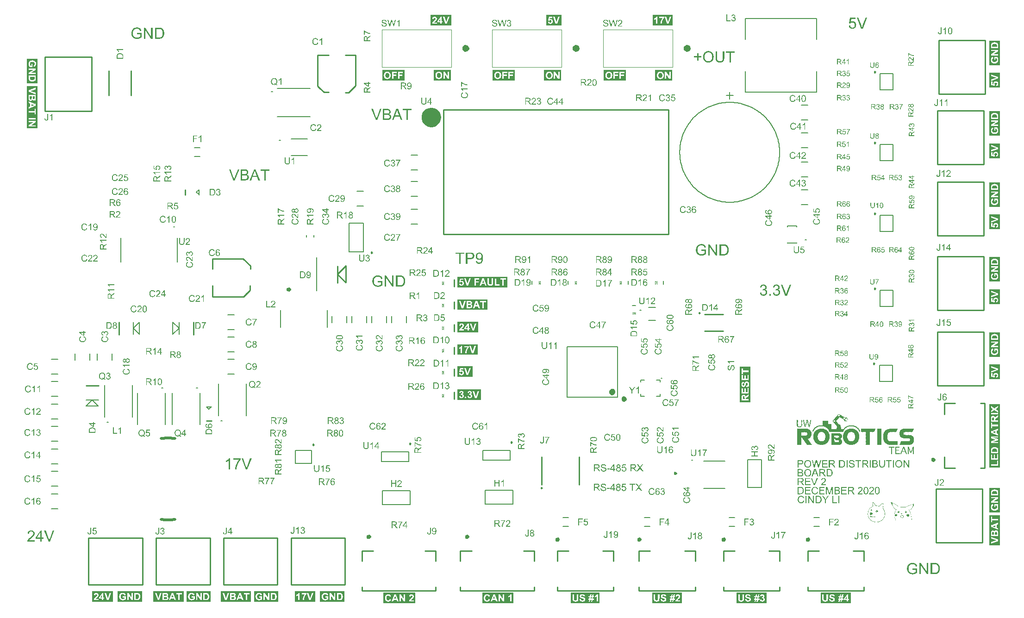
<source format=gto>
G04*
G04 #@! TF.GenerationSoftware,Altium Limited,Altium Designer,20.2.6 (244)*
G04*
G04 Layer_Color=65535*
%FSLAX25Y25*%
%MOIN*%
G70*
G04*
G04 #@! TF.SameCoordinates,9D63BACA-A2BA-4A5B-992E-1B0141E69424*
G04*
G04*
G04 #@! TF.FilePolarity,Positive*
G04*
G01*
G75*
%ADD10C,0.00984*%
%ADD11C,0.01575*%
%ADD12C,0.00787*%
%ADD13C,0.02756*%
%ADD14C,0.02000*%
%ADD15C,0.01181*%
%ADD16C,0.02953*%
%ADD17C,0.02362*%
%ADD18C,0.07087*%
%ADD19C,0.01000*%
%ADD20C,0.00600*%
%ADD21C,0.00500*%
%ADD22C,0.00394*%
%ADD23C,0.00400*%
G36*
X564039Y113490D02*
X564097D01*
Y113432D01*
X564272D01*
Y113374D01*
X564330D01*
Y113316D01*
X564505D01*
Y113257D01*
X564563D01*
Y113199D01*
X564621D01*
Y113141D01*
X564680D01*
Y113083D01*
X564854D01*
Y113024D01*
X564913D01*
Y112966D01*
X565088D01*
Y112908D01*
X565146D01*
Y112850D01*
X565320D01*
Y112791D01*
X565379D01*
Y112733D01*
X565554D01*
Y112675D01*
X565612D01*
Y112617D01*
X565787D01*
Y112558D01*
X565845D01*
Y112500D01*
X565903D01*
Y112442D01*
X565961D01*
Y112383D01*
X566019D01*
Y112442D01*
X566078D01*
Y112383D01*
X566136D01*
Y112325D01*
X566194D01*
Y112267D01*
X566369D01*
Y112209D01*
X566427D01*
Y112151D01*
X566602D01*
Y112092D01*
X566660D01*
Y112034D01*
X566835D01*
Y111976D01*
X566893D01*
Y111917D01*
X567068D01*
Y111859D01*
X567126D01*
Y111801D01*
X567243D01*
Y111743D01*
Y111685D01*
X567301D01*
Y111743D01*
X567359D01*
Y111685D01*
X567418D01*
Y111626D01*
X567476D01*
Y111685D01*
X567534D01*
Y111626D01*
X567592D01*
Y111568D01*
X567651D01*
Y111510D01*
X567709D01*
Y111451D01*
X567884D01*
Y111393D01*
X567942D01*
Y111335D01*
X568117D01*
Y111277D01*
X568175D01*
Y111219D01*
X568350D01*
Y111160D01*
X568291D01*
Y111102D01*
X568350D01*
Y111044D01*
X568408D01*
Y111102D01*
X568816D01*
Y111160D01*
X568874D01*
Y111102D01*
X568932D01*
Y111160D01*
X568990D01*
Y111102D01*
X569049D01*
Y111160D01*
X569107D01*
Y111102D01*
X569165D01*
Y111160D01*
X569223D01*
Y111102D01*
X569282D01*
Y111160D01*
X569340D01*
Y111219D01*
X569398D01*
Y111160D01*
X569456D01*
Y111219D01*
X569515D01*
Y111160D01*
X569573D01*
Y111102D01*
X569631D01*
Y111044D01*
X569689D01*
Y110986D01*
Y110927D01*
Y110869D01*
X569748D01*
Y110811D01*
Y110752D01*
Y110694D01*
X569806D01*
Y110636D01*
X569864D01*
Y110578D01*
X569806D01*
Y110520D01*
X569864D01*
Y110461D01*
X569922D01*
Y110403D01*
X569981D01*
Y110345D01*
X569922D01*
Y110286D01*
X569981D01*
Y110228D01*
X570039D01*
Y110170D01*
Y110112D01*
Y110053D01*
X570097D01*
Y109995D01*
X570155D01*
Y109937D01*
X570097D01*
Y109879D01*
X570155D01*
Y109820D01*
X570214D01*
Y109762D01*
X570155D01*
Y109704D01*
X570214D01*
Y109646D01*
X570272D01*
Y109587D01*
X570330D01*
Y109529D01*
X570272D01*
Y109471D01*
X570330D01*
Y109413D01*
X570272D01*
Y109471D01*
X570214D01*
Y109529D01*
X570155D01*
Y109587D01*
Y109646D01*
X570039D01*
Y109704D01*
Y109762D01*
X569981D01*
Y109820D01*
Y109879D01*
X569922D01*
Y109937D01*
X569864D01*
Y109995D01*
X569806D01*
Y110053D01*
X569748D01*
Y110112D01*
X569689D01*
Y110170D01*
X569631D01*
Y110228D01*
X569573D01*
Y110286D01*
X569515D01*
Y110345D01*
X569456D01*
Y110403D01*
X569515D01*
Y110461D01*
X569340D01*
Y110520D01*
X569398D01*
Y110578D01*
X569107D01*
Y110520D01*
X569049D01*
Y110461D01*
X568874D01*
Y110403D01*
X568816D01*
Y110461D01*
X568757D01*
Y110403D01*
X568699D01*
Y110345D01*
X568524D01*
Y110286D01*
X568466D01*
Y110228D01*
X568291D01*
Y110170D01*
Y110112D01*
Y110053D01*
Y109995D01*
Y109937D01*
X568233D01*
Y109879D01*
Y109820D01*
Y109762D01*
Y109704D01*
Y109646D01*
X568175D01*
Y109587D01*
X568233D01*
Y109529D01*
X568175D01*
Y109471D01*
X568233D01*
Y109413D01*
X568175D01*
Y109354D01*
X568233D01*
Y109296D01*
X568175D01*
Y109238D01*
Y109180D01*
Y109121D01*
X568466D01*
Y109063D01*
X568641D01*
Y109005D01*
X568816D01*
Y108947D01*
X568874D01*
Y109005D01*
X568932D01*
Y108947D01*
X568990D01*
Y108888D01*
X569049D01*
Y108947D01*
X569107D01*
Y108888D01*
X569282D01*
Y108830D01*
X569340D01*
Y108888D01*
X569398D01*
Y108830D01*
X569456D01*
Y108772D01*
X569631D01*
Y108714D01*
X568408D01*
Y108772D01*
X568350D01*
Y108714D01*
X568291D01*
Y108772D01*
X568233D01*
Y108714D01*
X568175D01*
Y108772D01*
X568117D01*
Y108714D01*
X568058D01*
Y108772D01*
X568000D01*
Y108714D01*
X567942D01*
Y108772D01*
X567884D01*
Y108714D01*
X567825D01*
Y108772D01*
X567767D01*
Y108714D01*
X567709D01*
Y108772D01*
X567651D01*
Y108830D01*
X567592D01*
Y108888D01*
Y108947D01*
X567534D01*
Y109005D01*
Y109063D01*
X567476D01*
Y109121D01*
X567534D01*
Y109180D01*
X567476D01*
Y109238D01*
X567418D01*
Y109296D01*
X567359D01*
Y109354D01*
X567418D01*
Y109413D01*
X567359D01*
Y109471D01*
X567301D01*
Y109529D01*
X567243D01*
Y109587D01*
X567301D01*
Y109646D01*
X567243D01*
Y109704D01*
Y109762D01*
X567185D01*
Y109820D01*
Y109879D01*
X567010D01*
Y109937D01*
X566952D01*
Y109995D01*
X566777D01*
Y110053D01*
X566718D01*
Y110112D01*
X566544D01*
Y110170D01*
X566486D01*
Y110228D01*
X566311D01*
Y110286D01*
X566253D01*
Y110345D01*
X566194D01*
Y110403D01*
X566078D01*
Y110461D01*
X565961D01*
Y110520D01*
X565903D01*
Y110578D01*
X565728D01*
Y110636D01*
X565670D01*
Y110694D01*
X565495D01*
Y110752D01*
X565437D01*
Y110811D01*
X565262D01*
Y110869D01*
X565204D01*
Y110927D01*
X565146D01*
Y110986D01*
X565088D01*
Y111044D01*
X564913D01*
Y111102D01*
X564854D01*
Y111160D01*
X564680D01*
Y111219D01*
X564621D01*
Y111277D01*
X564447D01*
Y111335D01*
X564388D01*
Y111393D01*
X564214D01*
Y111451D01*
X564155D01*
Y111510D01*
X563981D01*
Y111451D01*
X564039D01*
Y111393D01*
X563922D01*
Y111335D01*
Y111277D01*
X563864D01*
Y111219D01*
X563806D01*
Y111160D01*
X563748D01*
Y111102D01*
X563689D01*
Y111044D01*
X563631D01*
Y110986D01*
Y110927D01*
X563573D01*
Y110869D01*
X563515D01*
Y110811D01*
X563456D01*
Y110752D01*
Y110694D01*
X563398D01*
Y110636D01*
X563340D01*
Y110578D01*
X563282D01*
Y110520D01*
X563223D01*
Y110461D01*
X563165D01*
Y110403D01*
X563107D01*
Y110345D01*
X563049D01*
Y110286D01*
X562990D01*
Y110228D01*
X562932D01*
Y110170D01*
X562874D01*
Y110112D01*
X562816D01*
Y110053D01*
X562757D01*
Y109995D01*
X562699D01*
Y109937D01*
Y109879D01*
X562583D01*
Y109820D01*
X562641D01*
Y109762D01*
X562466D01*
Y109704D01*
X562524D01*
Y109646D01*
X562408D01*
Y109587D01*
Y109529D01*
X562350D01*
Y109471D01*
X562291D01*
Y109413D01*
X562233D01*
Y109354D01*
X562175D01*
Y109296D01*
X562117D01*
Y109238D01*
Y109180D01*
X562058D01*
Y109121D01*
Y109063D01*
X562000D01*
Y109005D01*
X561942D01*
Y108947D01*
X561884D01*
Y108888D01*
X561825D01*
Y108830D01*
X561767D01*
Y108772D01*
X561709D01*
Y108714D01*
X561651D01*
Y108655D01*
X561709D01*
Y108597D01*
X561767D01*
Y108539D01*
X561825D01*
Y108481D01*
X561884D01*
Y108422D01*
X561942D01*
Y108364D01*
X562000D01*
Y108306D01*
X562058D01*
Y108248D01*
Y108189D01*
X562175D01*
Y108131D01*
X562117D01*
Y108073D01*
X562175D01*
Y108015D01*
X562233D01*
Y107956D01*
X562291D01*
Y107898D01*
X562350D01*
Y107840D01*
X562408D01*
Y107782D01*
X562466D01*
Y107723D01*
X562524D01*
Y107665D01*
X562583D01*
Y107607D01*
X562641D01*
Y107549D01*
X562583D01*
Y107490D01*
X562699D01*
Y107432D01*
Y107374D01*
X562757D01*
Y107316D01*
X562816D01*
Y107257D01*
X562874D01*
Y107199D01*
X562932D01*
Y107141D01*
X562990D01*
Y107082D01*
X563049D01*
Y107024D01*
X563107D01*
Y106966D01*
Y106908D01*
X563223D01*
Y106850D01*
X563165D01*
Y106791D01*
X563223D01*
Y106733D01*
X563282D01*
Y106675D01*
X563340D01*
Y106616D01*
X563398D01*
Y106558D01*
X563456D01*
Y106500D01*
X563515D01*
Y106442D01*
X563573D01*
Y106384D01*
X563515D01*
Y106325D01*
X563689D01*
Y106267D01*
Y106209D01*
X563748D01*
Y106150D01*
Y106092D01*
X563806D01*
Y106150D01*
X563864D01*
Y106092D01*
X563922D01*
Y106150D01*
X563981D01*
Y106092D01*
X564039D01*
Y106150D01*
X564097D01*
Y106092D01*
X564155D01*
Y106150D01*
X564214D01*
Y106092D01*
X564272D01*
Y106150D01*
X564330D01*
Y106092D01*
X564388D01*
Y106150D01*
X564447D01*
Y106092D01*
X564505D01*
Y106150D01*
X564563D01*
Y106092D01*
X564621D01*
Y106034D01*
X564680D01*
Y105976D01*
Y105918D01*
Y105859D01*
X564738D01*
Y105801D01*
Y105743D01*
Y105684D01*
Y105626D01*
X564796D01*
Y105568D01*
Y105510D01*
X564854D01*
Y105451D01*
X564796D01*
Y105393D01*
X564854D01*
Y105335D01*
X564796D01*
Y105277D01*
X564854D01*
Y105218D01*
X564913D01*
Y105160D01*
Y105102D01*
Y105044D01*
X564971D01*
Y104985D01*
X564913D01*
Y104927D01*
X564971D01*
Y104869D01*
Y104811D01*
Y104752D01*
X565029D01*
Y104694D01*
Y104636D01*
Y104578D01*
X565088D01*
Y104519D01*
X565029D01*
Y104461D01*
X565088D01*
Y104403D01*
Y104345D01*
Y104286D01*
X565146D01*
Y104228D01*
X565204D01*
Y104170D01*
X565146D01*
Y104112D01*
X565204D01*
Y104053D01*
X565146D01*
Y103995D01*
X565204D01*
Y103937D01*
Y103879D01*
Y103820D01*
X565262D01*
Y103762D01*
Y103704D01*
Y103646D01*
X565320D01*
Y103587D01*
X565262D01*
Y103529D01*
X565320D01*
Y103471D01*
Y103413D01*
Y103354D01*
X565379D01*
Y103296D01*
X565437D01*
Y103238D01*
X565379D01*
Y103180D01*
X565437D01*
Y103121D01*
X565379D01*
Y103063D01*
X565437D01*
Y103005D01*
X565495D01*
Y102947D01*
X565437D01*
Y102888D01*
X565495D01*
Y102830D01*
X565554D01*
Y102772D01*
X565612D01*
Y102830D01*
X565670D01*
Y102772D01*
X565728D01*
Y102830D01*
X565787D01*
Y102772D01*
X565845D01*
Y102830D01*
X565903D01*
Y102772D01*
X565961D01*
Y102830D01*
X566019D01*
Y102772D01*
X566078D01*
Y102830D01*
X566136D01*
Y102772D01*
X566194D01*
Y102830D01*
X566253D01*
Y102772D01*
X566311D01*
Y102830D01*
X566369D01*
Y102772D01*
X566427D01*
Y102830D01*
X566486D01*
Y102772D01*
X566544D01*
Y102830D01*
X566602D01*
Y102772D01*
X566777D01*
Y102830D01*
X566835D01*
Y102772D01*
X566893D01*
Y102830D01*
X566952D01*
Y102888D01*
X567010D01*
Y102947D01*
X567068D01*
Y103005D01*
X567010D01*
Y103063D01*
X567126D01*
Y103121D01*
Y103180D01*
X567185D01*
Y103238D01*
X567243D01*
Y103296D01*
X567301D01*
Y103354D01*
X567359D01*
Y103413D01*
X567418D01*
Y103471D01*
X567476D01*
Y103529D01*
X567534D01*
Y103587D01*
X567592D01*
Y103646D01*
X567651D01*
Y103704D01*
Y103762D01*
X567767D01*
Y103820D01*
Y103879D01*
X567884D01*
Y103937D01*
Y103995D01*
X568000D01*
Y104053D01*
X568058D01*
Y104112D01*
X568117D01*
Y104170D01*
X568175D01*
Y104228D01*
X568233D01*
Y104286D01*
X568291D01*
Y104345D01*
X568350D01*
Y104403D01*
X568408D01*
Y104461D01*
X568583D01*
Y104519D01*
X568641D01*
Y104578D01*
X568699D01*
Y104636D01*
X568757D01*
Y104694D01*
X568932D01*
Y104752D01*
X568990D01*
Y104811D01*
X569165D01*
Y104869D01*
X569223D01*
Y104927D01*
X569398D01*
Y104985D01*
X569456D01*
Y105044D01*
X569631D01*
Y105102D01*
X569689D01*
Y105160D01*
X569864D01*
Y105218D01*
X569922D01*
Y105277D01*
X569981D01*
Y105218D01*
X570039D01*
Y105277D01*
X570097D01*
Y105335D01*
X570155D01*
Y105277D01*
X570214D01*
Y105335D01*
X570272D01*
Y105393D01*
X570330D01*
Y105335D01*
X570389D01*
Y105393D01*
X570563D01*
Y105451D01*
X570621D01*
Y105393D01*
X570680D01*
Y105451D01*
X570738D01*
Y105510D01*
X570796D01*
Y105451D01*
X570855D01*
Y105510D01*
X571029D01*
Y105568D01*
X571088D01*
Y105510D01*
X571146D01*
Y105568D01*
X571204D01*
Y105626D01*
X571262D01*
Y105568D01*
X571320D01*
Y105626D01*
X571379D01*
Y105568D01*
X571437D01*
Y105626D01*
X572078D01*
Y105684D01*
X572136D01*
Y105626D01*
X572311D01*
Y105684D01*
X572369D01*
Y105626D01*
X572427D01*
Y105684D01*
X572486D01*
Y105626D01*
X572544D01*
Y105684D01*
X572602D01*
Y105626D01*
X572660D01*
Y105684D01*
X572719D01*
Y105626D01*
X572777D01*
Y105684D01*
X572835D01*
Y105626D01*
X573010D01*
Y105684D01*
X573068D01*
Y105626D01*
X573592D01*
Y105568D01*
X573651D01*
Y105626D01*
X573709D01*
Y105568D01*
X573767D01*
Y105626D01*
X573825D01*
Y105568D01*
X573884D01*
Y105510D01*
X573942D01*
Y105568D01*
X574000D01*
Y105510D01*
X574291D01*
Y105451D01*
X574350D01*
Y105393D01*
X574408D01*
Y105451D01*
X574466D01*
Y105393D01*
X574641D01*
Y105335D01*
X574699D01*
Y105393D01*
X574757D01*
Y105335D01*
X574816D01*
Y105277D01*
X574874D01*
Y105335D01*
X574932D01*
Y105277D01*
X575107D01*
Y105218D01*
X575165D01*
Y105160D01*
X575340D01*
Y105102D01*
X575398D01*
Y105160D01*
X575456D01*
Y105102D01*
X575515D01*
Y105044D01*
X575690D01*
Y104985D01*
X575748D01*
Y104927D01*
X575922D01*
Y104869D01*
X575981D01*
Y104811D01*
X576097D01*
Y104752D01*
Y104694D01*
X576156D01*
Y104752D01*
X576214D01*
Y104694D01*
X576272D01*
Y104636D01*
X576330D01*
Y104578D01*
X576505D01*
Y104519D01*
X576563D01*
Y104461D01*
X576621D01*
Y104403D01*
X576680D01*
Y104345D01*
X576796D01*
Y104286D01*
Y104228D01*
X576971D01*
Y104170D01*
X577029D01*
Y104112D01*
X577088D01*
Y104053D01*
X577146D01*
Y103995D01*
X577204D01*
Y103937D01*
X577262D01*
Y103879D01*
X577321D01*
Y103820D01*
X577379D01*
Y103762D01*
X577437D01*
Y103704D01*
X577495D01*
Y103646D01*
X577554D01*
Y103587D01*
X577612D01*
Y103529D01*
X577670D01*
Y103471D01*
X577728D01*
Y103413D01*
X577787D01*
Y103354D01*
Y103296D01*
X577903D01*
Y103238D01*
Y103180D01*
X577961D01*
Y103121D01*
Y103063D01*
X578020D01*
Y103005D01*
X578078D01*
Y102947D01*
X578136D01*
Y102888D01*
X578194D01*
Y102830D01*
X578253D01*
Y102772D01*
Y102714D01*
Y102655D01*
X578311D01*
Y102597D01*
X578369D01*
Y102539D01*
X578427D01*
Y102480D01*
Y102422D01*
Y102364D01*
X578486D01*
Y102306D01*
X578544D01*
Y102248D01*
X578602D01*
Y102189D01*
X578544D01*
Y102131D01*
X578602D01*
Y102073D01*
X578660D01*
Y102015D01*
X578719D01*
Y101956D01*
X578660D01*
Y101898D01*
X578719D01*
Y101840D01*
X578777D01*
Y101781D01*
X578835D01*
Y101723D01*
X578777D01*
Y101665D01*
X578835D01*
Y101607D01*
X578893D01*
Y101549D01*
Y101490D01*
Y101432D01*
X578952D01*
Y101374D01*
Y101315D01*
Y101257D01*
X579010D01*
Y101199D01*
X578952D01*
Y101141D01*
X578777D01*
Y101083D01*
X578602D01*
Y101024D01*
X578544D01*
Y101083D01*
X578486D01*
Y101024D01*
X578311D01*
Y101083D01*
Y101141D01*
Y101199D01*
X578253D01*
Y101257D01*
X578194D01*
Y101315D01*
X578253D01*
Y101374D01*
X578194D01*
Y101432D01*
X578136D01*
Y101490D01*
X578078D01*
Y101549D01*
X578136D01*
Y101607D01*
X578078D01*
Y101665D01*
Y101723D01*
X578020D01*
Y101781D01*
Y101840D01*
X577961D01*
Y101898D01*
X577903D01*
Y101956D01*
X577845D01*
Y102015D01*
X577903D01*
Y102073D01*
X577845D01*
Y102131D01*
X577787D01*
Y102189D01*
X577728D01*
Y102248D01*
Y102306D01*
X577670D01*
Y102364D01*
Y102422D01*
X577612D01*
Y102480D01*
X577554D01*
Y102539D01*
X577495D01*
Y102597D01*
X577437D01*
Y102655D01*
X577379D01*
Y102714D01*
X577437D01*
Y102772D01*
X577321D01*
Y102830D01*
Y102888D01*
X577262D01*
Y102947D01*
X577204D01*
Y103005D01*
X577146D01*
Y103063D01*
X577088D01*
Y103121D01*
X577029D01*
Y103180D01*
X576971D01*
Y103238D01*
X576913D01*
Y103296D01*
X576855D01*
Y103354D01*
X576796D01*
Y103413D01*
X576738D01*
Y103471D01*
X576680D01*
Y103529D01*
X576621D01*
Y103587D01*
X576563D01*
Y103646D01*
X576505D01*
Y103704D01*
X576330D01*
Y103762D01*
X576272D01*
Y103820D01*
X576214D01*
Y103879D01*
X576156D01*
Y103937D01*
X576097D01*
Y103995D01*
X576039D01*
Y104053D01*
X575864D01*
Y104112D01*
X575806D01*
Y104170D01*
X575631D01*
Y104228D01*
X575573D01*
Y104286D01*
X575515D01*
Y104345D01*
X575340D01*
Y104403D01*
X575165D01*
Y104461D01*
X575107D01*
Y104519D01*
X574932D01*
Y104578D01*
X574874D01*
Y104636D01*
X574816D01*
Y104578D01*
X574757D01*
Y104636D01*
X574583D01*
Y104694D01*
X574524D01*
Y104752D01*
X574466D01*
Y104694D01*
X574524D01*
Y104636D01*
X574466D01*
Y104694D01*
X574408D01*
Y104752D01*
X574233D01*
Y104811D01*
X574175D01*
Y104752D01*
X574117D01*
Y104811D01*
X573942D01*
Y104869D01*
X573884D01*
Y104811D01*
X573825D01*
Y104869D01*
X573534D01*
Y104927D01*
X573476D01*
Y104869D01*
X573418D01*
Y104927D01*
X573359D01*
Y104869D01*
X573301D01*
Y104927D01*
X573243D01*
Y104985D01*
X573185D01*
Y104927D01*
X573126D01*
Y104985D01*
X573068D01*
Y104927D01*
X573010D01*
Y104985D01*
X572952D01*
Y104927D01*
X572893D01*
Y104985D01*
X572835D01*
Y104927D01*
X572777D01*
Y104985D01*
X572719D01*
Y104927D01*
X572660D01*
Y104985D01*
X572602D01*
Y104927D01*
X572544D01*
Y104985D01*
X572369D01*
Y104927D01*
X572311D01*
Y104985D01*
X572253D01*
Y104927D01*
X572194D01*
Y104985D01*
X572136D01*
Y104927D01*
X572078D01*
Y104985D01*
X572019D01*
Y104927D01*
X571961D01*
Y104985D01*
X571903D01*
Y104927D01*
X571728D01*
Y104869D01*
X571670D01*
Y104927D01*
X571612D01*
Y104869D01*
X571088D01*
Y104811D01*
X570913D01*
Y104752D01*
X570855D01*
Y104811D01*
X570796D01*
Y104752D01*
X570621D01*
Y104694D01*
X570563D01*
Y104636D01*
X570505D01*
Y104694D01*
X570447D01*
Y104636D01*
X570272D01*
Y104578D01*
X570214D01*
Y104519D01*
X570155D01*
Y104578D01*
X570097D01*
Y104519D01*
X569922D01*
Y104461D01*
X569864D01*
Y104403D01*
X569689D01*
Y104345D01*
X569631D01*
Y104286D01*
X569456D01*
Y104228D01*
X569398D01*
Y104170D01*
X569223D01*
Y104112D01*
X569165D01*
Y104053D01*
X569107D01*
Y103995D01*
X569049D01*
Y103937D01*
X568874D01*
Y103879D01*
Y103820D01*
X568757D01*
Y103762D01*
X568699D01*
Y103704D01*
X568641D01*
Y103646D01*
X568583D01*
Y103587D01*
X568408D01*
Y103529D01*
X568466D01*
Y103471D01*
X568291D01*
Y103413D01*
X568350D01*
Y103354D01*
X568175D01*
Y103296D01*
X568233D01*
Y103238D01*
X568058D01*
Y103180D01*
X568117D01*
Y103121D01*
X567942D01*
Y103063D01*
X568000D01*
Y103005D01*
X567942D01*
Y102947D01*
X567884D01*
Y102888D01*
X567825D01*
Y102830D01*
X567767D01*
Y102772D01*
X567709D01*
Y102714D01*
X567651D01*
Y102655D01*
X567592D01*
Y102597D01*
Y102539D01*
Y102480D01*
X567534D01*
Y102422D01*
X567476D01*
Y102364D01*
X567418D01*
Y102306D01*
X567359D01*
Y102248D01*
Y102189D01*
X567301D01*
Y102131D01*
Y102073D01*
X567243D01*
Y102015D01*
Y101956D01*
X567185D01*
Y101898D01*
Y101840D01*
X567126D01*
Y101781D01*
X567068D01*
Y101723D01*
X567010D01*
Y101665D01*
X567068D01*
Y101607D01*
X567010D01*
Y101549D01*
Y101490D01*
X566952D01*
Y101432D01*
Y101374D01*
X566893D01*
Y101315D01*
Y101257D01*
Y101199D01*
X566835D01*
Y101141D01*
Y101083D01*
Y101024D01*
X566777D01*
Y100966D01*
X566718D01*
Y101024D01*
X566660D01*
Y100966D01*
X566602D01*
Y101024D01*
X566544D01*
Y100966D01*
X566486D01*
Y101024D01*
X566427D01*
Y100966D01*
X566369D01*
Y101024D01*
X566311D01*
Y100966D01*
X566253D01*
Y101024D01*
X566194D01*
Y100966D01*
X566136D01*
Y101024D01*
X566078D01*
Y100966D01*
X566019D01*
Y101024D01*
X565961D01*
Y100966D01*
X565903D01*
Y101024D01*
X565845D01*
Y100966D01*
X565787D01*
Y101024D01*
X565728D01*
Y100966D01*
X565670D01*
Y101024D01*
X565612D01*
Y100966D01*
X565554D01*
Y101024D01*
X565495D01*
Y100966D01*
X565437D01*
Y101024D01*
X565379D01*
Y100966D01*
X565320D01*
Y101024D01*
X565262D01*
Y100966D01*
X565204D01*
Y101024D01*
X565146D01*
Y100966D01*
X565088D01*
Y101024D01*
X565029D01*
Y100966D01*
X564971D01*
Y101024D01*
X564913D01*
Y100966D01*
X564854D01*
Y101024D01*
X564796D01*
Y100966D01*
X564738D01*
Y101024D01*
X564680D01*
Y100966D01*
X564621D01*
Y101024D01*
X564563D01*
Y100966D01*
X564505D01*
Y101024D01*
X564447D01*
Y100966D01*
X564388D01*
Y101024D01*
X564330D01*
Y100966D01*
X564272D01*
Y101024D01*
X564214D01*
Y100966D01*
X564155D01*
Y101024D01*
X564097D01*
Y100966D01*
X564039D01*
Y101024D01*
X563981D01*
Y100966D01*
X563922D01*
Y101024D01*
X563864D01*
Y100966D01*
X563806D01*
Y101024D01*
X563748D01*
Y100966D01*
X563689D01*
Y101024D01*
X563631D01*
Y100966D01*
X563573D01*
Y101024D01*
X563515D01*
Y100966D01*
X563456D01*
Y101024D01*
X563398D01*
Y100966D01*
X563340D01*
Y101024D01*
X563282D01*
Y100966D01*
X563223D01*
Y101024D01*
X563165D01*
Y100966D01*
X563107D01*
Y101024D01*
X563049D01*
Y100966D01*
X562990D01*
Y101024D01*
X562932D01*
Y100966D01*
X562874D01*
Y101024D01*
X562816D01*
Y100966D01*
X562757D01*
Y101024D01*
X562699D01*
Y100966D01*
X562641D01*
Y101024D01*
X562583D01*
Y100966D01*
X562524D01*
Y101024D01*
X562466D01*
Y100966D01*
X562408D01*
Y101024D01*
X562350D01*
Y100966D01*
X562291D01*
Y101024D01*
X562233D01*
Y100966D01*
X562175D01*
Y101024D01*
X562117D01*
Y100966D01*
X562058D01*
Y101024D01*
X561884D01*
Y100966D01*
X561825D01*
Y101024D01*
X561767D01*
Y100966D01*
X561709D01*
Y101024D01*
X561651D01*
Y100966D01*
X561592D01*
Y101024D01*
X561417D01*
Y100966D01*
X561359D01*
Y101024D01*
X561301D01*
Y100966D01*
X561243D01*
Y101024D01*
X561185D01*
Y100966D01*
X561126D01*
Y101024D01*
X560952D01*
Y100966D01*
X560893D01*
Y101024D01*
X560486D01*
Y100966D01*
X560427D01*
Y101024D01*
X560019D01*
Y100966D01*
X559961D01*
Y101024D01*
X556757D01*
Y101083D01*
X556699D01*
Y101141D01*
Y101199D01*
Y101257D01*
X556641D01*
Y101315D01*
X556699D01*
Y101374D01*
X556641D01*
Y101432D01*
X556582D01*
Y101490D01*
X556524D01*
Y101549D01*
X556582D01*
Y101607D01*
X556524D01*
Y101665D01*
X556466D01*
Y101723D01*
X556408D01*
Y101781D01*
X556466D01*
Y101840D01*
X556408D01*
Y101898D01*
X556350D01*
Y101956D01*
X556291D01*
Y102015D01*
Y102073D01*
Y102131D01*
X556233D01*
Y102189D01*
X556175D01*
Y102248D01*
X556116D01*
Y102306D01*
X556058D01*
Y102364D01*
X556116D01*
Y102422D01*
X556058D01*
Y102480D01*
X556000D01*
Y102539D01*
X555942D01*
Y102597D01*
X555884D01*
Y102655D01*
X555825D01*
Y102714D01*
Y102772D01*
X555767D01*
Y102830D01*
Y102888D01*
X555709D01*
Y102947D01*
X555651D01*
Y103005D01*
X555592D01*
Y103063D01*
X555534D01*
Y103121D01*
X555476D01*
Y103180D01*
X555417D01*
Y103238D01*
X555359D01*
Y103296D01*
X555301D01*
Y103354D01*
X555243D01*
Y103413D01*
X555185D01*
Y103471D01*
X555126D01*
Y103529D01*
X555068D01*
Y103587D01*
X555010D01*
Y103646D01*
X554951D01*
Y103704D01*
X554835D01*
Y103762D01*
X554777D01*
Y103820D01*
X554660D01*
Y103879D01*
X554602D01*
Y103937D01*
X554544D01*
Y103995D01*
X554485D01*
Y104053D01*
X554311D01*
Y104112D01*
X554252D01*
Y104170D01*
X554194D01*
Y104228D01*
X554019D01*
Y104286D01*
X553961D01*
Y104345D01*
X553903D01*
Y104403D01*
X553845D01*
Y104345D01*
X553903D01*
Y104286D01*
X553845D01*
Y104345D01*
X553786D01*
Y104403D01*
X553728D01*
Y104461D01*
X553553D01*
Y104519D01*
X553379D01*
Y104578D01*
X553320D01*
Y104636D01*
X553029D01*
Y104694D01*
X552971D01*
Y104752D01*
X552913D01*
Y104694D01*
X552854D01*
Y104752D01*
X552680D01*
Y104811D01*
X552505D01*
Y104869D01*
X552447D01*
Y104811D01*
X552388D01*
Y104869D01*
X552097D01*
Y104927D01*
X552039D01*
Y104869D01*
X551981D01*
Y104927D01*
X551922D01*
Y104985D01*
X551864D01*
Y104927D01*
X551922D01*
Y104869D01*
X551864D01*
Y104927D01*
X551806D01*
Y104985D01*
X551748D01*
Y104927D01*
X551689D01*
Y104985D01*
X551631D01*
Y104927D01*
X551573D01*
Y104985D01*
X550466D01*
Y104927D01*
X550408D01*
Y104985D01*
X550350D01*
Y104927D01*
X550291D01*
Y104985D01*
X550233D01*
Y104927D01*
X550175D01*
Y104985D01*
X550116D01*
Y104927D01*
X550058D01*
Y104985D01*
X550000D01*
Y104927D01*
X550058D01*
Y104869D01*
X550000D01*
Y104927D01*
X549942D01*
Y104869D01*
X549883D01*
Y104927D01*
X549825D01*
Y104869D01*
X549417D01*
Y104811D01*
X549243D01*
Y104752D01*
X549068D01*
Y104694D01*
X549010D01*
Y104752D01*
X548951D01*
Y104694D01*
X548893D01*
Y104636D01*
X548835D01*
Y104694D01*
X548777D01*
Y104636D01*
X548718D01*
Y104578D01*
X548660D01*
Y104636D01*
X548602D01*
Y104578D01*
X548544D01*
Y104519D01*
X548369D01*
Y104461D01*
X548311D01*
Y104403D01*
X548252D01*
Y104461D01*
X548194D01*
Y104403D01*
X548136D01*
Y104345D01*
X548078D01*
Y104403D01*
X548019D01*
Y104345D01*
X548078D01*
Y104286D01*
X548019D01*
Y104345D01*
X547961D01*
Y104286D01*
X547903D01*
Y104228D01*
X547786D01*
Y104170D01*
X547670D01*
Y104112D01*
X547612D01*
Y104053D01*
X547437D01*
Y103995D01*
X547379D01*
Y103937D01*
X547320D01*
Y103879D01*
X547262D01*
Y103820D01*
X547204D01*
Y103762D01*
X547146D01*
Y103704D01*
X546971D01*
Y103646D01*
X546913D01*
Y103587D01*
X546854D01*
Y103529D01*
X546796D01*
Y103471D01*
X546738D01*
Y103413D01*
X546679D01*
Y103354D01*
X546621D01*
Y103296D01*
X546563D01*
Y103238D01*
X546505D01*
Y103180D01*
X546447D01*
Y103121D01*
X546388D01*
Y103063D01*
Y103005D01*
X546272D01*
Y102947D01*
Y102888D01*
X546213D01*
Y102830D01*
Y102772D01*
X546155D01*
Y102714D01*
X546097D01*
Y102655D01*
X546039D01*
Y102597D01*
X545981D01*
Y102539D01*
X545922D01*
Y102480D01*
X545981D01*
Y102422D01*
X545864D01*
Y102364D01*
Y102306D01*
X545806D01*
Y102248D01*
X545748D01*
Y102189D01*
X545689D01*
Y102131D01*
X545748D01*
Y102073D01*
X545689D01*
Y102015D01*
X545631D01*
Y101956D01*
X545573D01*
Y101898D01*
X545631D01*
Y101840D01*
X545573D01*
Y101781D01*
X545514D01*
Y101723D01*
X545456D01*
Y101665D01*
Y101607D01*
Y101549D01*
X545398D01*
Y101490D01*
X545340D01*
Y101432D01*
X545398D01*
Y101374D01*
X545340D01*
Y101315D01*
X545282D01*
Y101257D01*
Y101199D01*
Y101141D01*
X545223D01*
Y101083D01*
X545282D01*
Y101024D01*
X545107D01*
Y101083D01*
X545049D01*
Y101024D01*
X544990D01*
Y101083D01*
X544932D01*
Y101141D01*
X544641D01*
Y101199D01*
X544582D01*
Y101257D01*
X544524D01*
Y101315D01*
X544582D01*
Y101374D01*
X544641D01*
Y101432D01*
X544699D01*
Y101490D01*
X544641D01*
Y101549D01*
X544699D01*
Y101607D01*
X544641D01*
Y101665D01*
X544699D01*
Y101723D01*
X544757D01*
Y101781D01*
X544815D01*
Y101840D01*
X544757D01*
Y101898D01*
X544815D01*
Y101956D01*
X544874D01*
Y102015D01*
Y102073D01*
Y102131D01*
X544932D01*
Y102189D01*
X544990D01*
Y102248D01*
X545049D01*
Y102306D01*
X544990D01*
Y102364D01*
X545049D01*
Y102422D01*
X545107D01*
Y102480D01*
X545165D01*
Y102539D01*
X545107D01*
Y102597D01*
X545223D01*
Y102655D01*
Y102714D01*
X545282D01*
Y102772D01*
X545340D01*
Y102830D01*
X545398D01*
Y102888D01*
Y102947D01*
Y103005D01*
X545456D01*
Y103063D01*
X545514D01*
Y103121D01*
X545573D01*
Y103180D01*
X545631D01*
Y103238D01*
Y103296D01*
X545748D01*
Y103354D01*
X545689D01*
Y103413D01*
X545806D01*
Y103471D01*
Y103529D01*
X545864D01*
Y103587D01*
X545922D01*
Y103646D01*
X545981D01*
Y103704D01*
X546039D01*
Y103762D01*
X546097D01*
Y103820D01*
X546155D01*
Y103879D01*
X546213D01*
Y103937D01*
X546272D01*
Y103995D01*
X546330D01*
Y104053D01*
X546388D01*
Y104112D01*
X546505D01*
Y104170D01*
Y104228D01*
X546679D01*
Y104286D01*
X546738D01*
Y104345D01*
X546796D01*
Y104403D01*
X546854D01*
Y104461D01*
X546913D01*
Y104519D01*
X546971D01*
Y104461D01*
X547029D01*
Y104519D01*
X546971D01*
Y104578D01*
X547146D01*
Y104636D01*
X547204D01*
Y104694D01*
X547262D01*
Y104752D01*
X547320D01*
Y104811D01*
X547495D01*
Y104869D01*
X547553D01*
Y104927D01*
X547728D01*
Y104985D01*
X547786D01*
Y105044D01*
X547961D01*
Y105102D01*
X548019D01*
Y105160D01*
X548078D01*
Y105102D01*
X548136D01*
Y105160D01*
X548194D01*
Y105218D01*
X548252D01*
Y105160D01*
X548311D01*
Y105218D01*
X548369D01*
Y105277D01*
X548544D01*
Y105335D01*
X548602D01*
Y105393D01*
X548660D01*
Y105335D01*
X548718D01*
Y105393D01*
X548893D01*
Y105451D01*
X548951D01*
Y105393D01*
X549010D01*
Y105451D01*
X549068D01*
Y105510D01*
X549126D01*
Y105451D01*
X549184D01*
Y105510D01*
X549359D01*
Y105568D01*
X549417D01*
Y105510D01*
X549476D01*
Y105568D01*
X549534D01*
Y105626D01*
X549592D01*
Y105568D01*
X549767D01*
Y105626D01*
X550175D01*
Y105684D01*
X550233D01*
Y105626D01*
X550291D01*
Y105684D01*
X550350D01*
Y105626D01*
X550408D01*
Y105684D01*
X550466D01*
Y105626D01*
X550524D01*
Y105684D01*
X550699D01*
Y105626D01*
X550757D01*
Y105684D01*
X550932D01*
Y105626D01*
X550990D01*
Y105684D01*
X551165D01*
Y105626D01*
X551223D01*
Y105684D01*
X551398D01*
Y105626D01*
X551456D01*
Y105684D01*
X551514D01*
Y105626D01*
X551573D01*
Y105684D01*
X551631D01*
Y105626D01*
X551806D01*
Y105684D01*
Y105743D01*
Y105801D01*
X551864D01*
Y105859D01*
X551806D01*
Y105918D01*
Y105976D01*
Y106034D01*
X551864D01*
Y106092D01*
X551806D01*
Y106150D01*
X551864D01*
Y106209D01*
Y106267D01*
Y106325D01*
Y106384D01*
Y106442D01*
Y106500D01*
Y106558D01*
Y106616D01*
Y106675D01*
Y106733D01*
Y106791D01*
X551922D01*
Y106850D01*
X551864D01*
Y106908D01*
Y106966D01*
Y107024D01*
Y107082D01*
Y107141D01*
Y107199D01*
Y107257D01*
X551922D01*
Y107316D01*
X551864D01*
Y107374D01*
X551922D01*
Y107432D01*
X551864D01*
Y107490D01*
X551922D01*
Y107549D01*
X551864D01*
Y107607D01*
X551922D01*
Y107665D01*
X551864D01*
Y107723D01*
X551922D01*
Y107782D01*
X551864D01*
Y107840D01*
X551922D01*
Y107898D01*
X551864D01*
Y107956D01*
X551922D01*
Y108015D01*
X551864D01*
Y108073D01*
X551922D01*
Y108131D01*
X551864D01*
Y108189D01*
X551922D01*
Y108248D01*
X551864D01*
Y108306D01*
X551922D01*
Y108364D01*
X551864D01*
Y108422D01*
X551922D01*
Y108481D01*
X551864D01*
Y108539D01*
X551922D01*
Y108597D01*
X551864D01*
Y108655D01*
X551922D01*
Y108714D01*
Y108772D01*
Y108830D01*
Y108888D01*
Y108947D01*
X551981D01*
Y108888D01*
X552039D01*
Y108947D01*
X552097D01*
Y108888D01*
X552155D01*
Y108947D01*
X552214D01*
Y108888D01*
X552272D01*
Y108947D01*
X552330D01*
Y108888D01*
X552388D01*
Y108947D01*
X552447D01*
Y108888D01*
X552505D01*
Y108947D01*
X552563D01*
Y108888D01*
X552621D01*
Y108947D01*
X552680D01*
Y108888D01*
X552738D01*
Y108947D01*
X552796D01*
Y108888D01*
X552854D01*
Y108947D01*
X552913D01*
Y108888D01*
X552971D01*
Y108947D01*
X553029D01*
Y108888D01*
X553087D01*
Y108947D01*
X553146D01*
Y108888D01*
X553204D01*
Y108947D01*
X553262D01*
Y108888D01*
X553320D01*
Y108947D01*
X553379D01*
Y108888D01*
X553437D01*
Y108947D01*
X553495D01*
Y108888D01*
X553553D01*
Y108947D01*
X553612D01*
Y108888D01*
X553670D01*
Y108947D01*
X553728D01*
Y108888D01*
X553786D01*
Y108947D01*
X553845D01*
Y108888D01*
X553903D01*
Y108947D01*
X553961D01*
Y108888D01*
X554019D01*
Y108947D01*
X554078D01*
Y108888D01*
X554136D01*
Y108947D01*
X554194D01*
Y108888D01*
X554252D01*
Y108947D01*
X554311D01*
Y109005D01*
X554369D01*
Y108947D01*
X554427D01*
Y108888D01*
X554485D01*
Y108947D01*
X554544D01*
Y109005D01*
X554602D01*
Y108947D01*
X554660D01*
Y108888D01*
X554718D01*
Y108947D01*
X554777D01*
Y109005D01*
X554835D01*
Y108947D01*
X554893D01*
Y108888D01*
X554951D01*
Y108947D01*
X555010D01*
Y109005D01*
X555068D01*
Y108947D01*
X555126D01*
Y109005D01*
X555185D01*
Y108947D01*
X555243D01*
Y109005D01*
X555301D01*
Y108947D01*
X555359D01*
Y109005D01*
X555417D01*
Y108947D01*
X555476D01*
Y109005D01*
X555534D01*
Y108947D01*
X555592D01*
Y109005D01*
X555651D01*
Y108947D01*
X555709D01*
Y109005D01*
X555767D01*
Y108947D01*
X555825D01*
Y109005D01*
X555884D01*
Y108947D01*
Y108888D01*
Y108830D01*
Y108772D01*
Y108714D01*
Y108655D01*
Y108597D01*
Y108539D01*
Y108481D01*
Y108422D01*
Y108364D01*
X555942D01*
Y108306D01*
X555884D01*
Y108248D01*
Y108189D01*
Y108131D01*
X555942D01*
Y108073D01*
X555884D01*
Y108015D01*
X555942D01*
Y107956D01*
Y107898D01*
Y107840D01*
X555884D01*
Y107782D01*
X555942D01*
Y107723D01*
Y107665D01*
Y107607D01*
Y107549D01*
Y107490D01*
Y107432D01*
Y107374D01*
Y107316D01*
Y107257D01*
Y107199D01*
Y107141D01*
Y107082D01*
Y107024D01*
Y106966D01*
Y106908D01*
Y106850D01*
Y106791D01*
Y106733D01*
Y106675D01*
Y106616D01*
Y106558D01*
X556000D01*
Y106500D01*
X556058D01*
Y106558D01*
X556116D01*
Y106500D01*
X556175D01*
Y106558D01*
X556233D01*
Y106500D01*
X556291D01*
Y106558D01*
X556350D01*
Y106500D01*
X556408D01*
Y106558D01*
X556466D01*
Y106500D01*
X556524D01*
Y106558D01*
X556582D01*
Y106500D01*
X556641D01*
Y106558D01*
X556699D01*
Y106500D01*
X556757D01*
Y106558D01*
X556815D01*
Y106500D01*
X556874D01*
Y106558D01*
X556932D01*
Y106500D01*
X556990D01*
Y106558D01*
X558214D01*
Y106500D01*
Y106442D01*
Y106384D01*
X558155D01*
Y106325D01*
X558214D01*
Y106267D01*
Y106209D01*
Y106150D01*
X558155D01*
Y106092D01*
X558214D01*
Y106034D01*
Y105976D01*
Y105918D01*
X558155D01*
Y105859D01*
X558214D01*
Y105801D01*
Y105743D01*
Y105684D01*
X558155D01*
Y105626D01*
X558214D01*
Y105568D01*
Y105510D01*
Y105451D01*
X558155D01*
Y105393D01*
X558214D01*
Y105335D01*
Y105277D01*
Y105218D01*
X558155D01*
Y105160D01*
X558214D01*
Y105102D01*
Y105044D01*
Y104985D01*
X558155D01*
Y104927D01*
X558214D01*
Y104869D01*
Y104811D01*
Y104752D01*
X558155D01*
Y104694D01*
X558214D01*
Y104636D01*
Y104578D01*
Y104519D01*
X558155D01*
Y104461D01*
X558214D01*
Y104403D01*
Y104345D01*
Y104286D01*
X558155D01*
Y104228D01*
X558214D01*
Y104170D01*
Y104112D01*
Y104053D01*
X558155D01*
Y103995D01*
X558214D01*
Y103937D01*
Y103879D01*
Y103820D01*
X558155D01*
Y103762D01*
X558214D01*
Y103704D01*
Y103646D01*
Y103587D01*
X558155D01*
Y103529D01*
X558214D01*
Y103471D01*
Y103413D01*
Y103354D01*
X558155D01*
Y103296D01*
X558214D01*
Y103238D01*
Y103180D01*
Y103121D01*
X558155D01*
Y103063D01*
X558214D01*
Y103005D01*
Y102947D01*
Y102888D01*
X558272D01*
Y102830D01*
X558330D01*
Y102888D01*
X558388D01*
Y102830D01*
X558447D01*
Y102888D01*
X558505D01*
Y102830D01*
X558563D01*
Y102888D01*
X558621D01*
Y102830D01*
X558680D01*
Y102888D01*
X558738D01*
Y102830D01*
X558796D01*
Y102888D01*
X558854D01*
Y102830D01*
X559029D01*
Y102888D01*
X559087D01*
Y102830D01*
X561767D01*
Y102888D01*
Y102947D01*
X561825D01*
Y103005D01*
X561767D01*
Y103063D01*
X561825D01*
Y103121D01*
Y103180D01*
Y103238D01*
X561884D01*
Y103296D01*
X561942D01*
Y103354D01*
X561884D01*
Y103413D01*
X561942D01*
Y103471D01*
X561884D01*
Y103529D01*
X561942D01*
Y103587D01*
X562000D01*
Y103646D01*
X561942D01*
Y103704D01*
X562000D01*
Y103762D01*
X562058D01*
Y103820D01*
X562000D01*
Y103879D01*
X562058D01*
Y103937D01*
Y103995D01*
Y104053D01*
X562117D01*
Y104112D01*
Y104170D01*
Y104228D01*
X562175D01*
Y104286D01*
X562117D01*
Y104345D01*
X562175D01*
Y104403D01*
Y104461D01*
X562233D01*
Y104519D01*
Y104578D01*
X562291D01*
Y104636D01*
X562233D01*
Y104694D01*
X562291D01*
Y104752D01*
X562233D01*
Y104811D01*
X562291D01*
Y104869D01*
X562117D01*
Y104927D01*
X562175D01*
Y104985D01*
X562117D01*
Y105044D01*
X562058D01*
Y105102D01*
X562000D01*
Y105160D01*
X561942D01*
Y105218D01*
X561884D01*
Y105277D01*
X561825D01*
Y105335D01*
X561767D01*
Y105393D01*
Y105451D01*
X561709D01*
Y105510D01*
X561651D01*
Y105568D01*
Y105626D01*
X561592D01*
Y105684D01*
X561534D01*
Y105743D01*
X561476D01*
Y105801D01*
X561417D01*
Y105859D01*
X561359D01*
Y105918D01*
X561301D01*
Y105976D01*
X561243D01*
Y106034D01*
X561185D01*
Y106092D01*
Y106150D01*
X561126D01*
Y106209D01*
Y106267D01*
X561010D01*
Y106325D01*
Y106384D01*
X560952D01*
Y106442D01*
X560893D01*
Y106500D01*
X560835D01*
Y106558D01*
X560777D01*
Y106616D01*
X560718D01*
Y106675D01*
X560660D01*
Y106733D01*
X560602D01*
Y106791D01*
Y106850D01*
X560544D01*
Y106908D01*
Y106966D01*
X560486D01*
Y107024D01*
X560427D01*
Y107082D01*
X560369D01*
Y107141D01*
X560311D01*
Y107199D01*
X560253D01*
Y107257D01*
X560194D01*
Y107316D01*
X560136D01*
Y107374D01*
X560078D01*
Y107432D01*
X560019D01*
Y107490D01*
X560078D01*
Y107549D01*
X559961D01*
Y107607D01*
Y107665D01*
X559903D01*
Y107723D01*
X559845D01*
Y107782D01*
X559786D01*
Y107840D01*
X559728D01*
Y107898D01*
X559670D01*
Y107956D01*
X559612D01*
Y108015D01*
X559553D01*
Y108073D01*
Y108131D01*
X559437D01*
Y108189D01*
X559495D01*
Y108248D01*
X559437D01*
Y108306D01*
X559379D01*
Y108364D01*
X559320D01*
Y108422D01*
Y108481D01*
Y108539D01*
X559262D01*
Y108597D01*
Y108655D01*
Y108714D01*
Y108772D01*
Y108830D01*
Y108888D01*
X559320D01*
Y108947D01*
Y109005D01*
X559379D01*
Y109063D01*
X559320D01*
Y109121D01*
X559379D01*
Y109180D01*
X559437D01*
Y109238D01*
X559495D01*
Y109296D01*
X559553D01*
Y109354D01*
X559612D01*
Y109413D01*
X559670D01*
Y109471D01*
X559728D01*
Y109529D01*
X559786D01*
Y109587D01*
X559845D01*
Y109646D01*
X559903D01*
Y109704D01*
X559961D01*
Y109762D01*
X560019D01*
Y109820D01*
X560078D01*
Y109879D01*
X560136D01*
Y109937D01*
X560194D01*
Y109995D01*
Y110053D01*
X560311D01*
Y110112D01*
X560253D01*
Y110170D01*
X560311D01*
Y110228D01*
X560369D01*
Y110286D01*
X560427D01*
Y110345D01*
X560486D01*
Y110403D01*
X560544D01*
Y110461D01*
X560602D01*
Y110520D01*
X560660D01*
Y110578D01*
X560718D01*
Y110636D01*
X560777D01*
Y110694D01*
X560718D01*
Y110752D01*
X560835D01*
Y110811D01*
Y110869D01*
X560952D01*
Y110927D01*
Y110986D01*
X561010D01*
Y111044D01*
X561068D01*
Y111102D01*
X561126D01*
Y111160D01*
X561185D01*
Y111219D01*
X561243D01*
Y111277D01*
X561301D01*
Y111335D01*
X561359D01*
Y111393D01*
Y111451D01*
X561476D01*
Y111510D01*
Y111568D01*
X561534D01*
Y111626D01*
Y111685D01*
X561592D01*
Y111743D01*
X561651D01*
Y111801D01*
X561709D01*
Y111859D01*
X561767D01*
Y111917D01*
X561825D01*
Y111976D01*
X561884D01*
Y112034D01*
X561942D01*
Y112092D01*
X562000D01*
Y112151D01*
X562058D01*
Y112209D01*
Y112267D01*
X562117D01*
Y112325D01*
Y112383D01*
X562233D01*
Y112442D01*
Y112500D01*
X562291D01*
Y112558D01*
X562350D01*
Y112617D01*
X562408D01*
Y112675D01*
X562466D01*
Y112733D01*
X562524D01*
Y112791D01*
X562583D01*
Y112850D01*
X562641D01*
Y112908D01*
X562699D01*
Y112966D01*
X562757D01*
Y113024D01*
Y113083D01*
X562874D01*
Y113141D01*
X562816D01*
Y113199D01*
X562874D01*
Y113257D01*
X562932D01*
Y113316D01*
X562990D01*
Y113374D01*
X563049D01*
Y113316D01*
X563107D01*
Y113374D01*
X563165D01*
Y113432D01*
X563340D01*
Y113490D01*
X563398D01*
Y113549D01*
X563456D01*
Y113490D01*
X563515D01*
Y113549D01*
X563922D01*
Y113490D01*
X563981D01*
Y113549D01*
X564039D01*
Y113490D01*
D02*
G37*
G36*
X543767Y109529D02*
X543709D01*
Y109471D01*
Y109413D01*
Y109354D01*
X543767D01*
Y109296D01*
X543709D01*
Y109354D01*
X543650D01*
Y109296D01*
X543709D01*
Y109238D01*
X543650D01*
Y109180D01*
Y109121D01*
Y109063D01*
X543592D01*
Y109005D01*
X543650D01*
Y108947D01*
X543592D01*
Y108888D01*
Y108830D01*
Y108772D01*
X543534D01*
Y108714D01*
Y108655D01*
Y108597D01*
X543476D01*
Y108539D01*
X543534D01*
Y108481D01*
X543476D01*
Y108422D01*
X543534D01*
Y108364D01*
X543476D01*
Y108306D01*
X543417D01*
Y108248D01*
X543476D01*
Y108189D01*
X543417D01*
Y108131D01*
X543359D01*
Y108073D01*
X543417D01*
Y108015D01*
X543359D01*
Y107956D01*
X543417D01*
Y107898D01*
X543359D01*
Y107840D01*
X543301D01*
Y107782D01*
X543359D01*
Y107723D01*
X543301D01*
Y107665D01*
Y107607D01*
Y107549D01*
X543243D01*
Y107490D01*
X543301D01*
Y107432D01*
X543243D01*
Y107374D01*
Y107316D01*
Y107257D01*
X543184D01*
Y107199D01*
Y107141D01*
Y107082D01*
X543126D01*
Y107024D01*
X543184D01*
Y106966D01*
X543126D01*
Y106908D01*
Y106850D01*
Y106791D01*
X543068D01*
Y106733D01*
X543126D01*
Y106675D01*
X543068D01*
Y106616D01*
X543010D01*
Y106558D01*
X543068D01*
Y106500D01*
X543010D01*
Y106442D01*
X543068D01*
Y106384D01*
X543010D01*
Y106325D01*
X542951D01*
Y106267D01*
X543010D01*
Y106209D01*
X542951D01*
Y106150D01*
Y106092D01*
Y106034D01*
X542893D01*
Y105976D01*
X542951D01*
Y105918D01*
X542893D01*
Y105859D01*
Y105801D01*
Y105743D01*
X542835D01*
Y105684D01*
X542777D01*
Y105626D01*
X542835D01*
Y105568D01*
X542777D01*
Y105510D01*
X542835D01*
Y105451D01*
X542777D01*
Y105393D01*
X542835D01*
Y105335D01*
X542777D01*
Y105277D01*
X542718D01*
Y105218D01*
X542777D01*
Y105160D01*
X542718D01*
Y105102D01*
X542660D01*
Y105044D01*
X542718D01*
Y104985D01*
X542660D01*
Y104927D01*
X542718D01*
Y104869D01*
X542660D01*
Y104811D01*
Y104752D01*
X542602D01*
Y104694D01*
Y104636D01*
Y104578D01*
Y104519D01*
X542544D01*
Y104461D01*
X542602D01*
Y104403D01*
X542544D01*
Y104345D01*
X542485D01*
Y104403D01*
X542427D01*
Y104345D01*
X542369D01*
Y104403D01*
X542311D01*
Y104345D01*
X542252D01*
Y104403D01*
X542194D01*
Y104345D01*
X542136D01*
Y104403D01*
X542078D01*
Y104345D01*
X542019D01*
Y104403D01*
X541961D01*
Y104345D01*
X541903D01*
Y104403D01*
X541845D01*
Y104461D01*
X541786D01*
Y104519D01*
X541845D01*
Y104578D01*
X541786D01*
Y104636D01*
Y104694D01*
Y104752D01*
X541728D01*
Y104811D01*
X541786D01*
Y104869D01*
X541728D01*
Y104927D01*
Y104985D01*
Y105044D01*
X541670D01*
Y105102D01*
X541611D01*
Y105160D01*
X541670D01*
Y105218D01*
X541611D01*
Y105277D01*
Y105335D01*
Y105393D01*
X541553D01*
Y105451D01*
Y105510D01*
Y105568D01*
X541495D01*
Y105626D01*
X541553D01*
Y105684D01*
X541495D01*
Y105743D01*
X541553D01*
Y105801D01*
X541495D01*
Y105859D01*
X541437D01*
Y105918D01*
Y105976D01*
Y106034D01*
X541378D01*
Y106092D01*
X541437D01*
Y106150D01*
X541378D01*
Y106209D01*
Y106267D01*
Y106325D01*
X541320D01*
Y106384D01*
Y106442D01*
Y106500D01*
X541262D01*
Y106558D01*
X541320D01*
Y106616D01*
X541262D01*
Y106675D01*
Y106733D01*
Y106791D01*
X541204D01*
Y106850D01*
Y106908D01*
Y106966D01*
X541146D01*
Y107024D01*
X541204D01*
Y107082D01*
X541146D01*
Y107141D01*
Y107199D01*
Y107257D01*
X541087D01*
Y107316D01*
Y107374D01*
Y107432D01*
X541029D01*
Y107490D01*
X541087D01*
Y107549D01*
X541029D01*
Y107607D01*
Y107665D01*
X540971D01*
Y107723D01*
Y107782D01*
Y107840D01*
Y107898D01*
X540912D01*
Y107956D01*
X540971D01*
Y108015D01*
X540912D01*
Y108073D01*
X540854D01*
Y108131D01*
X540912D01*
Y108189D01*
X540854D01*
Y108248D01*
Y108306D01*
Y108364D01*
X540796D01*
Y108422D01*
X540854D01*
Y108481D01*
X540796D01*
Y108539D01*
X540854D01*
Y108597D01*
X540796D01*
Y108655D01*
Y108714D01*
X540680D01*
Y108655D01*
X540738D01*
Y108597D01*
X540680D01*
Y108539D01*
X540738D01*
Y108481D01*
X540680D01*
Y108422D01*
Y108364D01*
Y108306D01*
X540621D01*
Y108248D01*
X540680D01*
Y108189D01*
X540621D01*
Y108131D01*
X540563D01*
Y108073D01*
X540621D01*
Y108015D01*
X540563D01*
Y107956D01*
X540621D01*
Y107898D01*
X540563D01*
Y107840D01*
X540505D01*
Y107782D01*
X540563D01*
Y107723D01*
X540505D01*
Y107665D01*
Y107607D01*
Y107549D01*
X540447D01*
Y107490D01*
X540505D01*
Y107432D01*
X540447D01*
Y107374D01*
Y107316D01*
X540388D01*
Y107257D01*
Y107199D01*
X540330D01*
Y107141D01*
X540388D01*
Y107082D01*
X540330D01*
Y107024D01*
Y106966D01*
Y106908D01*
X540272D01*
Y106850D01*
Y106791D01*
Y106733D01*
Y106675D01*
Y106616D01*
X540213D01*
Y106558D01*
X540272D01*
Y106500D01*
X540213D01*
Y106442D01*
X540155D01*
Y106384D01*
Y106325D01*
Y106267D01*
X540097D01*
Y106209D01*
X540155D01*
Y106150D01*
X540097D01*
Y106092D01*
Y106034D01*
Y105976D01*
X540039D01*
Y105918D01*
X539981D01*
Y105859D01*
X540039D01*
Y105801D01*
X539981D01*
Y105743D01*
X540039D01*
Y105684D01*
X539981D01*
Y105626D01*
X540039D01*
Y105568D01*
X539981D01*
Y105510D01*
X539922D01*
Y105451D01*
Y105393D01*
Y105335D01*
X539864D01*
Y105277D01*
X539922D01*
Y105218D01*
X539864D01*
Y105160D01*
Y105102D01*
Y105044D01*
X539806D01*
Y104985D01*
X539747D01*
Y104927D01*
X539806D01*
Y104869D01*
X539747D01*
Y104811D01*
Y104752D01*
Y104694D01*
X539689D01*
Y104636D01*
Y104578D01*
Y104519D01*
X539631D01*
Y104461D01*
X539689D01*
Y104403D01*
X539631D01*
Y104345D01*
X539573D01*
Y104403D01*
X539514D01*
Y104345D01*
X539456D01*
Y104403D01*
X539398D01*
Y104345D01*
X539340D01*
Y104403D01*
X539281D01*
Y104345D01*
X539223D01*
Y104403D01*
X539165D01*
Y104345D01*
X539107D01*
Y104403D01*
X539048D01*
Y104345D01*
X538990D01*
Y104403D01*
X538932D01*
Y104461D01*
Y104519D01*
Y104578D01*
X538874D01*
Y104636D01*
Y104694D01*
Y104752D01*
X538815D01*
Y104811D01*
X538874D01*
Y104869D01*
X538815D01*
Y104927D01*
X538874D01*
Y104985D01*
X538815D01*
Y105044D01*
Y105102D01*
Y105160D01*
X538757D01*
Y105218D01*
X538699D01*
Y105277D01*
X538757D01*
Y105335D01*
X538699D01*
Y105393D01*
X538757D01*
Y105451D01*
X538699D01*
Y105510D01*
Y105568D01*
Y105626D01*
X538641D01*
Y105684D01*
Y105743D01*
Y105801D01*
X538582D01*
Y105859D01*
X538641D01*
Y105918D01*
X538582D01*
Y105976D01*
Y106034D01*
Y106092D01*
X538524D01*
Y106150D01*
Y106209D01*
Y106267D01*
X538466D01*
Y106325D01*
X538524D01*
Y106384D01*
X538466D01*
Y106442D01*
X538524D01*
Y106500D01*
X538466D01*
Y106558D01*
Y106616D01*
Y106675D01*
X538408D01*
Y106733D01*
X538349D01*
Y106791D01*
X538408D01*
Y106850D01*
X538349D01*
Y106908D01*
X538408D01*
Y106966D01*
X538349D01*
Y107024D01*
X538408D01*
Y107082D01*
X538349D01*
Y107141D01*
Y107199D01*
X538291D01*
Y107257D01*
Y107316D01*
X538233D01*
Y107374D01*
X538291D01*
Y107432D01*
X538233D01*
Y107490D01*
X538291D01*
Y107549D01*
X538233D01*
Y107607D01*
Y107665D01*
X538175D01*
Y107723D01*
Y107782D01*
Y107840D01*
Y107898D01*
X538116D01*
Y107956D01*
X538175D01*
Y108015D01*
X538116D01*
Y108073D01*
Y108131D01*
Y108189D01*
X538058D01*
Y108248D01*
Y108306D01*
Y108364D01*
Y108422D01*
Y108481D01*
X538000D01*
Y108539D01*
X538058D01*
Y108597D01*
X538000D01*
Y108655D01*
Y108714D01*
Y108772D01*
X537942D01*
Y108830D01*
X537883D01*
Y108888D01*
X537942D01*
Y108947D01*
X537883D01*
Y109005D01*
X537942D01*
Y109063D01*
X537883D01*
Y109121D01*
X537942D01*
Y109180D01*
X537883D01*
Y109238D01*
X537825D01*
Y109296D01*
Y109354D01*
Y109413D01*
X537767D01*
Y109471D01*
X537825D01*
Y109529D01*
X537767D01*
Y109587D01*
X538291D01*
Y109529D01*
X538349D01*
Y109587D01*
X538408D01*
Y109529D01*
X538466D01*
Y109471D01*
Y109413D01*
Y109354D01*
X538524D01*
Y109296D01*
X538466D01*
Y109238D01*
X538524D01*
Y109180D01*
Y109121D01*
Y109063D01*
Y109005D01*
X538582D01*
Y108947D01*
Y108888D01*
X538641D01*
Y108830D01*
X538582D01*
Y108772D01*
X538641D01*
Y108714D01*
X538582D01*
Y108655D01*
X538641D01*
Y108597D01*
Y108539D01*
Y108481D01*
X538699D01*
Y108422D01*
Y108364D01*
Y108306D01*
X538757D01*
Y108248D01*
X538699D01*
Y108189D01*
X538757D01*
Y108131D01*
X538699D01*
Y108073D01*
X538757D01*
Y108015D01*
X538815D01*
Y107956D01*
Y107898D01*
Y107840D01*
Y107782D01*
Y107723D01*
X538874D01*
Y107665D01*
X538815D01*
Y107607D01*
X538874D01*
Y107549D01*
Y107490D01*
Y107432D01*
X538932D01*
Y107374D01*
Y107316D01*
Y107257D01*
X538990D01*
Y107199D01*
X538932D01*
Y107141D01*
X538990D01*
Y107082D01*
Y107024D01*
Y106966D01*
X539048D01*
Y106908D01*
Y106850D01*
Y106791D01*
X539107D01*
Y106733D01*
X539048D01*
Y106675D01*
X539107D01*
Y106616D01*
X539048D01*
Y106558D01*
X539107D01*
Y106500D01*
X539165D01*
Y106442D01*
X539107D01*
Y106384D01*
X539165D01*
Y106325D01*
Y106267D01*
Y106209D01*
X539223D01*
Y106150D01*
X539165D01*
Y106092D01*
X539223D01*
Y106034D01*
Y105976D01*
Y105918D01*
X539281D01*
Y105859D01*
Y105801D01*
Y105743D01*
X539340D01*
Y105684D01*
X539281D01*
Y105626D01*
X539340D01*
Y105568D01*
X539281D01*
Y105510D01*
X539340D01*
Y105451D01*
X539281D01*
Y105393D01*
X539340D01*
Y105335D01*
X539398D01*
Y105277D01*
X539456D01*
Y105335D01*
X539398D01*
Y105393D01*
X539456D01*
Y105451D01*
X539398D01*
Y105510D01*
X539456D01*
Y105568D01*
X539398D01*
Y105626D01*
X539456D01*
Y105684D01*
Y105743D01*
Y105801D01*
X539514D01*
Y105859D01*
Y105918D01*
Y105976D01*
X539573D01*
Y106034D01*
X539514D01*
Y106092D01*
X539573D01*
Y106150D01*
Y106209D01*
Y106267D01*
X539631D01*
Y106325D01*
Y106384D01*
Y106442D01*
X539689D01*
Y106500D01*
X539631D01*
Y106558D01*
X539689D01*
Y106616D01*
Y106675D01*
Y106733D01*
X539747D01*
Y106791D01*
X539806D01*
Y106850D01*
X539747D01*
Y106908D01*
X539806D01*
Y106966D01*
X539747D01*
Y107024D01*
X539806D01*
Y107082D01*
Y107141D01*
Y107199D01*
X539864D01*
Y107257D01*
X539922D01*
Y107316D01*
X539864D01*
Y107374D01*
X539922D01*
Y107432D01*
X539864D01*
Y107490D01*
X539922D01*
Y107549D01*
Y107607D01*
Y107665D01*
X539981D01*
Y107723D01*
X540039D01*
Y107782D01*
X539981D01*
Y107840D01*
X540039D01*
Y107898D01*
X539981D01*
Y107956D01*
X540039D01*
Y108015D01*
X540097D01*
Y108073D01*
X540039D01*
Y108131D01*
X540097D01*
Y108189D01*
X540155D01*
Y108248D01*
X540097D01*
Y108306D01*
X540155D01*
Y108364D01*
Y108422D01*
Y108481D01*
X540213D01*
Y108539D01*
Y108597D01*
Y108655D01*
X540272D01*
Y108714D01*
X540213D01*
Y108772D01*
X540272D01*
Y108830D01*
X540213D01*
Y108888D01*
X540272D01*
Y108947D01*
X540330D01*
Y109005D01*
Y109063D01*
Y109121D01*
X540388D01*
Y109180D01*
X540330D01*
Y109238D01*
X540388D01*
Y109296D01*
Y109354D01*
Y109413D01*
X540447D01*
Y109471D01*
Y109529D01*
Y109587D01*
X540621D01*
Y109529D01*
X540680D01*
Y109587D01*
X541087D01*
Y109529D01*
X541146D01*
Y109471D01*
X541204D01*
Y109413D01*
X541146D01*
Y109354D01*
X541204D01*
Y109296D01*
Y109238D01*
Y109180D01*
Y109121D01*
X541262D01*
Y109063D01*
Y109005D01*
X541320D01*
Y108947D01*
X541262D01*
Y108888D01*
X541320D01*
Y108830D01*
Y108772D01*
Y108714D01*
X541378D01*
Y108655D01*
Y108597D01*
Y108539D01*
X541437D01*
Y108481D01*
X541378D01*
Y108422D01*
X541437D01*
Y108364D01*
Y108306D01*
Y108248D01*
X541495D01*
Y108189D01*
Y108131D01*
Y108073D01*
X541553D01*
Y108015D01*
X541495D01*
Y107956D01*
X541553D01*
Y107898D01*
Y107840D01*
Y107782D01*
X541611D01*
Y107723D01*
X541670D01*
Y107665D01*
X541611D01*
Y107607D01*
X541670D01*
Y107549D01*
X541611D01*
Y107490D01*
X541670D01*
Y107432D01*
Y107374D01*
Y107316D01*
X541728D01*
Y107257D01*
Y107199D01*
Y107141D01*
X541786D01*
Y107082D01*
X541728D01*
Y107024D01*
X541786D01*
Y106966D01*
Y106908D01*
Y106850D01*
X541845D01*
Y106791D01*
X541903D01*
Y106733D01*
X541845D01*
Y106675D01*
X541903D01*
Y106616D01*
X541845D01*
Y106558D01*
X541903D01*
Y106500D01*
X541961D01*
Y106442D01*
X541903D01*
Y106384D01*
X541961D01*
Y106325D01*
Y106267D01*
Y106209D01*
X542019D01*
Y106150D01*
X541961D01*
Y106092D01*
X542019D01*
Y106034D01*
Y105976D01*
Y105918D01*
X542078D01*
Y105859D01*
X542136D01*
Y105801D01*
X542078D01*
Y105743D01*
X542136D01*
Y105684D01*
X542078D01*
Y105626D01*
X542136D01*
Y105568D01*
X542078D01*
Y105510D01*
X542136D01*
Y105451D01*
X542078D01*
Y105393D01*
X542136D01*
Y105335D01*
X542194D01*
Y105277D01*
X542252D01*
Y105335D01*
X542194D01*
Y105393D01*
X542252D01*
Y105451D01*
X542194D01*
Y105510D01*
X542252D01*
Y105568D01*
Y105626D01*
Y105684D01*
Y105743D01*
Y105801D01*
X542311D01*
Y105859D01*
Y105918D01*
Y105976D01*
X542369D01*
Y106034D01*
X542311D01*
Y106092D01*
X542369D01*
Y106150D01*
Y106209D01*
Y106267D01*
X542427D01*
Y106325D01*
Y106384D01*
Y106442D01*
X542485D01*
Y106500D01*
X542427D01*
Y106558D01*
X542485D01*
Y106616D01*
X542427D01*
Y106675D01*
X542485D01*
Y106733D01*
X542544D01*
Y106791D01*
X542485D01*
Y106850D01*
X542544D01*
Y106908D01*
Y106966D01*
Y107024D01*
X542602D01*
Y107082D01*
X542544D01*
Y107141D01*
X542602D01*
Y107199D01*
Y107257D01*
Y107316D01*
X542660D01*
Y107374D01*
Y107432D01*
Y107490D01*
X542718D01*
Y107549D01*
X542660D01*
Y107607D01*
X542718D01*
Y107665D01*
Y107723D01*
Y107782D01*
X542777D01*
Y107840D01*
Y107898D01*
Y107956D01*
X542835D01*
Y108015D01*
X542777D01*
Y108073D01*
X542835D01*
Y108131D01*
X542777D01*
Y108189D01*
X542835D01*
Y108248D01*
X542893D01*
Y108306D01*
X542835D01*
Y108364D01*
X542893D01*
Y108422D01*
Y108481D01*
Y108539D01*
X542951D01*
Y108597D01*
X542893D01*
Y108655D01*
X542951D01*
Y108714D01*
Y108772D01*
Y108830D01*
X543010D01*
Y108888D01*
X543068D01*
Y108947D01*
X543010D01*
Y109005D01*
X543068D01*
Y109063D01*
X543010D01*
Y109121D01*
X543068D01*
Y109180D01*
Y109238D01*
Y109296D01*
X543126D01*
Y109354D01*
Y109413D01*
Y109471D01*
X543184D01*
Y109529D01*
X543126D01*
Y109587D01*
X543417D01*
Y109529D01*
X543476D01*
Y109587D01*
X543767D01*
Y109529D01*
D02*
G37*
G36*
X537126D02*
X537068D01*
Y109471D01*
X537126D01*
Y109413D01*
X537068D01*
Y109354D01*
X537126D01*
Y109296D01*
X537068D01*
Y109238D01*
X537126D01*
Y109180D01*
X537068D01*
Y109121D01*
X537126D01*
Y109063D01*
X537068D01*
Y109005D01*
X537126D01*
Y108947D01*
X537068D01*
Y108888D01*
X537126D01*
Y108830D01*
X537068D01*
Y108772D01*
X537126D01*
Y108714D01*
X537068D01*
Y108655D01*
X537126D01*
Y108597D01*
X537068D01*
Y108539D01*
X537126D01*
Y108481D01*
X537068D01*
Y108422D01*
X537126D01*
Y108364D01*
X537068D01*
Y108306D01*
X537126D01*
Y108248D01*
X537068D01*
Y108189D01*
X537126D01*
Y108131D01*
X537068D01*
Y108073D01*
X537126D01*
Y108015D01*
X537068D01*
Y107956D01*
X537126D01*
Y107898D01*
X537068D01*
Y107840D01*
X537126D01*
Y107782D01*
X537068D01*
Y107723D01*
X537126D01*
Y107665D01*
X537068D01*
Y107607D01*
X537126D01*
Y107549D01*
X537068D01*
Y107490D01*
X537126D01*
Y107432D01*
X537068D01*
Y107374D01*
X537126D01*
Y107316D01*
X537068D01*
Y107257D01*
X537126D01*
Y107199D01*
X537068D01*
Y107141D01*
X537126D01*
Y107082D01*
X537068D01*
Y107024D01*
X537126D01*
Y106966D01*
X537068D01*
Y106908D01*
X537126D01*
Y106850D01*
X537068D01*
Y106791D01*
X537126D01*
Y106733D01*
X537068D01*
Y106675D01*
X537126D01*
Y106616D01*
X537068D01*
Y106558D01*
X537126D01*
Y106500D01*
X537068D01*
Y106442D01*
X537126D01*
Y106384D01*
X537068D01*
Y106325D01*
X537126D01*
Y106267D01*
X537068D01*
Y106209D01*
X537126D01*
Y106150D01*
X537068D01*
Y106092D01*
X537126D01*
Y106034D01*
X537068D01*
Y105976D01*
X537126D01*
Y105918D01*
X537068D01*
Y105859D01*
X537126D01*
Y105801D01*
X537068D01*
Y105743D01*
X537126D01*
Y105684D01*
X537068D01*
Y105626D01*
Y105568D01*
Y105510D01*
X537010D01*
Y105451D01*
Y105393D01*
Y105335D01*
Y105277D01*
Y105218D01*
X536951D01*
Y105160D01*
X537010D01*
Y105102D01*
X536951D01*
Y105044D01*
X536893D01*
Y104985D01*
X536835D01*
Y104927D01*
Y104869D01*
X536776D01*
Y104811D01*
Y104752D01*
X536718D01*
Y104694D01*
X536660D01*
Y104636D01*
X536544D01*
Y104578D01*
X536485D01*
Y104519D01*
X536369D01*
Y104461D01*
X536310D01*
Y104403D01*
X536136D01*
Y104345D01*
X536077D01*
Y104286D01*
X535786D01*
Y104228D01*
X535728D01*
Y104286D01*
X535670D01*
Y104228D01*
X535611D01*
Y104286D01*
X535553D01*
Y104228D01*
X535611D01*
Y104170D01*
X535553D01*
Y104228D01*
X535379D01*
Y104286D01*
X535320D01*
Y104228D01*
X535379D01*
Y104170D01*
X535320D01*
Y104228D01*
X535146D01*
Y104286D01*
X535087D01*
Y104228D01*
X535146D01*
Y104170D01*
X535087D01*
Y104228D01*
X534912D01*
Y104286D01*
X534854D01*
Y104228D01*
X534912D01*
Y104170D01*
X534854D01*
Y104228D01*
X534796D01*
Y104286D01*
X534505D01*
Y104345D01*
X534330D01*
Y104403D01*
X534155D01*
Y104461D01*
X534097D01*
Y104519D01*
X533922D01*
Y104578D01*
X533864D01*
Y104636D01*
X533806D01*
Y104694D01*
X533747D01*
Y104752D01*
X533689D01*
Y104811D01*
X533631D01*
Y104869D01*
X533573D01*
Y104927D01*
Y104985D01*
Y105044D01*
X533514D01*
Y105102D01*
X533456D01*
Y105160D01*
X533514D01*
Y105218D01*
X533456D01*
Y105277D01*
X533398D01*
Y105335D01*
X533456D01*
Y105393D01*
X533398D01*
Y105451D01*
Y105510D01*
Y105568D01*
Y105626D01*
Y105684D01*
X533340D01*
Y105743D01*
X533398D01*
Y105801D01*
X533340D01*
Y105859D01*
X533398D01*
Y105918D01*
X533340D01*
Y105976D01*
X533398D01*
Y106034D01*
X533340D01*
Y106092D01*
X533398D01*
Y106150D01*
X533340D01*
Y106209D01*
X533398D01*
Y106267D01*
X533340D01*
Y106325D01*
X533398D01*
Y106384D01*
X533340D01*
Y106442D01*
X533398D01*
Y106500D01*
X533340D01*
Y106558D01*
X533398D01*
Y106616D01*
X533340D01*
Y106675D01*
X533398D01*
Y106733D01*
X533340D01*
Y106791D01*
X533398D01*
Y106850D01*
X533340D01*
Y106908D01*
X533398D01*
Y106966D01*
X533340D01*
Y107024D01*
X533398D01*
Y107082D01*
X533340D01*
Y107141D01*
X533398D01*
Y107199D01*
X533340D01*
Y107257D01*
X533398D01*
Y107316D01*
X533340D01*
Y107374D01*
X533398D01*
Y107432D01*
X533340D01*
Y107490D01*
X533398D01*
Y107549D01*
X533340D01*
Y107607D01*
X533398D01*
Y107665D01*
X533340D01*
Y107723D01*
X533398D01*
Y107782D01*
X533340D01*
Y107840D01*
X533398D01*
Y107898D01*
X533340D01*
Y107956D01*
X533398D01*
Y108015D01*
X533340D01*
Y108073D01*
X533398D01*
Y108131D01*
X533340D01*
Y108189D01*
X533398D01*
Y108248D01*
X533340D01*
Y108306D01*
X533398D01*
Y108364D01*
X533340D01*
Y108422D01*
X533398D01*
Y108481D01*
X533340D01*
Y108539D01*
X533398D01*
Y108597D01*
X533340D01*
Y108655D01*
X533398D01*
Y108714D01*
X533340D01*
Y108772D01*
X533398D01*
Y108830D01*
X533340D01*
Y108888D01*
X533398D01*
Y108947D01*
X533340D01*
Y109005D01*
X533398D01*
Y109063D01*
X533340D01*
Y109121D01*
X533398D01*
Y109180D01*
X533340D01*
Y109238D01*
X533398D01*
Y109296D01*
X533340D01*
Y109354D01*
X533398D01*
Y109413D01*
X533340D01*
Y109471D01*
X533398D01*
Y109529D01*
X533340D01*
Y109587D01*
X533631D01*
Y109529D01*
X533689D01*
Y109587D01*
X534039D01*
Y109529D01*
Y109471D01*
X534097D01*
Y109413D01*
X534039D01*
Y109354D01*
X534097D01*
Y109296D01*
X534039D01*
Y109238D01*
X534097D01*
Y109180D01*
X534039D01*
Y109121D01*
X534097D01*
Y109063D01*
X534039D01*
Y109005D01*
X534097D01*
Y108947D01*
X534039D01*
Y108888D01*
X534097D01*
Y108830D01*
X534039D01*
Y108772D01*
X534097D01*
Y108714D01*
X534039D01*
Y108655D01*
X534097D01*
Y108597D01*
X534039D01*
Y108539D01*
X534097D01*
Y108481D01*
X534039D01*
Y108422D01*
X534097D01*
Y108364D01*
X534039D01*
Y108306D01*
X534097D01*
Y108248D01*
X534039D01*
Y108189D01*
X534097D01*
Y108131D01*
X534039D01*
Y108073D01*
X534097D01*
Y108015D01*
X534039D01*
Y107956D01*
X534097D01*
Y107898D01*
X534039D01*
Y107840D01*
X534097D01*
Y107782D01*
X534039D01*
Y107723D01*
X534097D01*
Y107665D01*
X534039D01*
Y107607D01*
X534097D01*
Y107549D01*
X534039D01*
Y107490D01*
X534097D01*
Y107432D01*
X534039D01*
Y107374D01*
X534097D01*
Y107316D01*
X534039D01*
Y107257D01*
X534097D01*
Y107199D01*
X534039D01*
Y107141D01*
X534097D01*
Y107082D01*
X534039D01*
Y107024D01*
X534097D01*
Y106966D01*
X534039D01*
Y106908D01*
X534097D01*
Y106850D01*
X534039D01*
Y106791D01*
X534097D01*
Y106733D01*
X534039D01*
Y106675D01*
X534097D01*
Y106616D01*
X534039D01*
Y106558D01*
X534097D01*
Y106500D01*
X534039D01*
Y106442D01*
X534097D01*
Y106384D01*
X534039D01*
Y106325D01*
X534097D01*
Y106267D01*
X534039D01*
Y106209D01*
X534097D01*
Y106150D01*
X534039D01*
Y106092D01*
X534097D01*
Y106034D01*
X534039D01*
Y105976D01*
X534097D01*
Y105918D01*
X534039D01*
Y105859D01*
X534097D01*
Y105801D01*
X534039D01*
Y105743D01*
X534097D01*
Y105684D01*
X534039D01*
Y105626D01*
X534097D01*
Y105568D01*
X534039D01*
Y105510D01*
X534097D01*
Y105451D01*
X534155D01*
Y105393D01*
X534097D01*
Y105335D01*
X534155D01*
Y105277D01*
X534213D01*
Y105218D01*
Y105160D01*
X534272D01*
Y105102D01*
Y105044D01*
X534388D01*
Y104985D01*
Y104927D01*
X534563D01*
Y104869D01*
X534621D01*
Y104927D01*
X534679D01*
Y104869D01*
X534738D01*
Y104811D01*
X534912D01*
Y104752D01*
X534971D01*
Y104811D01*
X535029D01*
Y104752D01*
X535087D01*
Y104694D01*
X535146D01*
Y104752D01*
X535320D01*
Y104694D01*
X535379D01*
Y104752D01*
X535553D01*
Y104811D01*
X535611D01*
Y104752D01*
X535670D01*
Y104811D01*
X535845D01*
Y104869D01*
X535903D01*
Y104811D01*
X535961D01*
Y104869D01*
X536019D01*
Y104927D01*
X536077D01*
Y104985D01*
X536136D01*
Y105044D01*
X536194D01*
Y105102D01*
X536252D01*
Y105160D01*
X536310D01*
Y105218D01*
Y105277D01*
X536369D01*
Y105335D01*
Y105393D01*
X536427D01*
Y105451D01*
X536369D01*
Y105510D01*
X536427D01*
Y105568D01*
Y105626D01*
Y105684D01*
Y105743D01*
Y105801D01*
X536485D01*
Y105859D01*
X536427D01*
Y105918D01*
X536485D01*
Y105976D01*
Y106034D01*
Y106092D01*
Y106150D01*
Y106209D01*
Y106267D01*
Y106325D01*
Y106384D01*
Y106442D01*
Y106500D01*
Y106558D01*
Y106616D01*
Y106675D01*
Y106733D01*
Y106791D01*
Y106850D01*
Y106908D01*
Y106966D01*
Y107024D01*
Y107082D01*
Y107141D01*
Y107199D01*
Y107257D01*
Y107316D01*
Y107374D01*
Y107432D01*
Y107490D01*
Y107549D01*
Y107607D01*
Y107665D01*
Y107723D01*
Y107782D01*
Y107840D01*
Y107898D01*
Y107956D01*
Y108015D01*
Y108073D01*
Y108131D01*
Y108189D01*
Y108248D01*
Y108306D01*
Y108364D01*
Y108422D01*
Y108481D01*
Y108539D01*
Y108597D01*
Y108655D01*
Y108714D01*
Y108772D01*
Y108830D01*
Y108888D01*
Y108947D01*
Y109005D01*
Y109063D01*
Y109121D01*
Y109180D01*
Y109238D01*
Y109296D01*
Y109354D01*
Y109413D01*
Y109471D01*
Y109529D01*
Y109587D01*
X536893D01*
Y109529D01*
X536951D01*
Y109587D01*
X537126D01*
Y109529D01*
D02*
G37*
G36*
X569748Y108714D02*
X569806D01*
Y108655D01*
X569748D01*
Y108714D01*
X569689D01*
Y108772D01*
X569748D01*
Y108714D01*
D02*
G37*
G36*
X617632Y103238D02*
X617690D01*
Y103180D01*
X617748D01*
Y103121D01*
X617690D01*
Y103063D01*
X617632D01*
Y103005D01*
Y102947D01*
Y102888D01*
X617573D01*
Y102830D01*
X617515D01*
Y102772D01*
X617457D01*
Y102714D01*
X617515D01*
Y102655D01*
X617457D01*
Y102597D01*
X617399D01*
Y102539D01*
Y102480D01*
Y102422D01*
X617340D01*
Y102364D01*
X617282D01*
Y102306D01*
Y102248D01*
Y102189D01*
X617224D01*
Y102131D01*
Y102073D01*
Y102015D01*
X617166D01*
Y101956D01*
X617107D01*
Y101898D01*
X617166D01*
Y101840D01*
X617107D01*
Y101781D01*
X617049D01*
Y101723D01*
X616991D01*
Y101665D01*
Y101607D01*
Y101549D01*
X616932D01*
Y101490D01*
X616874D01*
Y101432D01*
X616932D01*
Y101374D01*
X616874D01*
Y101315D01*
X616816D01*
Y101257D01*
X616758D01*
Y101199D01*
X616816D01*
Y101141D01*
X616758D01*
Y101083D01*
X616700D01*
Y101024D01*
X616641D01*
Y100966D01*
X616700D01*
Y100908D01*
X616641D01*
Y100849D01*
X616583D01*
Y100791D01*
X616525D01*
Y100733D01*
X616467D01*
Y100791D01*
X616408D01*
Y100733D01*
X616350D01*
Y100791D01*
X616292D01*
Y100733D01*
X616233D01*
Y100791D01*
X616175D01*
Y100733D01*
X616233D01*
Y100675D01*
X616175D01*
Y100733D01*
X616001D01*
Y100791D01*
X615942D01*
Y100733D01*
X615884D01*
Y100791D01*
X615826D01*
Y100733D01*
X615767D01*
Y100791D01*
X615709D01*
Y100733D01*
X615767D01*
Y100675D01*
X615709D01*
Y100733D01*
X615534D01*
Y100791D01*
X615476D01*
Y100733D01*
X615418D01*
Y100791D01*
X615360D01*
Y100733D01*
X615302D01*
Y100791D01*
X615243D01*
Y100733D01*
X615302D01*
Y100675D01*
X615243D01*
Y100733D01*
X615068D01*
Y100791D01*
X615010D01*
Y100733D01*
X614952D01*
Y100791D01*
X614894D01*
Y100733D01*
X614835D01*
Y100791D01*
X614777D01*
Y100733D01*
X614835D01*
Y100675D01*
X614777D01*
Y100733D01*
X614602D01*
Y100791D01*
X614544D01*
Y100733D01*
X614486D01*
Y100791D01*
X614428D01*
Y100733D01*
X614369D01*
Y100791D01*
X614311D01*
Y100733D01*
X614369D01*
Y100675D01*
X614311D01*
Y100733D01*
X614136D01*
Y100791D01*
X614078D01*
Y100733D01*
X614020D01*
Y100791D01*
X613962D01*
Y100733D01*
X613903D01*
Y100791D01*
X613845D01*
Y100733D01*
X613903D01*
Y100675D01*
X613845D01*
Y100733D01*
X613670D01*
Y100791D01*
X613612D01*
Y100733D01*
X613554D01*
Y100791D01*
X613496D01*
Y100733D01*
X613437D01*
Y100791D01*
X613379D01*
Y100733D01*
X613437D01*
Y100675D01*
X613379D01*
Y100733D01*
X613204D01*
Y100791D01*
X613146D01*
Y100733D01*
X613088D01*
Y100791D01*
X613030D01*
Y100733D01*
X612971D01*
Y100791D01*
X612913D01*
Y100733D01*
X612971D01*
Y100675D01*
X612913D01*
Y100733D01*
X612738D01*
Y100791D01*
X612680D01*
Y100733D01*
X612622D01*
Y100791D01*
X612564D01*
Y100733D01*
X612505D01*
Y100791D01*
X612447D01*
Y100733D01*
X612505D01*
Y100675D01*
X612447D01*
Y100733D01*
X612272D01*
Y100791D01*
X612214D01*
Y100733D01*
X612156D01*
Y100791D01*
X612098D01*
Y100733D01*
X612039D01*
Y100791D01*
X611981D01*
Y100733D01*
X612039D01*
Y100675D01*
X611981D01*
Y100733D01*
X611806D01*
Y100791D01*
X611748D01*
Y100733D01*
X611690D01*
Y100791D01*
X611631D01*
Y100733D01*
X611573D01*
Y100791D01*
X611515D01*
Y100733D01*
X611573D01*
Y100675D01*
X611515D01*
Y100733D01*
X611340D01*
Y100791D01*
X611282D01*
Y100733D01*
X611224D01*
Y100791D01*
X611166D01*
Y100733D01*
X611107D01*
Y100791D01*
X611049D01*
Y100733D01*
X611107D01*
Y100675D01*
X611049D01*
Y100733D01*
X610874D01*
Y100675D01*
X610700D01*
Y100617D01*
X610583D01*
Y100558D01*
X610466D01*
Y100500D01*
X610408D01*
Y100442D01*
X610350D01*
Y100383D01*
Y100325D01*
X610292D01*
Y100267D01*
Y100209D01*
X610233D01*
Y100150D01*
Y100092D01*
X610175D01*
Y100034D01*
Y99976D01*
Y99917D01*
Y99859D01*
X610117D01*
Y99801D01*
X610175D01*
Y99743D01*
X610117D01*
Y99684D01*
X610175D01*
Y99626D01*
X610117D01*
Y99568D01*
X610175D01*
Y99510D01*
Y99451D01*
Y99393D01*
Y99335D01*
X610233D01*
Y99277D01*
Y99218D01*
X610292D01*
Y99160D01*
Y99102D01*
Y99044D01*
X610350D01*
Y98985D01*
X610408D01*
Y98927D01*
X610466D01*
Y98869D01*
X610641D01*
Y98811D01*
X610700D01*
Y98752D01*
X610991D01*
Y98694D01*
X611049D01*
Y98752D01*
X611107D01*
Y98694D01*
X611166D01*
Y98752D01*
X611224D01*
Y98694D01*
X611399D01*
Y98752D01*
X611457D01*
Y98694D01*
X611631D01*
Y98752D01*
X611690D01*
Y98694D01*
X611865D01*
Y98752D01*
X611923D01*
Y98694D01*
X612098D01*
Y98752D01*
X612156D01*
Y98694D01*
X612331D01*
Y98752D01*
X612389D01*
Y98694D01*
X612564D01*
Y98752D01*
X612622D01*
Y98694D01*
X612797D01*
Y98752D01*
X612855D01*
Y98694D01*
X613030D01*
Y98752D01*
X613088D01*
Y98694D01*
X613263D01*
Y98752D01*
X613321D01*
Y98694D01*
X613496D01*
Y98752D01*
X613554D01*
Y98694D01*
X613729D01*
Y98752D01*
X613787D01*
Y98694D01*
X613962D01*
Y98752D01*
X614020D01*
Y98694D01*
X614195D01*
Y98752D01*
X614253D01*
Y98694D01*
X614428D01*
Y98752D01*
X614486D01*
Y98694D01*
X614661D01*
Y98752D01*
X614719D01*
Y98694D01*
X614777D01*
Y98636D01*
X614835D01*
Y98694D01*
X614894D01*
Y98636D01*
X615185D01*
Y98578D01*
X615243D01*
Y98519D01*
X615302D01*
Y98578D01*
X615360D01*
Y98519D01*
X615534D01*
Y98461D01*
X615709D01*
Y98403D01*
X615884D01*
Y98345D01*
X615942D01*
Y98286D01*
X616117D01*
Y98228D01*
X616175D01*
Y98170D01*
X616350D01*
Y98112D01*
X616408D01*
Y98053D01*
X616467D01*
Y97995D01*
X616525D01*
Y97937D01*
X616700D01*
Y97879D01*
X616758D01*
Y97820D01*
X616816D01*
Y97762D01*
X616874D01*
Y97704D01*
X616932D01*
Y97646D01*
X616991D01*
Y97587D01*
X617049D01*
Y97529D01*
X617107D01*
Y97471D01*
X617166D01*
Y97413D01*
Y97354D01*
X617224D01*
Y97296D01*
Y97238D01*
X617282D01*
Y97180D01*
X617340D01*
Y97121D01*
X617399D01*
Y97063D01*
X617340D01*
Y97005D01*
X617399D01*
Y96947D01*
X617457D01*
Y96888D01*
X617515D01*
Y96830D01*
X617457D01*
Y96772D01*
X617515D01*
Y96714D01*
X617573D01*
Y96655D01*
Y96597D01*
Y96539D01*
X617632D01*
Y96481D01*
X617573D01*
Y96422D01*
X617632D01*
Y96364D01*
Y96306D01*
Y96248D01*
X617690D01*
Y96189D01*
Y96131D01*
Y96073D01*
X617748D01*
Y96014D01*
X617690D01*
Y95956D01*
X617748D01*
Y95898D01*
X617690D01*
Y95840D01*
X617748D01*
Y95781D01*
X617690D01*
Y95723D01*
X617748D01*
Y95665D01*
X617690D01*
Y95607D01*
X617748D01*
Y95548D01*
X617690D01*
Y95490D01*
X617748D01*
Y95432D01*
X617690D01*
Y95374D01*
X617748D01*
Y95315D01*
X617690D01*
Y95257D01*
X617748D01*
Y95199D01*
X617690D01*
Y95141D01*
X617748D01*
Y95082D01*
X617690D01*
Y95024D01*
X617748D01*
Y94966D01*
X617690D01*
Y94908D01*
X617748D01*
Y94849D01*
X617690D01*
Y94791D01*
X617748D01*
Y94733D01*
X617690D01*
Y94675D01*
X617748D01*
Y94616D01*
X617690D01*
Y94558D01*
X617748D01*
Y94500D01*
X617690D01*
Y94442D01*
Y94383D01*
Y94325D01*
X617632D01*
Y94267D01*
Y94209D01*
Y94150D01*
Y94092D01*
Y94034D01*
X617573D01*
Y93976D01*
X617632D01*
Y93917D01*
X617573D01*
Y93859D01*
Y93801D01*
Y93743D01*
X617515D01*
Y93684D01*
X617457D01*
Y93626D01*
X617515D01*
Y93568D01*
X617457D01*
Y93510D01*
Y93451D01*
X617399D01*
Y93393D01*
Y93335D01*
X617340D01*
Y93277D01*
Y93218D01*
X617282D01*
Y93160D01*
Y93102D01*
X617224D01*
Y93044D01*
Y92985D01*
X617166D01*
Y92927D01*
Y92869D01*
X617107D01*
Y92811D01*
X617049D01*
Y92752D01*
X616991D01*
Y92694D01*
X616932D01*
Y92636D01*
X616874D01*
Y92578D01*
X616816D01*
Y92519D01*
X616758D01*
Y92461D01*
X616700D01*
Y92403D01*
X616641D01*
Y92345D01*
X616583D01*
Y92286D01*
X616525D01*
Y92228D01*
X616467D01*
Y92170D01*
X616292D01*
Y92111D01*
X616233D01*
Y92053D01*
X616059D01*
Y91995D01*
X616001D01*
Y91937D01*
X615826D01*
Y91878D01*
X615767D01*
Y91820D01*
X615593D01*
Y91762D01*
X615418D01*
Y91704D01*
X615360D01*
Y91762D01*
X615302D01*
Y91704D01*
X615127D01*
Y91645D01*
X615068D01*
Y91704D01*
X615010D01*
Y91645D01*
X614952D01*
Y91587D01*
X614894D01*
Y91645D01*
X614835D01*
Y91587D01*
X614777D01*
Y91645D01*
X614719D01*
Y91587D01*
X607263D01*
Y91645D01*
Y91704D01*
X607321D01*
Y91762D01*
X607379D01*
Y91820D01*
X607321D01*
Y91878D01*
X607379D01*
Y91937D01*
X607437D01*
Y91995D01*
X607496D01*
Y92053D01*
X607437D01*
Y92111D01*
X607496D01*
Y92170D01*
X607554D01*
Y92228D01*
Y92286D01*
Y92345D01*
X607612D01*
Y92403D01*
X607670D01*
Y92461D01*
Y92519D01*
Y92578D01*
X607729D01*
Y92636D01*
Y92694D01*
X607787D01*
Y92752D01*
Y92811D01*
X607845D01*
Y92869D01*
Y92927D01*
Y92985D01*
X607903D01*
Y93044D01*
X607962D01*
Y93102D01*
X607903D01*
Y93160D01*
X607962D01*
Y93218D01*
X608020D01*
Y93277D01*
X608078D01*
Y93335D01*
X608020D01*
Y93393D01*
X608078D01*
Y93451D01*
X608136D01*
Y93510D01*
X608195D01*
Y93568D01*
X608136D01*
Y93626D01*
X608195D01*
Y93684D01*
X608253D01*
Y93743D01*
X608311D01*
Y93801D01*
X608253D01*
Y93859D01*
X608311D01*
Y93917D01*
Y93976D01*
X608369D01*
Y94034D01*
Y94092D01*
X608777D01*
Y94150D01*
X608835D01*
Y94092D01*
X609243D01*
Y94150D01*
X609301D01*
Y94092D01*
X609709D01*
Y94150D01*
X609767D01*
Y94092D01*
X610175D01*
Y94150D01*
X610233D01*
Y94092D01*
X610641D01*
Y94150D01*
X610700D01*
Y94092D01*
X611107D01*
Y94150D01*
X611166D01*
Y94092D01*
X611573D01*
Y94150D01*
X611631D01*
Y94092D01*
X612039D01*
Y94150D01*
X612098D01*
Y94092D01*
X612505D01*
Y94150D01*
X612564D01*
Y94092D01*
X612971D01*
Y94150D01*
X613030D01*
Y94092D01*
X613437D01*
Y94150D01*
X613496D01*
Y94092D01*
X613903D01*
Y94150D01*
X613962D01*
Y94092D01*
X614020D01*
Y94150D01*
X614078D01*
Y94209D01*
X614136D01*
Y94150D01*
X614195D01*
Y94209D01*
X614369D01*
Y94267D01*
X614428D01*
Y94325D01*
X614486D01*
Y94383D01*
X614544D01*
Y94442D01*
X614602D01*
Y94500D01*
X614661D01*
Y94558D01*
X614719D01*
Y94616D01*
X614661D01*
Y94675D01*
X614719D01*
Y94733D01*
X614777D01*
Y94791D01*
Y94849D01*
Y94908D01*
X614835D01*
Y94966D01*
X614777D01*
Y95024D01*
X614835D01*
Y95082D01*
X614777D01*
Y95141D01*
X614835D01*
Y95199D01*
Y95257D01*
Y95315D01*
X614777D01*
Y95374D01*
X614835D01*
Y95432D01*
X614777D01*
Y95490D01*
X614835D01*
Y95548D01*
X614777D01*
Y95607D01*
X614835D01*
Y95665D01*
X614777D01*
Y95723D01*
X614719D01*
Y95781D01*
X614661D01*
Y95840D01*
X614602D01*
Y95898D01*
X614544D01*
Y95956D01*
X614486D01*
Y96014D01*
X614428D01*
Y96073D01*
X614369D01*
Y96131D01*
X614195D01*
Y96189D01*
X614136D01*
Y96248D01*
X614078D01*
Y96189D01*
X614020D01*
Y96248D01*
X610233D01*
Y96306D01*
X610175D01*
Y96248D01*
X610117D01*
Y96306D01*
X610059D01*
Y96364D01*
X610001D01*
Y96306D01*
X609942D01*
Y96364D01*
X609767D01*
Y96422D01*
X609709D01*
Y96364D01*
X609651D01*
Y96422D01*
X609593D01*
Y96481D01*
X609534D01*
Y96422D01*
X609476D01*
Y96481D01*
X609301D01*
Y96539D01*
X609243D01*
Y96597D01*
X609068D01*
Y96655D01*
X608952D01*
Y96714D01*
X608835D01*
Y96772D01*
X608777D01*
Y96830D01*
X608719D01*
Y96772D01*
X608661D01*
Y96830D01*
X608602D01*
Y96888D01*
X608544D01*
Y96947D01*
X608369D01*
Y97005D01*
Y97063D01*
X608253D01*
Y97121D01*
X608195D01*
Y97180D01*
X608136D01*
Y97238D01*
X608078D01*
Y97296D01*
X608020D01*
Y97354D01*
X607962D01*
Y97413D01*
X607903D01*
Y97471D01*
Y97529D01*
X607787D01*
Y97587D01*
Y97646D01*
X607729D01*
Y97704D01*
Y97762D01*
X607670D01*
Y97820D01*
X607612D01*
Y97879D01*
X607554D01*
Y97937D01*
X607612D01*
Y97995D01*
X607554D01*
Y98053D01*
X607496D01*
Y98112D01*
Y98170D01*
Y98228D01*
X607437D01*
Y98286D01*
Y98345D01*
Y98403D01*
X607379D01*
Y98461D01*
Y98519D01*
Y98578D01*
X607321D01*
Y98636D01*
X607379D01*
Y98694D01*
X607321D01*
Y98752D01*
Y98811D01*
Y98869D01*
X607263D01*
Y98927D01*
X607321D01*
Y98985D01*
X607263D01*
Y99044D01*
Y99102D01*
Y99160D01*
X607204D01*
Y99218D01*
X607263D01*
Y99277D01*
X607204D01*
Y99335D01*
X607263D01*
Y99393D01*
X607204D01*
Y99451D01*
X607263D01*
Y99510D01*
X607204D01*
Y99568D01*
X607263D01*
Y99626D01*
X607204D01*
Y99684D01*
X607263D01*
Y99743D01*
Y99801D01*
Y99859D01*
X607204D01*
Y99917D01*
X607263D01*
Y99976D01*
X607204D01*
Y100034D01*
X607263D01*
Y100092D01*
X607204D01*
Y100150D01*
X607263D01*
Y100209D01*
Y100267D01*
Y100325D01*
X607321D01*
Y100383D01*
X607263D01*
Y100442D01*
X607321D01*
Y100500D01*
Y100558D01*
Y100617D01*
Y100675D01*
Y100733D01*
X607379D01*
Y100791D01*
X607321D01*
Y100849D01*
X607379D01*
Y100908D01*
Y100966D01*
Y101024D01*
X607437D01*
Y101083D01*
X607496D01*
Y101141D01*
X607437D01*
Y101199D01*
X607496D01*
Y101257D01*
Y101315D01*
Y101374D01*
X607554D01*
Y101432D01*
X607612D01*
Y101490D01*
X607554D01*
Y101549D01*
X607612D01*
Y101607D01*
X607670D01*
Y101665D01*
X607729D01*
Y101723D01*
X607670D01*
Y101781D01*
X607729D01*
Y101840D01*
X607787D01*
Y101898D01*
X607845D01*
Y101956D01*
X607903D01*
Y102015D01*
X607962D01*
Y102073D01*
Y102131D01*
X608078D01*
Y102189D01*
X608020D01*
Y102248D01*
X608078D01*
Y102306D01*
X608136D01*
Y102364D01*
X608253D01*
Y102422D01*
Y102480D01*
X608428D01*
Y102539D01*
X608486D01*
Y102597D01*
X608544D01*
Y102655D01*
X608602D01*
Y102714D01*
X608777D01*
Y102772D01*
X608835D01*
Y102830D01*
X608894D01*
Y102888D01*
X608952D01*
Y102830D01*
X609010D01*
Y102888D01*
X609068D01*
Y102947D01*
X609243D01*
Y103005D01*
X609301D01*
Y103063D01*
X609360D01*
Y103005D01*
X609418D01*
Y103063D01*
X609593D01*
Y103121D01*
X609651D01*
Y103063D01*
X609709D01*
Y103121D01*
X609767D01*
Y103180D01*
X610059D01*
Y103238D01*
X610117D01*
Y103180D01*
X610175D01*
Y103238D01*
X610233D01*
Y103180D01*
X610292D01*
Y103238D01*
X610350D01*
Y103296D01*
X610408D01*
Y103238D01*
X610466D01*
Y103296D01*
X610525D01*
Y103238D01*
X610583D01*
Y103296D01*
X610641D01*
Y103238D01*
X610700D01*
Y103296D01*
X610758D01*
Y103238D01*
X610816D01*
Y103296D01*
X610874D01*
Y103238D01*
X610932D01*
Y103296D01*
X610991D01*
Y103238D01*
X611049D01*
Y103296D01*
X611107D01*
Y103238D01*
X611166D01*
Y103296D01*
X611224D01*
Y103238D01*
X611282D01*
Y103296D01*
X611340D01*
Y103238D01*
X611399D01*
Y103296D01*
X611457D01*
Y103238D01*
X611515D01*
Y103296D01*
X611573D01*
Y103238D01*
X611631D01*
Y103296D01*
X611690D01*
Y103238D01*
X611748D01*
Y103296D01*
X611806D01*
Y103238D01*
X611865D01*
Y103296D01*
X611923D01*
Y103238D01*
X611981D01*
Y103296D01*
X612039D01*
Y103238D01*
X612098D01*
Y103296D01*
X612156D01*
Y103238D01*
X612214D01*
Y103296D01*
X612272D01*
Y103238D01*
X612331D01*
Y103296D01*
X612389D01*
Y103238D01*
X612447D01*
Y103296D01*
X612505D01*
Y103238D01*
X612564D01*
Y103296D01*
X612622D01*
Y103238D01*
X612680D01*
Y103296D01*
X612738D01*
Y103238D01*
X612797D01*
Y103296D01*
X612855D01*
Y103238D01*
X612913D01*
Y103296D01*
X612971D01*
Y103238D01*
X613030D01*
Y103296D01*
X613088D01*
Y103238D01*
X613146D01*
Y103296D01*
X613204D01*
Y103238D01*
X613263D01*
Y103296D01*
X613321D01*
Y103238D01*
X613379D01*
Y103296D01*
X613437D01*
Y103238D01*
X613496D01*
Y103296D01*
X613554D01*
Y103238D01*
X613612D01*
Y103296D01*
X613670D01*
Y103238D01*
X613729D01*
Y103296D01*
X613787D01*
Y103238D01*
X613845D01*
Y103296D01*
X613903D01*
Y103238D01*
X613962D01*
Y103296D01*
X614020D01*
Y103238D01*
X614078D01*
Y103296D01*
X614136D01*
Y103238D01*
X614195D01*
Y103296D01*
X614253D01*
Y103238D01*
X614311D01*
Y103296D01*
X614369D01*
Y103238D01*
X614428D01*
Y103296D01*
X614486D01*
Y103238D01*
X614544D01*
Y103296D01*
X614602D01*
Y103238D01*
X614661D01*
Y103296D01*
X614719D01*
Y103238D01*
X614777D01*
Y103296D01*
X614835D01*
Y103238D01*
X614894D01*
Y103296D01*
X614952D01*
Y103238D01*
X615010D01*
Y103296D01*
X615068D01*
Y103238D01*
X615127D01*
Y103296D01*
X615185D01*
Y103238D01*
X615243D01*
Y103296D01*
X615302D01*
Y103238D01*
X615360D01*
Y103296D01*
X615418D01*
Y103238D01*
X615476D01*
Y103296D01*
X615534D01*
Y103238D01*
X615593D01*
Y103296D01*
X615651D01*
Y103238D01*
X615709D01*
Y103296D01*
X615767D01*
Y103238D01*
X615826D01*
Y103296D01*
X615884D01*
Y103238D01*
X615942D01*
Y103296D01*
X616001D01*
Y103238D01*
X616059D01*
Y103296D01*
X616117D01*
Y103238D01*
X616175D01*
Y103296D01*
X616233D01*
Y103238D01*
X616292D01*
Y103296D01*
X616350D01*
Y103238D01*
X616408D01*
Y103296D01*
X616467D01*
Y103238D01*
X616525D01*
Y103296D01*
X616583D01*
Y103238D01*
X616641D01*
Y103296D01*
X616700D01*
Y103238D01*
X616758D01*
Y103296D01*
X616816D01*
Y103238D01*
X616874D01*
Y103296D01*
X616932D01*
Y103238D01*
X616991D01*
Y103296D01*
X617049D01*
Y103238D01*
X617107D01*
Y103296D01*
X617166D01*
Y103238D01*
X617224D01*
Y103296D01*
X617282D01*
Y103238D01*
X617340D01*
Y103296D01*
X617399D01*
Y103238D01*
X617457D01*
Y103296D01*
X617515D01*
Y103238D01*
X617573D01*
Y103296D01*
X617632D01*
Y103238D01*
D02*
G37*
G36*
X605981D02*
Y103180D01*
Y103121D01*
X605923D01*
Y103063D01*
X605981D01*
Y103005D01*
X605864D01*
Y102947D01*
Y102888D01*
X605806D01*
Y102830D01*
Y102772D01*
Y102714D01*
X605748D01*
Y102655D01*
X605690D01*
Y102597D01*
X605748D01*
Y102539D01*
X605690D01*
Y102480D01*
X605631D01*
Y102422D01*
X605573D01*
Y102364D01*
X605631D01*
Y102306D01*
X605573D01*
Y102248D01*
X605515D01*
Y102189D01*
X605457D01*
Y102131D01*
X605515D01*
Y102073D01*
X605457D01*
Y102015D01*
X605399D01*
Y101956D01*
X605340D01*
Y101898D01*
X605399D01*
Y101840D01*
X605340D01*
Y101781D01*
X605282D01*
Y101723D01*
X605224D01*
Y101665D01*
X605282D01*
Y101607D01*
X605224D01*
Y101549D01*
Y101490D01*
X605165D01*
Y101432D01*
Y101374D01*
X605107D01*
Y101315D01*
X605049D01*
Y101257D01*
X604991D01*
Y101199D01*
X605049D01*
Y101141D01*
X604991D01*
Y101083D01*
Y101024D01*
Y100966D01*
X604932D01*
Y100908D01*
X604874D01*
Y100849D01*
Y100791D01*
X604758D01*
Y100733D01*
X604699D01*
Y100791D01*
X604641D01*
Y100733D01*
X604583D01*
Y100791D01*
X604525D01*
Y100733D01*
X604583D01*
Y100675D01*
X604525D01*
Y100733D01*
X604350D01*
Y100791D01*
X604292D01*
Y100733D01*
X604233D01*
Y100791D01*
X604175D01*
Y100733D01*
X604117D01*
Y100791D01*
X604059D01*
Y100733D01*
X604117D01*
Y100675D01*
X604059D01*
Y100733D01*
X603884D01*
Y100791D01*
X603826D01*
Y100733D01*
X603767D01*
Y100791D01*
X603709D01*
Y100733D01*
X603651D01*
Y100791D01*
X603593D01*
Y100733D01*
X603651D01*
Y100675D01*
X603593D01*
Y100733D01*
X603418D01*
Y100791D01*
X603360D01*
Y100733D01*
X603301D01*
Y100791D01*
X603243D01*
Y100733D01*
X603185D01*
Y100791D01*
X603127D01*
Y100733D01*
X603185D01*
Y100675D01*
X603127D01*
Y100733D01*
X602952D01*
Y100791D01*
X602894D01*
Y100733D01*
X602835D01*
Y100791D01*
X602777D01*
Y100733D01*
X602719D01*
Y100791D01*
X602661D01*
Y100733D01*
X602719D01*
Y100675D01*
X602661D01*
Y100733D01*
X602486D01*
Y100791D01*
X602428D01*
Y100733D01*
X602369D01*
Y100791D01*
X602311D01*
Y100733D01*
X602253D01*
Y100791D01*
X602194D01*
Y100733D01*
X602253D01*
Y100675D01*
X602194D01*
Y100733D01*
X602020D01*
Y100791D01*
X601962D01*
Y100733D01*
X601903D01*
Y100791D01*
X601845D01*
Y100733D01*
X601787D01*
Y100791D01*
X601728D01*
Y100733D01*
X601787D01*
Y100675D01*
X601728D01*
Y100733D01*
X601554D01*
Y100791D01*
X601496D01*
Y100733D01*
X601437D01*
Y100791D01*
X601379D01*
Y100733D01*
X601321D01*
Y100791D01*
X601263D01*
Y100733D01*
X601321D01*
Y100675D01*
X601263D01*
Y100733D01*
X601088D01*
Y100791D01*
X601029D01*
Y100733D01*
X600971D01*
Y100791D01*
X600913D01*
Y100733D01*
X600855D01*
Y100791D01*
X600797D01*
Y100733D01*
X600855D01*
Y100675D01*
X600797D01*
Y100733D01*
X600738D01*
Y100675D01*
X600680D01*
Y100733D01*
X600622D01*
Y100675D01*
X600563D01*
Y100733D01*
X600505D01*
Y100675D01*
X600330D01*
Y100617D01*
X600272D01*
Y100675D01*
X600214D01*
Y100617D01*
X600156D01*
Y100558D01*
X599981D01*
Y100500D01*
X599923D01*
Y100442D01*
X599748D01*
Y100383D01*
X599690D01*
Y100325D01*
X599573D01*
Y100267D01*
Y100209D01*
X599457D01*
Y100150D01*
X599398D01*
Y100092D01*
X599282D01*
Y100034D01*
X599340D01*
Y99976D01*
X599224D01*
Y99917D01*
Y99859D01*
X599165D01*
Y99801D01*
X599107D01*
Y99743D01*
X599049D01*
Y99684D01*
Y99626D01*
X598991D01*
Y99568D01*
Y99510D01*
X598932D01*
Y99451D01*
Y99393D01*
Y99335D01*
X598874D01*
Y99277D01*
X598816D01*
Y99218D01*
X598874D01*
Y99160D01*
X598816D01*
Y99102D01*
Y99044D01*
X598758D01*
Y98985D01*
Y98927D01*
X598699D01*
Y98869D01*
X598758D01*
Y98811D01*
X598699D01*
Y98752D01*
Y98694D01*
Y98636D01*
X598641D01*
Y98578D01*
Y98519D01*
Y98461D01*
X598583D01*
Y98403D01*
X598641D01*
Y98345D01*
X598583D01*
Y98286D01*
X598641D01*
Y98228D01*
X598583D01*
Y98170D01*
X598641D01*
Y98112D01*
X598583D01*
Y98053D01*
X598641D01*
Y97995D01*
X598583D01*
Y97937D01*
X598641D01*
Y97879D01*
X598583D01*
Y97820D01*
Y97762D01*
Y97704D01*
Y97646D01*
Y97587D01*
X598525D01*
Y97529D01*
X598583D01*
Y97471D01*
Y97413D01*
Y97354D01*
X598525D01*
Y97296D01*
X598583D01*
Y97238D01*
Y97180D01*
Y97121D01*
Y97063D01*
Y97005D01*
Y96947D01*
Y96888D01*
X598641D01*
Y96830D01*
X598583D01*
Y96772D01*
Y96714D01*
Y96655D01*
X598641D01*
Y96597D01*
X598583D01*
Y96539D01*
X598641D01*
Y96481D01*
X598583D01*
Y96422D01*
X598641D01*
Y96364D01*
Y96306D01*
Y96248D01*
Y96189D01*
Y96131D01*
X598699D01*
Y96073D01*
Y96014D01*
Y95956D01*
X598758D01*
Y95898D01*
X598699D01*
Y95840D01*
X598758D01*
Y95781D01*
Y95723D01*
Y95665D01*
X598816D01*
Y95607D01*
X598874D01*
Y95548D01*
X598816D01*
Y95490D01*
X598874D01*
Y95432D01*
Y95374D01*
X598932D01*
Y95315D01*
Y95257D01*
X598991D01*
Y95199D01*
X598932D01*
Y95141D01*
X599049D01*
Y95082D01*
Y95024D01*
X599107D01*
Y94966D01*
X599165D01*
Y94908D01*
X599224D01*
Y94849D01*
Y94791D01*
Y94733D01*
X599282D01*
Y94675D01*
X599340D01*
Y94616D01*
X599398D01*
Y94558D01*
X599457D01*
Y94500D01*
X599515D01*
Y94442D01*
X599690D01*
Y94383D01*
X599748D01*
Y94325D01*
X599923D01*
Y94267D01*
X599981D01*
Y94209D01*
X600272D01*
Y94150D01*
X600330D01*
Y94209D01*
X600389D01*
Y94150D01*
X600447D01*
Y94092D01*
X600505D01*
Y94150D01*
X600563D01*
Y94092D01*
X600622D01*
Y94150D01*
X600680D01*
Y94092D01*
X600738D01*
Y94150D01*
X600797D01*
Y94092D01*
X600855D01*
Y94150D01*
X600913D01*
Y94092D01*
X600971D01*
Y94150D01*
X601029D01*
Y94092D01*
X601088D01*
Y94150D01*
X601146D01*
Y94092D01*
X601204D01*
Y94150D01*
X601263D01*
Y94092D01*
X601321D01*
Y94150D01*
X601379D01*
Y94092D01*
X601437D01*
Y94150D01*
X601496D01*
Y94092D01*
X601554D01*
Y94150D01*
X601612D01*
Y94092D01*
X601670D01*
Y94150D01*
X601728D01*
Y94092D01*
X601787D01*
Y94150D01*
X601845D01*
Y94092D01*
X601903D01*
Y94150D01*
X601962D01*
Y94092D01*
X602020D01*
Y94150D01*
X602078D01*
Y94092D01*
X602136D01*
Y94150D01*
X602194D01*
Y94092D01*
X602253D01*
Y94150D01*
X602311D01*
Y94092D01*
X602369D01*
Y94150D01*
X602428D01*
Y94092D01*
X602486D01*
Y94150D01*
X602544D01*
Y94092D01*
X602602D01*
Y94150D01*
X602661D01*
Y94092D01*
X602719D01*
Y94150D01*
X602777D01*
Y94092D01*
X602835D01*
Y94150D01*
X602894D01*
Y94092D01*
X602952D01*
Y94150D01*
X603010D01*
Y94092D01*
X603068D01*
Y94150D01*
X603127D01*
Y94092D01*
X603185D01*
Y94150D01*
X603243D01*
Y94092D01*
X603301D01*
Y94150D01*
X603360D01*
Y94092D01*
X603418D01*
Y94150D01*
X603476D01*
Y94092D01*
X603534D01*
Y94150D01*
X603593D01*
Y94092D01*
X603651D01*
Y94150D01*
X603709D01*
Y94092D01*
X603767D01*
Y94150D01*
X603826D01*
Y94092D01*
X603884D01*
Y94150D01*
X603942D01*
Y94092D01*
X604000D01*
Y94150D01*
X604059D01*
Y94092D01*
X604117D01*
Y94150D01*
X604175D01*
Y94092D01*
X604233D01*
Y94150D01*
X604292D01*
Y94092D01*
X604350D01*
Y94150D01*
X604408D01*
Y94092D01*
X604466D01*
Y94150D01*
X604525D01*
Y94092D01*
X604583D01*
Y94150D01*
X604641D01*
Y94092D01*
X604699D01*
Y94150D01*
X604758D01*
Y94092D01*
X604816D01*
Y94150D01*
X604874D01*
Y94092D01*
X604932D01*
Y94150D01*
X604991D01*
Y94092D01*
X605049D01*
Y94150D01*
X605107D01*
Y94092D01*
X605165D01*
Y94150D01*
X605224D01*
Y94092D01*
X605282D01*
Y94150D01*
X605340D01*
Y94092D01*
X605399D01*
Y94150D01*
X605457D01*
Y94092D01*
X605515D01*
Y94150D01*
X605573D01*
Y94092D01*
X605631D01*
Y94150D01*
X605690D01*
Y94092D01*
X605748D01*
Y94150D01*
X605806D01*
Y94092D01*
X605864D01*
Y94150D01*
X605923D01*
Y94092D01*
X605981D01*
Y94034D01*
X606039D01*
Y93976D01*
X605981D01*
Y93917D01*
X606039D01*
Y93859D01*
X605981D01*
Y93801D01*
X606039D01*
Y93743D01*
Y93684D01*
Y93626D01*
X605981D01*
Y93568D01*
X606039D01*
Y93510D01*
X605981D01*
Y93451D01*
X606039D01*
Y93393D01*
X605981D01*
Y93335D01*
X606039D01*
Y93277D01*
Y93218D01*
Y93160D01*
X605981D01*
Y93102D01*
X606039D01*
Y93044D01*
X605981D01*
Y92985D01*
X606039D01*
Y92927D01*
X605981D01*
Y92869D01*
X606039D01*
Y92811D01*
Y92752D01*
Y92694D01*
X605981D01*
Y92636D01*
X606039D01*
Y92578D01*
X605981D01*
Y92519D01*
X606039D01*
Y92461D01*
X605981D01*
Y92403D01*
X606039D01*
Y92345D01*
Y92286D01*
Y92228D01*
X605981D01*
Y92170D01*
X606039D01*
Y92111D01*
X605981D01*
Y92053D01*
X606039D01*
Y91995D01*
X605981D01*
Y91937D01*
X606039D01*
Y91878D01*
Y91820D01*
Y91762D01*
X605981D01*
Y91704D01*
X606039D01*
Y91645D01*
X605981D01*
Y91587D01*
X600098D01*
Y91645D01*
X600039D01*
Y91587D01*
X599981D01*
Y91645D01*
X599923D01*
Y91704D01*
X599864D01*
Y91645D01*
X599806D01*
Y91704D01*
X599515D01*
Y91762D01*
X599457D01*
Y91704D01*
X599398D01*
Y91762D01*
X599340D01*
Y91820D01*
X599282D01*
Y91762D01*
X599224D01*
Y91820D01*
X599049D01*
Y91878D01*
X598991D01*
Y91937D01*
X598932D01*
Y91878D01*
X598991D01*
Y91820D01*
X598932D01*
Y91878D01*
X598874D01*
Y91937D01*
X598699D01*
Y91995D01*
X598641D01*
Y92053D01*
X598583D01*
Y91995D01*
X598525D01*
Y92053D01*
X598350D01*
Y92111D01*
X598292D01*
Y92170D01*
X598117D01*
Y92228D01*
X598059D01*
Y92286D01*
X597884D01*
Y92345D01*
X597826D01*
Y92403D01*
X597767D01*
Y92461D01*
X597709D01*
Y92519D01*
X597534D01*
Y92578D01*
X597476D01*
Y92636D01*
X597418D01*
Y92694D01*
X597360D01*
Y92752D01*
X597243D01*
Y92811D01*
Y92869D01*
X597127D01*
Y92927D01*
X597068D01*
Y92985D01*
X596952D01*
Y93044D01*
Y93102D01*
X596894D01*
Y93160D01*
X596835D01*
Y93218D01*
X596777D01*
Y93277D01*
Y93335D01*
X596719D01*
Y93393D01*
X596661D01*
Y93451D01*
X596602D01*
Y93510D01*
X596544D01*
Y93568D01*
X596486D01*
Y93626D01*
X596427D01*
Y93684D01*
X596369D01*
Y93743D01*
X596427D01*
Y93801D01*
X596369D01*
Y93859D01*
X596311D01*
Y93917D01*
X596253D01*
Y93976D01*
Y94034D01*
Y94092D01*
X596195D01*
Y94150D01*
X596136D01*
Y94209D01*
X596195D01*
Y94267D01*
X596136D01*
Y94325D01*
X596078D01*
Y94383D01*
X596020D01*
Y94442D01*
X596078D01*
Y94500D01*
X596020D01*
Y94558D01*
X595962D01*
Y94616D01*
X595903D01*
Y94675D01*
X595962D01*
Y94733D01*
X595903D01*
Y94791D01*
Y94849D01*
Y94908D01*
X595845D01*
Y94966D01*
X595787D01*
Y95024D01*
X595845D01*
Y95082D01*
X595787D01*
Y95141D01*
Y95199D01*
Y95257D01*
X595728D01*
Y95315D01*
Y95374D01*
Y95432D01*
X595670D01*
Y95490D01*
X595728D01*
Y95548D01*
X595670D01*
Y95607D01*
X595728D01*
Y95665D01*
X595670D01*
Y95723D01*
Y95781D01*
Y95840D01*
X595612D01*
Y95898D01*
Y95956D01*
Y96014D01*
X595554D01*
Y96073D01*
X595612D01*
Y96131D01*
X595554D01*
Y96189D01*
X595612D01*
Y96248D01*
X595554D01*
Y96306D01*
Y96364D01*
Y96422D01*
Y96481D01*
Y96539D01*
Y96597D01*
Y96655D01*
X595496D01*
Y96714D01*
Y96772D01*
Y96830D01*
X595554D01*
Y96888D01*
X595496D01*
Y96947D01*
Y97005D01*
Y97063D01*
X595554D01*
Y97121D01*
X595496D01*
Y97180D01*
Y97238D01*
Y97296D01*
X595554D01*
Y97354D01*
X595496D01*
Y97413D01*
Y97471D01*
Y97529D01*
X595554D01*
Y97587D01*
X595496D01*
Y97646D01*
Y97704D01*
Y97762D01*
X595554D01*
Y97820D01*
X595496D01*
Y97879D01*
Y97937D01*
Y97995D01*
X595554D01*
Y98053D01*
X595496D01*
Y98112D01*
X595554D01*
Y98170D01*
Y98228D01*
Y98286D01*
Y98345D01*
Y98403D01*
Y98461D01*
Y98519D01*
X595612D01*
Y98578D01*
X595554D01*
Y98636D01*
X595612D01*
Y98694D01*
X595554D01*
Y98752D01*
X595612D01*
Y98811D01*
Y98869D01*
Y98927D01*
Y98985D01*
X595670D01*
Y99044D01*
Y99102D01*
X595728D01*
Y99160D01*
X595670D01*
Y99218D01*
X595728D01*
Y99277D01*
X595670D01*
Y99335D01*
X595728D01*
Y99393D01*
Y99451D01*
Y99510D01*
X595787D01*
Y99568D01*
Y99626D01*
Y99684D01*
X595845D01*
Y99743D01*
X595787D01*
Y99801D01*
X595845D01*
Y99859D01*
X595903D01*
Y99917D01*
Y99976D01*
Y100034D01*
X595962D01*
Y100092D01*
Y100150D01*
Y100209D01*
X596020D01*
Y100267D01*
X596078D01*
Y100325D01*
X596020D01*
Y100383D01*
X596078D01*
Y100442D01*
X596136D01*
Y100500D01*
X596195D01*
Y100558D01*
X596136D01*
Y100617D01*
X596195D01*
Y100675D01*
X596253D01*
Y100733D01*
X596311D01*
Y100791D01*
Y100849D01*
X596369D01*
Y100908D01*
Y100966D01*
X596427D01*
Y101024D01*
X596486D01*
Y101083D01*
X596544D01*
Y101141D01*
Y101199D01*
X596602D01*
Y101257D01*
Y101315D01*
X596661D01*
Y101374D01*
X596719D01*
Y101432D01*
X596777D01*
Y101490D01*
X596835D01*
Y101549D01*
X596894D01*
Y101607D01*
X596952D01*
Y101665D01*
X597010D01*
Y101723D01*
X597068D01*
Y101781D01*
X597127D01*
Y101840D01*
X597185D01*
Y101898D01*
X597243D01*
Y101956D01*
X597301D01*
Y102015D01*
X597360D01*
Y102073D01*
X597418D01*
Y102131D01*
X597593D01*
Y102189D01*
X597651D01*
Y102248D01*
X597709D01*
Y102306D01*
X597767D01*
Y102364D01*
X597942D01*
Y102422D01*
X598000D01*
Y102480D01*
X598175D01*
Y102539D01*
X598233D01*
Y102597D01*
X598408D01*
Y102655D01*
X598466D01*
Y102714D01*
X598641D01*
Y102772D01*
X598699D01*
Y102830D01*
X598991D01*
Y102888D01*
X599049D01*
Y102947D01*
X599340D01*
Y103005D01*
X599398D01*
Y103063D01*
X599457D01*
Y103005D01*
X599515D01*
Y103063D01*
X599806D01*
Y103121D01*
X599864D01*
Y103063D01*
X599923D01*
Y103121D01*
X599981D01*
Y103180D01*
X600389D01*
Y103238D01*
X600447D01*
Y103180D01*
X600505D01*
Y103238D01*
X600563D01*
Y103296D01*
X600622D01*
Y103238D01*
X600680D01*
Y103296D01*
X600738D01*
Y103238D01*
X600797D01*
Y103296D01*
X600855D01*
Y103238D01*
X600913D01*
Y103296D01*
X600971D01*
Y103238D01*
X601029D01*
Y103296D01*
X601088D01*
Y103238D01*
X601146D01*
Y103296D01*
X601204D01*
Y103238D01*
X601263D01*
Y103296D01*
X601321D01*
Y103238D01*
X601379D01*
Y103296D01*
X601437D01*
Y103238D01*
X601496D01*
Y103296D01*
X601554D01*
Y103238D01*
X601612D01*
Y103296D01*
X601670D01*
Y103238D01*
X601728D01*
Y103296D01*
X601787D01*
Y103238D01*
X601845D01*
Y103296D01*
X601903D01*
Y103238D01*
X601962D01*
Y103296D01*
X602020D01*
Y103238D01*
X602078D01*
Y103296D01*
X602136D01*
Y103238D01*
X602194D01*
Y103296D01*
X602253D01*
Y103238D01*
X602311D01*
Y103296D01*
X602369D01*
Y103238D01*
X602428D01*
Y103296D01*
X602486D01*
Y103238D01*
X602544D01*
Y103296D01*
X602602D01*
Y103238D01*
X602661D01*
Y103296D01*
X602719D01*
Y103238D01*
X602777D01*
Y103296D01*
X602835D01*
Y103238D01*
X602894D01*
Y103296D01*
X602952D01*
Y103238D01*
X603010D01*
Y103296D01*
X603068D01*
Y103238D01*
X603127D01*
Y103296D01*
X603185D01*
Y103238D01*
X603243D01*
Y103296D01*
X603301D01*
Y103238D01*
X603360D01*
Y103296D01*
X603418D01*
Y103238D01*
X603476D01*
Y103296D01*
X603534D01*
Y103238D01*
X603593D01*
Y103296D01*
X603651D01*
Y103238D01*
X603709D01*
Y103296D01*
X603767D01*
Y103238D01*
X603826D01*
Y103296D01*
X603884D01*
Y103238D01*
X603942D01*
Y103296D01*
X604000D01*
Y103238D01*
X604059D01*
Y103296D01*
X604117D01*
Y103238D01*
X604175D01*
Y103296D01*
X604233D01*
Y103238D01*
X604292D01*
Y103296D01*
X604350D01*
Y103238D01*
X604408D01*
Y103296D01*
X604466D01*
Y103238D01*
X604525D01*
Y103296D01*
X604583D01*
Y103238D01*
X604641D01*
Y103296D01*
X604699D01*
Y103238D01*
X604758D01*
Y103296D01*
X604816D01*
Y103238D01*
X604874D01*
Y103296D01*
X604932D01*
Y103238D01*
X604991D01*
Y103296D01*
X605049D01*
Y103238D01*
X605107D01*
Y103296D01*
X605165D01*
Y103238D01*
X605224D01*
Y103296D01*
X605282D01*
Y103238D01*
X605340D01*
Y103296D01*
X605399D01*
Y103238D01*
X605457D01*
Y103296D01*
X605515D01*
Y103238D01*
X605573D01*
Y103296D01*
X605631D01*
Y103238D01*
X605690D01*
Y103296D01*
X605748D01*
Y103238D01*
X605806D01*
Y103296D01*
X605864D01*
Y103238D01*
X605923D01*
Y103296D01*
X605981D01*
Y103238D01*
D02*
G37*
G36*
X594214D02*
X594272D01*
Y103180D01*
Y103121D01*
Y103063D01*
X594214D01*
Y103005D01*
X594272D01*
Y102947D01*
Y102888D01*
Y102830D01*
X594214D01*
Y102772D01*
X594272D01*
Y102714D01*
Y102655D01*
Y102597D01*
X594214D01*
Y102539D01*
X594272D01*
Y102480D01*
Y102422D01*
Y102364D01*
X594214D01*
Y102306D01*
X594272D01*
Y102248D01*
Y102189D01*
Y102131D01*
X594214D01*
Y102073D01*
X594272D01*
Y102015D01*
Y101956D01*
Y101898D01*
X594214D01*
Y101840D01*
X594272D01*
Y101781D01*
Y101723D01*
Y101665D01*
X594214D01*
Y101607D01*
X594272D01*
Y101549D01*
Y101490D01*
Y101432D01*
X594214D01*
Y101374D01*
X594272D01*
Y101315D01*
Y101257D01*
Y101199D01*
X594214D01*
Y101141D01*
X594272D01*
Y101083D01*
Y101024D01*
Y100966D01*
X594214D01*
Y100908D01*
X594272D01*
Y100849D01*
Y100791D01*
Y100733D01*
X594214D01*
Y100675D01*
X594272D01*
Y100617D01*
Y100558D01*
Y100500D01*
X594214D01*
Y100442D01*
X594272D01*
Y100383D01*
Y100325D01*
Y100267D01*
X594214D01*
Y100209D01*
X594272D01*
Y100150D01*
Y100092D01*
Y100034D01*
X594214D01*
Y99976D01*
X594272D01*
Y99917D01*
Y99859D01*
Y99801D01*
X594214D01*
Y99743D01*
X594272D01*
Y99684D01*
Y99626D01*
Y99568D01*
X594214D01*
Y99510D01*
X594272D01*
Y99451D01*
Y99393D01*
Y99335D01*
X594214D01*
Y99277D01*
X594272D01*
Y99218D01*
Y99160D01*
Y99102D01*
X594214D01*
Y99044D01*
X594272D01*
Y98985D01*
Y98927D01*
Y98869D01*
X594214D01*
Y98811D01*
X594272D01*
Y98752D01*
Y98694D01*
Y98636D01*
X594214D01*
Y98578D01*
X594272D01*
Y98519D01*
Y98461D01*
Y98403D01*
X594214D01*
Y98345D01*
X594272D01*
Y98286D01*
Y98228D01*
Y98170D01*
X594214D01*
Y98112D01*
X594272D01*
Y98053D01*
Y97995D01*
Y97937D01*
X594214D01*
Y97879D01*
X594272D01*
Y97820D01*
Y97762D01*
Y97704D01*
X594214D01*
Y97646D01*
X594272D01*
Y97587D01*
Y97529D01*
Y97471D01*
X594214D01*
Y97413D01*
X594272D01*
Y97354D01*
Y97296D01*
Y97238D01*
X594214D01*
Y97180D01*
X594272D01*
Y97121D01*
Y97063D01*
Y97005D01*
X594214D01*
Y96947D01*
X594272D01*
Y96888D01*
Y96830D01*
Y96772D01*
X594214D01*
Y96714D01*
X594272D01*
Y96655D01*
Y96597D01*
Y96539D01*
X594214D01*
Y96481D01*
X594272D01*
Y96422D01*
Y96364D01*
Y96306D01*
X594214D01*
Y96248D01*
X594272D01*
Y96189D01*
Y96131D01*
Y96073D01*
X594214D01*
Y96014D01*
X594272D01*
Y95956D01*
Y95898D01*
Y95840D01*
X594214D01*
Y95781D01*
X594272D01*
Y95723D01*
Y95665D01*
Y95607D01*
X594214D01*
Y95548D01*
X594272D01*
Y95490D01*
Y95432D01*
Y95374D01*
X594214D01*
Y95315D01*
X594272D01*
Y95257D01*
Y95199D01*
Y95141D01*
X594214D01*
Y95082D01*
X594272D01*
Y95024D01*
Y94966D01*
Y94908D01*
X594214D01*
Y94849D01*
X594272D01*
Y94791D01*
Y94733D01*
Y94675D01*
X594214D01*
Y94616D01*
X594272D01*
Y94558D01*
Y94500D01*
Y94442D01*
X594214D01*
Y94383D01*
X594272D01*
Y94325D01*
Y94267D01*
Y94209D01*
X594214D01*
Y94150D01*
X594272D01*
Y94092D01*
Y94034D01*
Y93976D01*
X594214D01*
Y93917D01*
X594272D01*
Y93859D01*
Y93801D01*
Y93743D01*
X594214D01*
Y93684D01*
X594272D01*
Y93626D01*
Y93568D01*
Y93510D01*
X594214D01*
Y93451D01*
X594272D01*
Y93393D01*
Y93335D01*
Y93277D01*
X594214D01*
Y93218D01*
X594272D01*
Y93160D01*
Y93102D01*
Y93044D01*
X594214D01*
Y92985D01*
X594272D01*
Y92927D01*
Y92869D01*
Y92811D01*
X594214D01*
Y92752D01*
X594272D01*
Y92694D01*
Y92636D01*
Y92578D01*
X594214D01*
Y92519D01*
X594272D01*
Y92461D01*
Y92403D01*
Y92345D01*
X594214D01*
Y92286D01*
X594272D01*
Y92228D01*
Y92170D01*
Y92111D01*
X594214D01*
Y92053D01*
X594272D01*
Y91995D01*
Y91937D01*
Y91878D01*
X594214D01*
Y91820D01*
X594272D01*
Y91762D01*
Y91704D01*
Y91645D01*
X594214D01*
Y91587D01*
X591360D01*
Y91645D01*
Y91704D01*
Y91762D01*
Y91820D01*
Y91878D01*
Y91937D01*
Y91995D01*
X591301D01*
Y92053D01*
X591360D01*
Y92111D01*
Y92170D01*
Y92228D01*
Y92286D01*
Y92345D01*
Y92403D01*
Y92461D01*
X591301D01*
Y92519D01*
X591360D01*
Y92578D01*
Y92636D01*
Y92694D01*
Y92752D01*
Y92811D01*
Y92869D01*
Y92927D01*
X591301D01*
Y92985D01*
X591360D01*
Y93044D01*
Y93102D01*
Y93160D01*
Y93218D01*
Y93277D01*
Y93335D01*
Y93393D01*
X591301D01*
Y93451D01*
X591360D01*
Y93510D01*
Y93568D01*
Y93626D01*
Y93684D01*
Y93743D01*
Y93801D01*
Y93859D01*
X591301D01*
Y93917D01*
X591360D01*
Y93976D01*
Y94034D01*
Y94092D01*
Y94150D01*
Y94209D01*
Y94267D01*
Y94325D01*
X591301D01*
Y94383D01*
X591360D01*
Y94442D01*
Y94500D01*
Y94558D01*
Y94616D01*
Y94675D01*
Y94733D01*
Y94791D01*
X591301D01*
Y94849D01*
X591360D01*
Y94908D01*
Y94966D01*
Y95024D01*
Y95082D01*
Y95141D01*
Y95199D01*
Y95257D01*
X591301D01*
Y95315D01*
X591360D01*
Y95374D01*
Y95432D01*
Y95490D01*
Y95548D01*
Y95607D01*
Y95665D01*
Y95723D01*
X591301D01*
Y95781D01*
X591360D01*
Y95840D01*
Y95898D01*
Y95956D01*
Y96014D01*
Y96073D01*
Y96131D01*
Y96189D01*
X591301D01*
Y96248D01*
X591360D01*
Y96306D01*
Y96364D01*
Y96422D01*
Y96481D01*
Y96539D01*
Y96597D01*
Y96655D01*
X591301D01*
Y96714D01*
X591360D01*
Y96772D01*
Y96830D01*
Y96888D01*
Y96947D01*
Y97005D01*
Y97063D01*
Y97121D01*
X591301D01*
Y97180D01*
X591360D01*
Y97238D01*
Y97296D01*
Y97354D01*
Y97413D01*
Y97471D01*
Y97529D01*
Y97587D01*
X591301D01*
Y97646D01*
X591360D01*
Y97704D01*
Y97762D01*
Y97820D01*
Y97879D01*
Y97937D01*
Y97995D01*
Y98053D01*
X591301D01*
Y98112D01*
X591360D01*
Y98170D01*
Y98228D01*
Y98286D01*
Y98345D01*
Y98403D01*
Y98461D01*
Y98519D01*
X591301D01*
Y98578D01*
X591360D01*
Y98636D01*
Y98694D01*
Y98752D01*
Y98811D01*
Y98869D01*
Y98927D01*
Y98985D01*
X591301D01*
Y99044D01*
X591360D01*
Y99102D01*
Y99160D01*
Y99218D01*
Y99277D01*
Y99335D01*
Y99393D01*
Y99451D01*
X591301D01*
Y99510D01*
X591360D01*
Y99568D01*
Y99626D01*
Y99684D01*
Y99743D01*
Y99801D01*
Y99859D01*
Y99917D01*
X591301D01*
Y99976D01*
X591360D01*
Y100034D01*
Y100092D01*
Y100150D01*
Y100209D01*
Y100267D01*
Y100325D01*
Y100383D01*
X591301D01*
Y100442D01*
X591360D01*
Y100500D01*
Y100558D01*
Y100617D01*
Y100675D01*
Y100733D01*
Y100791D01*
Y100849D01*
X591301D01*
Y100908D01*
X591360D01*
Y100966D01*
Y101024D01*
Y101083D01*
Y101141D01*
Y101199D01*
Y101257D01*
Y101315D01*
X591301D01*
Y101374D01*
X591360D01*
Y101432D01*
Y101490D01*
Y101549D01*
Y101607D01*
Y101665D01*
Y101723D01*
Y101781D01*
X591301D01*
Y101840D01*
X591360D01*
Y101898D01*
Y101956D01*
Y102015D01*
Y102073D01*
Y102131D01*
Y102189D01*
Y102248D01*
X591301D01*
Y102306D01*
X591360D01*
Y102364D01*
Y102422D01*
Y102480D01*
Y102539D01*
Y102597D01*
Y102655D01*
Y102714D01*
X591301D01*
Y102772D01*
X591360D01*
Y102830D01*
Y102888D01*
Y102947D01*
Y103005D01*
Y103063D01*
Y103121D01*
Y103180D01*
X591301D01*
Y103238D01*
X591360D01*
Y103296D01*
X591418D01*
Y103238D01*
X591476D01*
Y103296D01*
X591534D01*
Y103238D01*
X591593D01*
Y103296D01*
X591651D01*
Y103238D01*
X591709D01*
Y103296D01*
X591767D01*
Y103238D01*
X591825D01*
Y103296D01*
X591884D01*
Y103238D01*
X591942D01*
Y103296D01*
X592000D01*
Y103238D01*
X592059D01*
Y103296D01*
X592117D01*
Y103238D01*
X592175D01*
Y103296D01*
X592233D01*
Y103238D01*
X592292D01*
Y103296D01*
X592350D01*
Y103238D01*
X592408D01*
Y103296D01*
X592466D01*
Y103238D01*
X592525D01*
Y103296D01*
X592583D01*
Y103238D01*
X592641D01*
Y103296D01*
X592699D01*
Y103238D01*
X592758D01*
Y103296D01*
X592816D01*
Y103238D01*
X592874D01*
Y103296D01*
X592932D01*
Y103238D01*
X592991D01*
Y103296D01*
X593049D01*
Y103238D01*
X593107D01*
Y103296D01*
X593165D01*
Y103238D01*
X593224D01*
Y103296D01*
X593282D01*
Y103238D01*
X593340D01*
Y103296D01*
X593398D01*
Y103238D01*
X593457D01*
Y103296D01*
X593515D01*
Y103238D01*
X593573D01*
Y103296D01*
X593631D01*
Y103238D01*
X593690D01*
Y103296D01*
X593748D01*
Y103238D01*
X593806D01*
Y103296D01*
X593864D01*
Y103238D01*
X593923D01*
Y103296D01*
X593981D01*
Y103238D01*
X594039D01*
Y103296D01*
X594097D01*
Y103238D01*
X594156D01*
Y103296D01*
X594214D01*
Y103238D01*
D02*
G37*
G36*
X590020D02*
X590078D01*
Y103180D01*
Y103121D01*
Y103063D01*
X590020D01*
Y103005D01*
X589961D01*
Y102947D01*
Y102888D01*
X589903D01*
Y102830D01*
Y102772D01*
X589845D01*
Y102714D01*
Y102655D01*
Y102597D01*
X589787D01*
Y102539D01*
X589728D01*
Y102480D01*
X589787D01*
Y102422D01*
X589728D01*
Y102364D01*
X589670D01*
Y102306D01*
X589612D01*
Y102248D01*
X589670D01*
Y102189D01*
X589612D01*
Y102131D01*
X589554D01*
Y102073D01*
X589495D01*
Y102015D01*
X589554D01*
Y101956D01*
X589495D01*
Y101898D01*
X589437D01*
Y101840D01*
Y101781D01*
Y101723D01*
X589379D01*
Y101665D01*
X589321D01*
Y101607D01*
Y101549D01*
Y101490D01*
X589262D01*
Y101432D01*
Y101374D01*
X589204D01*
Y101315D01*
Y101257D01*
X589146D01*
Y101199D01*
X589204D01*
Y101141D01*
X589088D01*
Y101083D01*
Y101024D01*
X589029D01*
Y100966D01*
Y100908D01*
Y100849D01*
X588971D01*
Y100791D01*
X588913D01*
Y100733D01*
X588855D01*
Y100791D01*
X588796D01*
Y100733D01*
X588738D01*
Y100791D01*
X588680D01*
Y100733D01*
X588738D01*
Y100675D01*
X588680D01*
Y100733D01*
X588505D01*
Y100791D01*
X588447D01*
Y100733D01*
X588389D01*
Y100791D01*
X588330D01*
Y100733D01*
X588272D01*
Y100791D01*
X588214D01*
Y100733D01*
X588272D01*
Y100675D01*
X588214D01*
Y100733D01*
X588039D01*
Y100791D01*
X587981D01*
Y100733D01*
X587923D01*
Y100791D01*
X587864D01*
Y100733D01*
X587806D01*
Y100791D01*
X587748D01*
Y100733D01*
X587806D01*
Y100675D01*
X587748D01*
Y100733D01*
X587573D01*
Y100791D01*
X587515D01*
Y100733D01*
X587457D01*
Y100791D01*
X587398D01*
Y100733D01*
X587340D01*
Y100791D01*
X587282D01*
Y100733D01*
X587340D01*
Y100675D01*
X587282D01*
Y100733D01*
X587107D01*
Y100791D01*
X587049D01*
Y100733D01*
X586990D01*
Y100791D01*
X586932D01*
Y100733D01*
X586874D01*
Y100791D01*
X586816D01*
Y100733D01*
X586874D01*
Y100675D01*
X586816D01*
Y100733D01*
X586641D01*
Y100791D01*
X586583D01*
Y100733D01*
X586524D01*
Y100791D01*
X586466D01*
Y100733D01*
X586408D01*
Y100791D01*
X586350D01*
Y100733D01*
X586408D01*
Y100675D01*
X586350D01*
Y100733D01*
X586175D01*
Y100791D01*
X586117D01*
Y100733D01*
X586059D01*
Y100675D01*
X586000D01*
Y100617D01*
X586059D01*
Y100558D01*
X586000D01*
Y100500D01*
X586059D01*
Y100442D01*
X586000D01*
Y100383D01*
X586059D01*
Y100325D01*
X586000D01*
Y100267D01*
X586059D01*
Y100209D01*
X586000D01*
Y100150D01*
X586059D01*
Y100092D01*
X586000D01*
Y100034D01*
X586059D01*
Y99976D01*
X586000D01*
Y99917D01*
X586059D01*
Y99859D01*
X586000D01*
Y99801D01*
X586059D01*
Y99743D01*
X586000D01*
Y99684D01*
X586059D01*
Y99626D01*
X586000D01*
Y99568D01*
X586059D01*
Y99510D01*
X586000D01*
Y99451D01*
X586059D01*
Y99393D01*
X586000D01*
Y99335D01*
X586059D01*
Y99277D01*
X586000D01*
Y99218D01*
X586059D01*
Y99160D01*
X586000D01*
Y99102D01*
X586059D01*
Y99044D01*
X586000D01*
Y98985D01*
X586059D01*
Y98927D01*
X586000D01*
Y98869D01*
X586059D01*
Y98811D01*
X586000D01*
Y98752D01*
X586059D01*
Y98694D01*
X586000D01*
Y98636D01*
X586059D01*
Y98578D01*
X586000D01*
Y98519D01*
X586059D01*
Y98461D01*
X586000D01*
Y98403D01*
X586059D01*
Y98345D01*
X586000D01*
Y98286D01*
X586059D01*
Y98228D01*
X586000D01*
Y98170D01*
X586059D01*
Y98112D01*
X586000D01*
Y98053D01*
X586059D01*
Y97995D01*
X586000D01*
Y97937D01*
X586059D01*
Y97879D01*
X586000D01*
Y97820D01*
X586059D01*
Y97762D01*
X586000D01*
Y97704D01*
X586059D01*
Y97646D01*
X586000D01*
Y97587D01*
X586059D01*
Y97529D01*
X586000D01*
Y97471D01*
X586059D01*
Y97413D01*
X586000D01*
Y97354D01*
X586059D01*
Y97296D01*
X586000D01*
Y97238D01*
X586059D01*
Y97180D01*
X586000D01*
Y97121D01*
X586059D01*
Y97063D01*
X586000D01*
Y97005D01*
X586059D01*
Y96947D01*
X586000D01*
Y96888D01*
X586059D01*
Y96830D01*
X586000D01*
Y96772D01*
X586059D01*
Y96714D01*
X586000D01*
Y96655D01*
X586059D01*
Y96597D01*
X586000D01*
Y96539D01*
X586059D01*
Y96481D01*
X586000D01*
Y96422D01*
X586059D01*
Y96364D01*
X586000D01*
Y96306D01*
X586059D01*
Y96248D01*
X586000D01*
Y96189D01*
X586059D01*
Y96131D01*
X586000D01*
Y96073D01*
X586059D01*
Y96014D01*
X586000D01*
Y95956D01*
X586059D01*
Y95898D01*
X586000D01*
Y95840D01*
X586059D01*
Y95781D01*
X586000D01*
Y95723D01*
X586059D01*
Y95665D01*
X586000D01*
Y95607D01*
X586059D01*
Y95548D01*
X586000D01*
Y95490D01*
X586059D01*
Y95432D01*
X586000D01*
Y95374D01*
X586059D01*
Y95315D01*
X586000D01*
Y95257D01*
X586059D01*
Y95199D01*
X586000D01*
Y95141D01*
X586059D01*
Y95082D01*
X586000D01*
Y95024D01*
X586059D01*
Y94966D01*
X586000D01*
Y94908D01*
X586059D01*
Y94849D01*
X586000D01*
Y94791D01*
X586059D01*
Y94733D01*
X586000D01*
Y94675D01*
X586059D01*
Y94616D01*
X586000D01*
Y94558D01*
X586059D01*
Y94500D01*
X586000D01*
Y94442D01*
X586059D01*
Y94383D01*
X586000D01*
Y94325D01*
X586059D01*
Y94267D01*
X586000D01*
Y94209D01*
X586059D01*
Y94150D01*
X586000D01*
Y94092D01*
X586059D01*
Y94034D01*
X586000D01*
Y93976D01*
X586059D01*
Y93917D01*
X586000D01*
Y93859D01*
X586059D01*
Y93801D01*
X586000D01*
Y93743D01*
X586059D01*
Y93684D01*
X586000D01*
Y93626D01*
X586059D01*
Y93568D01*
X586000D01*
Y93510D01*
X586059D01*
Y93451D01*
X586000D01*
Y93393D01*
X586059D01*
Y93335D01*
X586000D01*
Y93277D01*
X586059D01*
Y93218D01*
X586000D01*
Y93160D01*
X586059D01*
Y93102D01*
X586000D01*
Y93044D01*
X586059D01*
Y92985D01*
X586000D01*
Y92927D01*
X586059D01*
Y92869D01*
X586000D01*
Y92811D01*
X586059D01*
Y92752D01*
X586000D01*
Y92694D01*
X586059D01*
Y92636D01*
X586000D01*
Y92578D01*
X586059D01*
Y92519D01*
X586000D01*
Y92461D01*
X586059D01*
Y92403D01*
X586000D01*
Y92345D01*
X586059D01*
Y92286D01*
X586000D01*
Y92228D01*
X586059D01*
Y92170D01*
X586000D01*
Y92111D01*
X586059D01*
Y92053D01*
X586000D01*
Y91995D01*
X586059D01*
Y91937D01*
X586000D01*
Y91878D01*
X586059D01*
Y91820D01*
X586000D01*
Y91762D01*
X586059D01*
Y91704D01*
X586000D01*
Y91645D01*
X586059D01*
Y91587D01*
X583088D01*
Y91645D01*
X583146D01*
Y91704D01*
X583088D01*
Y91762D01*
Y91820D01*
Y91878D01*
X583146D01*
Y91937D01*
X583088D01*
Y91995D01*
Y92053D01*
Y92111D01*
X583146D01*
Y92170D01*
X583088D01*
Y92228D01*
Y92286D01*
Y92345D01*
X583146D01*
Y92403D01*
X583088D01*
Y92461D01*
Y92519D01*
Y92578D01*
X583146D01*
Y92636D01*
X583088D01*
Y92694D01*
Y92752D01*
Y92811D01*
X583146D01*
Y92869D01*
X583088D01*
Y92927D01*
Y92985D01*
Y93044D01*
X583146D01*
Y93102D01*
X583088D01*
Y93160D01*
Y93218D01*
Y93277D01*
X583146D01*
Y93335D01*
X583088D01*
Y93393D01*
Y93451D01*
Y93510D01*
X583146D01*
Y93568D01*
X583088D01*
Y93626D01*
Y93684D01*
Y93743D01*
X583146D01*
Y93801D01*
X583088D01*
Y93859D01*
Y93917D01*
Y93976D01*
X583146D01*
Y94034D01*
X583088D01*
Y94092D01*
Y94150D01*
Y94209D01*
X583146D01*
Y94267D01*
X583088D01*
Y94325D01*
Y94383D01*
Y94442D01*
X583146D01*
Y94500D01*
X583088D01*
Y94558D01*
Y94616D01*
Y94675D01*
X583146D01*
Y94733D01*
X583088D01*
Y94791D01*
Y94849D01*
Y94908D01*
X583146D01*
Y94966D01*
X583088D01*
Y95024D01*
Y95082D01*
Y95141D01*
X583146D01*
Y95199D01*
X583088D01*
Y95257D01*
Y95315D01*
Y95374D01*
X583146D01*
Y95432D01*
X583088D01*
Y95490D01*
Y95548D01*
Y95607D01*
X583146D01*
Y95665D01*
X583088D01*
Y95723D01*
Y95781D01*
Y95840D01*
X583146D01*
Y95898D01*
X583088D01*
Y95956D01*
Y96014D01*
Y96073D01*
X583146D01*
Y96131D01*
X583088D01*
Y96189D01*
Y96248D01*
Y96306D01*
X583146D01*
Y96364D01*
X583088D01*
Y96422D01*
Y96481D01*
Y96539D01*
X583146D01*
Y96597D01*
X583088D01*
Y96655D01*
Y96714D01*
Y96772D01*
X583146D01*
Y96830D01*
X583088D01*
Y96888D01*
Y96947D01*
Y97005D01*
X583146D01*
Y97063D01*
X583088D01*
Y97121D01*
Y97180D01*
Y97238D01*
X583146D01*
Y97296D01*
X583088D01*
Y97354D01*
Y97413D01*
Y97471D01*
X583146D01*
Y97529D01*
X583088D01*
Y97587D01*
Y97646D01*
Y97704D01*
X583146D01*
Y97762D01*
X583088D01*
Y97820D01*
Y97879D01*
Y97937D01*
X583146D01*
Y97995D01*
X583088D01*
Y98053D01*
Y98112D01*
Y98170D01*
X583146D01*
Y98228D01*
X583088D01*
Y98286D01*
Y98345D01*
Y98403D01*
X583146D01*
Y98461D01*
X583088D01*
Y98519D01*
Y98578D01*
Y98636D01*
X583146D01*
Y98694D01*
X583088D01*
Y98752D01*
Y98811D01*
Y98869D01*
X583146D01*
Y98927D01*
X583088D01*
Y98985D01*
Y99044D01*
Y99102D01*
X583146D01*
Y99160D01*
X583088D01*
Y99218D01*
Y99277D01*
Y99335D01*
X583146D01*
Y99393D01*
X583088D01*
Y99451D01*
Y99510D01*
Y99568D01*
X583146D01*
Y99626D01*
X583088D01*
Y99684D01*
Y99743D01*
Y99801D01*
X583146D01*
Y99859D01*
X583088D01*
Y99917D01*
Y99976D01*
Y100034D01*
X583146D01*
Y100092D01*
X583088D01*
Y100150D01*
Y100209D01*
Y100267D01*
X583146D01*
Y100325D01*
X583088D01*
Y100383D01*
Y100442D01*
Y100500D01*
X583146D01*
Y100558D01*
X583088D01*
Y100617D01*
Y100675D01*
Y100733D01*
X582913D01*
Y100791D01*
X582855D01*
Y100733D01*
X582796D01*
Y100791D01*
X582738D01*
Y100733D01*
X582680D01*
Y100791D01*
X582622D01*
Y100733D01*
X582680D01*
Y100675D01*
X582622D01*
Y100733D01*
X582447D01*
Y100791D01*
X582389D01*
Y100733D01*
X582330D01*
Y100791D01*
X582272D01*
Y100733D01*
X582214D01*
Y100791D01*
X582156D01*
Y100733D01*
X582214D01*
Y100675D01*
X582156D01*
Y100733D01*
X581981D01*
Y100791D01*
X581922D01*
Y100733D01*
X581864D01*
Y100791D01*
X581806D01*
Y100733D01*
X581748D01*
Y100791D01*
X581690D01*
Y100733D01*
X581748D01*
Y100675D01*
X581690D01*
Y100733D01*
X581515D01*
Y100791D01*
X581457D01*
Y100733D01*
X581398D01*
Y100791D01*
X581340D01*
Y100733D01*
X581282D01*
Y100791D01*
X581223D01*
Y100733D01*
X581282D01*
Y100675D01*
X581223D01*
Y100733D01*
X581049D01*
Y100791D01*
X580991D01*
Y100733D01*
X580932D01*
Y100791D01*
X580874D01*
Y100733D01*
X580816D01*
Y100791D01*
X580758D01*
Y100733D01*
X580816D01*
Y100675D01*
X580758D01*
Y100733D01*
X580583D01*
Y100791D01*
X580524D01*
Y100733D01*
X580466D01*
Y100791D01*
X580408D01*
Y100733D01*
X580350D01*
Y100791D01*
X580292D01*
Y100733D01*
X580350D01*
Y100675D01*
X580292D01*
Y100733D01*
X580117D01*
Y100791D01*
X580058D01*
Y100733D01*
X580000D01*
Y100791D01*
X579942D01*
Y100733D01*
X579884D01*
Y100791D01*
X579825D01*
Y100733D01*
X579884D01*
Y100675D01*
X579825D01*
Y100733D01*
X579651D01*
Y100791D01*
X579592D01*
Y100849D01*
X579651D01*
Y100908D01*
X579592D01*
Y100966D01*
X579651D01*
Y101024D01*
X579592D01*
Y101083D01*
X579651D01*
Y101141D01*
X579592D01*
Y101199D01*
X579651D01*
Y101257D01*
X579592D01*
Y101315D01*
X579651D01*
Y101374D01*
X579592D01*
Y101432D01*
X579651D01*
Y101490D01*
X579592D01*
Y101549D01*
X579651D01*
Y101607D01*
X579592D01*
Y101665D01*
X579651D01*
Y101723D01*
X579592D01*
Y101781D01*
X579651D01*
Y101840D01*
X579592D01*
Y101898D01*
X579651D01*
Y101956D01*
X579592D01*
Y102015D01*
X579651D01*
Y102073D01*
X579592D01*
Y102131D01*
X579651D01*
Y102189D01*
X579592D01*
Y102248D01*
X579651D01*
Y102306D01*
X579592D01*
Y102364D01*
X579651D01*
Y102422D01*
X579592D01*
Y102480D01*
X579651D01*
Y102539D01*
X579592D01*
Y102597D01*
X579651D01*
Y102655D01*
X579592D01*
Y102714D01*
X579651D01*
Y102772D01*
X579592D01*
Y102830D01*
X579651D01*
Y102888D01*
X579592D01*
Y102947D01*
X579651D01*
Y103005D01*
X579592D01*
Y103063D01*
X579651D01*
Y103121D01*
X579592D01*
Y103180D01*
X579651D01*
Y103238D01*
X579592D01*
Y103296D01*
X579651D01*
Y103238D01*
X579709D01*
Y103296D01*
X579767D01*
Y103238D01*
X579825D01*
Y103296D01*
X579884D01*
Y103238D01*
X579942D01*
Y103296D01*
X580000D01*
Y103238D01*
X580058D01*
Y103296D01*
X580117D01*
Y103238D01*
X580175D01*
Y103296D01*
X580233D01*
Y103238D01*
X580292D01*
Y103296D01*
X580350D01*
Y103238D01*
X580408D01*
Y103296D01*
X580466D01*
Y103238D01*
X580524D01*
Y103296D01*
X580583D01*
Y103238D01*
X580641D01*
Y103296D01*
X580699D01*
Y103238D01*
X580758D01*
Y103296D01*
X580816D01*
Y103238D01*
X580874D01*
Y103296D01*
X580932D01*
Y103238D01*
X580991D01*
Y103296D01*
X581049D01*
Y103238D01*
X581107D01*
Y103296D01*
X581165D01*
Y103238D01*
X581223D01*
Y103296D01*
X581282D01*
Y103238D01*
X581340D01*
Y103296D01*
X581398D01*
Y103238D01*
X581457D01*
Y103296D01*
X581515D01*
Y103238D01*
X581573D01*
Y103296D01*
X581631D01*
Y103238D01*
X581690D01*
Y103296D01*
X581748D01*
Y103238D01*
X581806D01*
Y103296D01*
X581864D01*
Y103238D01*
X581922D01*
Y103296D01*
X581981D01*
Y103238D01*
X582039D01*
Y103296D01*
X582097D01*
Y103238D01*
X582156D01*
Y103296D01*
X582214D01*
Y103238D01*
X582272D01*
Y103296D01*
X582330D01*
Y103238D01*
X582389D01*
Y103296D01*
X582447D01*
Y103238D01*
X582505D01*
Y103296D01*
X582563D01*
Y103238D01*
X582622D01*
Y103296D01*
X582680D01*
Y103238D01*
X582738D01*
Y103296D01*
X582796D01*
Y103238D01*
X582855D01*
Y103296D01*
X582913D01*
Y103238D01*
X582971D01*
Y103296D01*
X583029D01*
Y103238D01*
X583088D01*
Y103296D01*
X583146D01*
Y103238D01*
X583204D01*
Y103296D01*
X583262D01*
Y103238D01*
X583321D01*
Y103296D01*
X583379D01*
Y103238D01*
X583437D01*
Y103296D01*
X583495D01*
Y103238D01*
X583554D01*
Y103296D01*
X583612D01*
Y103238D01*
X583670D01*
Y103296D01*
X583728D01*
Y103238D01*
X583787D01*
Y103296D01*
X583845D01*
Y103238D01*
X583903D01*
Y103296D01*
X583961D01*
Y103238D01*
X584020D01*
Y103296D01*
X584078D01*
Y103238D01*
X584136D01*
Y103296D01*
X584194D01*
Y103238D01*
X584253D01*
Y103296D01*
X584311D01*
Y103238D01*
X584369D01*
Y103296D01*
X584427D01*
Y103238D01*
X584486D01*
Y103296D01*
X584544D01*
Y103238D01*
X584602D01*
Y103296D01*
X584660D01*
Y103238D01*
X584719D01*
Y103296D01*
X584777D01*
Y103238D01*
X584835D01*
Y103296D01*
X584893D01*
Y103238D01*
X584952D01*
Y103296D01*
X585010D01*
Y103238D01*
X585068D01*
Y103296D01*
X585126D01*
Y103238D01*
X585185D01*
Y103296D01*
X585243D01*
Y103238D01*
X585301D01*
Y103296D01*
X585359D01*
Y103238D01*
X585418D01*
Y103296D01*
X585476D01*
Y103238D01*
X585534D01*
Y103296D01*
X585593D01*
Y103238D01*
X585651D01*
Y103296D01*
X585709D01*
Y103238D01*
X585767D01*
Y103296D01*
X585825D01*
Y103238D01*
X585884D01*
Y103296D01*
X585942D01*
Y103238D01*
X586000D01*
Y103296D01*
X586059D01*
Y103238D01*
X586117D01*
Y103296D01*
X586175D01*
Y103238D01*
X586233D01*
Y103296D01*
X586292D01*
Y103238D01*
X586350D01*
Y103296D01*
X586408D01*
Y103238D01*
X586466D01*
Y103296D01*
X586524D01*
Y103238D01*
X586583D01*
Y103296D01*
X586641D01*
Y103238D01*
X586699D01*
Y103296D01*
X586758D01*
Y103238D01*
X586816D01*
Y103296D01*
X586874D01*
Y103238D01*
X586932D01*
Y103296D01*
X586990D01*
Y103238D01*
X587049D01*
Y103296D01*
X587107D01*
Y103238D01*
X587165D01*
Y103296D01*
X587224D01*
Y103238D01*
X587282D01*
Y103296D01*
X587340D01*
Y103238D01*
X587398D01*
Y103296D01*
X587457D01*
Y103238D01*
X587515D01*
Y103296D01*
X587573D01*
Y103238D01*
X587631D01*
Y103296D01*
X587690D01*
Y103238D01*
X587748D01*
Y103296D01*
X587806D01*
Y103238D01*
X587864D01*
Y103296D01*
X587923D01*
Y103238D01*
X587981D01*
Y103296D01*
X588039D01*
Y103238D01*
X588097D01*
Y103296D01*
X588156D01*
Y103238D01*
X588214D01*
Y103296D01*
X588272D01*
Y103238D01*
X588330D01*
Y103296D01*
X588389D01*
Y103238D01*
X588447D01*
Y103296D01*
X588505D01*
Y103238D01*
X588563D01*
Y103296D01*
X588622D01*
Y103238D01*
X588680D01*
Y103296D01*
X588738D01*
Y103238D01*
X588796D01*
Y103296D01*
X588855D01*
Y103238D01*
X588913D01*
Y103296D01*
X588971D01*
Y103238D01*
X589029D01*
Y103296D01*
X589088D01*
Y103238D01*
X589146D01*
Y103296D01*
X589204D01*
Y103238D01*
X589262D01*
Y103296D01*
X589321D01*
Y103238D01*
X589379D01*
Y103296D01*
X589437D01*
Y103238D01*
X589495D01*
Y103296D01*
X589554D01*
Y103238D01*
X589612D01*
Y103296D01*
X589670D01*
Y103238D01*
X589728D01*
Y103296D01*
X589787D01*
Y103238D01*
X589845D01*
Y103296D01*
X589903D01*
Y103238D01*
X589961D01*
Y103296D01*
X590020D01*
Y103238D01*
D02*
G37*
G36*
X573126D02*
X573185D01*
Y103180D01*
X573243D01*
Y103238D01*
X573301D01*
Y103180D01*
X573359D01*
Y103238D01*
X573418D01*
Y103180D01*
X573825D01*
Y103121D01*
X573884D01*
Y103180D01*
X573942D01*
Y103121D01*
X574000D01*
Y103063D01*
X574058D01*
Y103121D01*
X574117D01*
Y103063D01*
X574408D01*
Y103005D01*
X574466D01*
Y102947D01*
X574524D01*
Y103005D01*
X574583D01*
Y102947D01*
X574757D01*
Y102888D01*
X574816D01*
Y102830D01*
X574874D01*
Y102888D01*
X574932D01*
Y102830D01*
X575107D01*
Y102772D01*
X575165D01*
Y102714D01*
X575223D01*
Y102655D01*
X575282D01*
Y102714D01*
X575340D01*
Y102655D01*
X575398D01*
Y102597D01*
X575573D01*
Y102539D01*
X575631D01*
Y102480D01*
X575690D01*
Y102422D01*
X575748D01*
Y102364D01*
X575806D01*
Y102422D01*
X575864D01*
Y102364D01*
X575922D01*
Y102306D01*
X575981D01*
Y102248D01*
X576039D01*
Y102189D01*
X576097D01*
Y102131D01*
X576272D01*
Y102073D01*
X576330D01*
Y102015D01*
X576389D01*
Y101956D01*
X576447D01*
Y101898D01*
X576505D01*
Y101840D01*
X576563D01*
Y101781D01*
X576621D01*
Y101723D01*
X576680D01*
Y101665D01*
X576738D01*
Y101607D01*
X576796D01*
Y101549D01*
X576855D01*
Y101490D01*
X576913D01*
Y101432D01*
X576971D01*
Y101374D01*
X577029D01*
Y101315D01*
X577088D01*
Y101257D01*
X577029D01*
Y101199D01*
X577204D01*
Y101141D01*
X577146D01*
Y101083D01*
X577262D01*
Y101024D01*
Y100966D01*
X577321D01*
Y100908D01*
X577379D01*
Y100849D01*
X577437D01*
Y100791D01*
Y100733D01*
Y100675D01*
X577495D01*
Y100617D01*
X577554D01*
Y100558D01*
Y100500D01*
X577612D01*
Y100442D01*
Y100383D01*
X577670D01*
Y100325D01*
X577728D01*
Y100267D01*
X577787D01*
Y100209D01*
X577728D01*
Y100150D01*
X577787D01*
Y100092D01*
Y100034D01*
X577845D01*
Y99976D01*
Y99917D01*
X577903D01*
Y99859D01*
Y99801D01*
Y99743D01*
X577961D01*
Y99684D01*
Y99626D01*
Y99568D01*
X578020D01*
Y99510D01*
Y99451D01*
Y99393D01*
X578078D01*
Y99335D01*
X578136D01*
Y99277D01*
X578078D01*
Y99218D01*
X578136D01*
Y99160D01*
X578078D01*
Y99102D01*
X578136D01*
Y99044D01*
Y98985D01*
Y98927D01*
X578194D01*
Y98869D01*
X578253D01*
Y98811D01*
X578194D01*
Y98752D01*
X578253D01*
Y98694D01*
X578194D01*
Y98636D01*
X578253D01*
Y98578D01*
X578194D01*
Y98519D01*
X578253D01*
Y98461D01*
X578194D01*
Y98403D01*
X578253D01*
Y98345D01*
Y98286D01*
Y98228D01*
Y98170D01*
X578311D01*
Y98112D01*
Y98053D01*
Y97995D01*
Y97937D01*
Y97879D01*
Y97820D01*
Y97762D01*
Y97704D01*
Y97646D01*
Y97587D01*
X578369D01*
Y97529D01*
X578311D01*
Y97471D01*
Y97413D01*
Y97354D01*
X578369D01*
Y97296D01*
X578311D01*
Y97238D01*
Y97180D01*
Y97121D01*
Y97063D01*
Y97005D01*
Y96947D01*
Y96888D01*
Y96830D01*
Y96772D01*
Y96714D01*
Y96655D01*
X578253D01*
Y96597D01*
Y96539D01*
Y96481D01*
Y96422D01*
Y96364D01*
X578194D01*
Y96306D01*
X578253D01*
Y96248D01*
X578194D01*
Y96189D01*
X578253D01*
Y96131D01*
X578194D01*
Y96073D01*
X578253D01*
Y96014D01*
X578194D01*
Y95956D01*
X578136D01*
Y95898D01*
X578194D01*
Y95840D01*
X578136D01*
Y95781D01*
X578078D01*
Y95723D01*
X578136D01*
Y95665D01*
X578078D01*
Y95607D01*
X578136D01*
Y95548D01*
X578078D01*
Y95490D01*
X578020D01*
Y95432D01*
Y95374D01*
Y95315D01*
X577961D01*
Y95257D01*
X578020D01*
Y95199D01*
X577961D01*
Y95141D01*
Y95082D01*
X577903D01*
Y95024D01*
Y94966D01*
X577845D01*
Y94908D01*
X577903D01*
Y94849D01*
X577845D01*
Y94791D01*
X577787D01*
Y94733D01*
X577728D01*
Y94675D01*
X577787D01*
Y94616D01*
X577728D01*
Y94558D01*
X577670D01*
Y94500D01*
Y94442D01*
Y94383D01*
X577612D01*
Y94325D01*
X577554D01*
Y94267D01*
X577495D01*
Y94209D01*
X577554D01*
Y94150D01*
X577495D01*
Y94092D01*
X577437D01*
Y94034D01*
X577379D01*
Y93976D01*
Y93917D01*
X577321D01*
Y93859D01*
Y93801D01*
X577262D01*
Y93743D01*
X577204D01*
Y93684D01*
X577146D01*
Y93626D01*
X577088D01*
Y93568D01*
X577029D01*
Y93510D01*
X577088D01*
Y93451D01*
X576913D01*
Y93393D01*
X576971D01*
Y93335D01*
X576796D01*
Y93277D01*
X576855D01*
Y93218D01*
X576796D01*
Y93160D01*
X576738D01*
Y93102D01*
X576621D01*
Y93044D01*
Y92985D01*
X576505D01*
Y92927D01*
Y92869D01*
X576330D01*
Y92811D01*
X576389D01*
Y92752D01*
X576330D01*
Y92811D01*
X576272D01*
Y92752D01*
X576214D01*
Y92694D01*
X576156D01*
Y92636D01*
X576097D01*
Y92578D01*
X576039D01*
Y92519D01*
X575864D01*
Y92461D01*
X575806D01*
Y92403D01*
X575631D01*
Y92345D01*
X575690D01*
Y92286D01*
X575631D01*
Y92345D01*
X575573D01*
Y92286D01*
X575515D01*
Y92228D01*
X575398D01*
Y92170D01*
X575282D01*
Y92111D01*
X575223D01*
Y92170D01*
X575165D01*
Y92111D01*
X575223D01*
Y92053D01*
X575165D01*
Y92111D01*
X575107D01*
Y92053D01*
X575049D01*
Y91995D01*
X574990D01*
Y92053D01*
X574932D01*
Y91995D01*
X574874D01*
Y91937D01*
X574816D01*
Y91995D01*
X574757D01*
Y91937D01*
X574699D01*
Y91878D01*
X574641D01*
Y91937D01*
X574583D01*
Y91878D01*
X574524D01*
Y91820D01*
X574466D01*
Y91878D01*
X574408D01*
Y91820D01*
X574233D01*
Y91762D01*
X574175D01*
Y91820D01*
X574117D01*
Y91762D01*
X573942D01*
Y91704D01*
X573884D01*
Y91762D01*
X573825D01*
Y91704D01*
X573534D01*
Y91645D01*
X573476D01*
Y91704D01*
X573418D01*
Y91645D01*
X573359D01*
Y91704D01*
X573301D01*
Y91645D01*
X573243D01*
Y91587D01*
X573185D01*
Y91645D01*
X573126D01*
Y91587D01*
X573068D01*
Y91645D01*
X573010D01*
Y91587D01*
X572952D01*
Y91645D01*
X572893D01*
Y91587D01*
X572835D01*
Y91645D01*
X572777D01*
Y91587D01*
X572602D01*
Y91645D01*
X572544D01*
Y91587D01*
X572369D01*
Y91645D01*
X572311D01*
Y91587D01*
X572136D01*
Y91645D01*
X572078D01*
Y91587D01*
X572019D01*
Y91645D01*
X571961D01*
Y91587D01*
X571903D01*
Y91645D01*
X571845D01*
Y91587D01*
X571786D01*
Y91645D01*
X571728D01*
Y91704D01*
X571670D01*
Y91645D01*
X571728D01*
Y91587D01*
X571670D01*
Y91645D01*
X571612D01*
Y91704D01*
X571554D01*
Y91645D01*
X571495D01*
Y91704D01*
X571437D01*
Y91645D01*
X571379D01*
Y91704D01*
X571088D01*
Y91762D01*
X571029D01*
Y91704D01*
X570971D01*
Y91762D01*
X570796D01*
Y91820D01*
X570738D01*
Y91762D01*
X570680D01*
Y91820D01*
X570505D01*
Y91878D01*
X570330D01*
Y91937D01*
X570155D01*
Y91995D01*
X569981D01*
Y92053D01*
X569806D01*
Y92111D01*
X569748D01*
Y92170D01*
X569573D01*
Y92228D01*
X569515D01*
Y92286D01*
X569340D01*
Y92345D01*
X569282D01*
Y92403D01*
X569223D01*
Y92461D01*
X569107D01*
Y92519D01*
X568990D01*
Y92578D01*
X568932D01*
Y92636D01*
X568757D01*
Y92694D01*
X568816D01*
Y92752D01*
X568641D01*
Y92811D01*
X568583D01*
Y92869D01*
X568524D01*
Y92927D01*
X568466D01*
Y92985D01*
X568408D01*
Y93044D01*
X568350D01*
Y93102D01*
X568291D01*
Y93160D01*
X568233D01*
Y93218D01*
X568175D01*
Y93277D01*
X568117D01*
Y93335D01*
X568058D01*
Y93393D01*
X568000D01*
Y93451D01*
X567942D01*
Y93510D01*
X568000D01*
Y93568D01*
X567825D01*
Y93626D01*
X567884D01*
Y93684D01*
X567767D01*
Y93743D01*
Y93801D01*
X567709D01*
Y93859D01*
X567651D01*
Y93917D01*
X567592D01*
Y93976D01*
Y94034D01*
X567534D01*
Y94092D01*
Y94150D01*
X567476D01*
Y94209D01*
X567418D01*
Y94267D01*
X567359D01*
Y94325D01*
X567418D01*
Y94383D01*
X567359D01*
Y94442D01*
X567301D01*
Y94500D01*
X567243D01*
Y94558D01*
Y94616D01*
Y94675D01*
X567185D01*
Y94733D01*
X567126D01*
Y94791D01*
X567185D01*
Y94849D01*
X567126D01*
Y94908D01*
X567068D01*
Y94966D01*
X567010D01*
Y95024D01*
X567068D01*
Y95082D01*
X567010D01*
Y95141D01*
Y95199D01*
X566952D01*
Y95257D01*
Y95315D01*
X566893D01*
Y95374D01*
X566952D01*
Y95432D01*
X566893D01*
Y95490D01*
X566835D01*
Y95548D01*
X566777D01*
Y95607D01*
X566835D01*
Y95665D01*
Y95723D01*
Y95781D01*
X566777D01*
Y95840D01*
X566835D01*
Y95898D01*
X566777D01*
Y95956D01*
Y96014D01*
X566718D01*
Y96073D01*
Y96131D01*
Y96189D01*
Y96248D01*
X566660D01*
Y96306D01*
X566718D01*
Y96364D01*
X566660D01*
Y96422D01*
X566718D01*
Y96481D01*
X566660D01*
Y96539D01*
Y96597D01*
Y96655D01*
X566602D01*
Y96714D01*
X566660D01*
Y96772D01*
Y96830D01*
Y96888D01*
X566602D01*
Y96947D01*
X566660D01*
Y97005D01*
X566602D01*
Y97063D01*
X566660D01*
Y97121D01*
X566602D01*
Y97180D01*
X566544D01*
Y97238D01*
X566602D01*
Y97296D01*
Y97354D01*
Y97413D01*
X566544D01*
Y97471D01*
X566602D01*
Y97529D01*
Y97587D01*
Y97646D01*
X566544D01*
Y97704D01*
X566602D01*
Y97762D01*
X566660D01*
Y97820D01*
X566602D01*
Y97879D01*
X566660D01*
Y97937D01*
X566602D01*
Y97995D01*
X566660D01*
Y98053D01*
X566602D01*
Y98112D01*
X566660D01*
Y98170D01*
Y98228D01*
Y98286D01*
X566718D01*
Y98345D01*
X566660D01*
Y98403D01*
X566718D01*
Y98461D01*
X566660D01*
Y98519D01*
X566718D01*
Y98578D01*
X566660D01*
Y98636D01*
X566718D01*
Y98694D01*
Y98752D01*
Y98811D01*
Y98869D01*
X566777D01*
Y98927D01*
Y98985D01*
Y99044D01*
Y99102D01*
X566835D01*
Y99160D01*
Y99218D01*
Y99277D01*
X566777D01*
Y99335D01*
X566893D01*
Y99393D01*
Y99451D01*
X566952D01*
Y99510D01*
X566893D01*
Y99568D01*
X566952D01*
Y99626D01*
Y99684D01*
X567010D01*
Y99743D01*
Y99801D01*
X567068D01*
Y99859D01*
X567010D01*
Y99917D01*
X567068D01*
Y99976D01*
X567126D01*
Y100034D01*
X567185D01*
Y100092D01*
X567126D01*
Y100150D01*
X567185D01*
Y100209D01*
X567243D01*
Y100267D01*
X567301D01*
Y100325D01*
X567243D01*
Y100383D01*
X567301D01*
Y100442D01*
X567359D01*
Y100500D01*
X567418D01*
Y100558D01*
X567359D01*
Y100617D01*
X567418D01*
Y100675D01*
X567476D01*
Y100733D01*
X567534D01*
Y100791D01*
X567592D01*
Y100849D01*
X567651D01*
Y100908D01*
X567592D01*
Y100966D01*
X567651D01*
Y101024D01*
X567709D01*
Y101083D01*
X567767D01*
Y101141D01*
X567825D01*
Y101199D01*
X567884D01*
Y101257D01*
X567942D01*
Y101315D01*
X568000D01*
Y101374D01*
X567942D01*
Y101432D01*
X568117D01*
Y101490D01*
X568058D01*
Y101549D01*
X568175D01*
Y101607D01*
Y101665D01*
X568350D01*
Y101723D01*
Y101781D01*
X568466D01*
Y101840D01*
X568408D01*
Y101898D01*
X568583D01*
Y101956D01*
X568641D01*
Y102015D01*
X568699D01*
Y102073D01*
X568757D01*
Y102131D01*
X568816D01*
Y102189D01*
X568874D01*
Y102248D01*
X569049D01*
Y102306D01*
X569107D01*
Y102364D01*
X569165D01*
Y102422D01*
X569223D01*
Y102480D01*
X569398D01*
Y102539D01*
X569456D01*
Y102597D01*
X569631D01*
Y102655D01*
X569689D01*
Y102714D01*
X569864D01*
Y102772D01*
X569922D01*
Y102830D01*
X570097D01*
Y102888D01*
X570272D01*
Y102947D01*
X570447D01*
Y103005D01*
X570505D01*
Y103063D01*
X570563D01*
Y103005D01*
X570621D01*
Y103063D01*
X570913D01*
Y103121D01*
X570971D01*
Y103063D01*
X571029D01*
Y103121D01*
X571088D01*
Y103180D01*
X571495D01*
Y103238D01*
X571554D01*
Y103180D01*
X571612D01*
Y103238D01*
X571786D01*
Y103180D01*
X571845D01*
Y103238D01*
X571903D01*
Y103296D01*
X571961D01*
Y103238D01*
X572019D01*
Y103296D01*
X572078D01*
Y103238D01*
X572136D01*
Y103296D01*
X572194D01*
Y103238D01*
X572253D01*
Y103296D01*
X572311D01*
Y103238D01*
X572369D01*
Y103296D01*
X572427D01*
Y103238D01*
X572486D01*
Y103296D01*
X572544D01*
Y103238D01*
X572602D01*
Y103296D01*
X572660D01*
Y103238D01*
X572719D01*
Y103296D01*
X572777D01*
Y103238D01*
X572835D01*
Y103296D01*
X572893D01*
Y103238D01*
X572952D01*
Y103296D01*
X573010D01*
Y103238D01*
X573068D01*
Y103296D01*
X573126D01*
Y103238D01*
D02*
G37*
G36*
X551689D02*
X551748D01*
Y103180D01*
X551806D01*
Y103238D01*
X551864D01*
Y103180D01*
X551922D01*
Y103238D01*
X551981D01*
Y103180D01*
X552039D01*
Y103238D01*
X552097D01*
Y103180D01*
X552388D01*
Y103121D01*
X552447D01*
Y103180D01*
X552505D01*
Y103121D01*
X552563D01*
Y103063D01*
X552621D01*
Y103121D01*
X552680D01*
Y103063D01*
X552738D01*
Y103121D01*
X552796D01*
Y103063D01*
X552971D01*
Y103005D01*
X553029D01*
Y103063D01*
X553087D01*
Y103005D01*
X553146D01*
Y102947D01*
X553320D01*
Y102888D01*
X553379D01*
Y102947D01*
X553437D01*
Y102888D01*
X553495D01*
Y102830D01*
X553670D01*
Y102772D01*
X553728D01*
Y102714D01*
X553903D01*
Y102655D01*
X553961D01*
Y102597D01*
X554136D01*
Y102539D01*
X554194D01*
Y102480D01*
X554369D01*
Y102422D01*
X554427D01*
Y102364D01*
X554544D01*
Y102306D01*
Y102248D01*
X554718D01*
Y102189D01*
X554777D01*
Y102131D01*
X554835D01*
Y102073D01*
X554893D01*
Y102015D01*
X554951D01*
Y101956D01*
X555010D01*
Y101898D01*
X555185D01*
Y101840D01*
Y101781D01*
X555301D01*
Y101723D01*
Y101665D01*
X555417D01*
Y101607D01*
Y101549D01*
X555534D01*
Y101490D01*
X555476D01*
Y101432D01*
X555592D01*
Y101374D01*
Y101315D01*
X555651D01*
Y101257D01*
X555709D01*
Y101199D01*
X555767D01*
Y101141D01*
X555825D01*
Y101083D01*
X555884D01*
Y101024D01*
Y100966D01*
X555942D01*
Y100908D01*
Y100849D01*
X556000D01*
Y100791D01*
X556058D01*
Y100733D01*
X556116D01*
Y100675D01*
Y100617D01*
X556175D01*
Y100558D01*
Y100500D01*
X556233D01*
Y100442D01*
X556291D01*
Y100383D01*
Y100325D01*
Y100267D01*
X556350D01*
Y100209D01*
X556408D01*
Y100150D01*
Y100092D01*
Y100034D01*
X556466D01*
Y99976D01*
Y99917D01*
Y99859D01*
X556524D01*
Y99801D01*
X556582D01*
Y99743D01*
X556524D01*
Y99684D01*
X556582D01*
Y99626D01*
Y99568D01*
X556641D01*
Y99510D01*
Y99451D01*
X556699D01*
Y99393D01*
X556641D01*
Y99335D01*
X556699D01*
Y99277D01*
Y99218D01*
Y99160D01*
X556757D01*
Y99102D01*
X556815D01*
Y99044D01*
X556757D01*
Y98985D01*
X556815D01*
Y98927D01*
X556757D01*
Y98869D01*
X556815D01*
Y98811D01*
Y98752D01*
Y98694D01*
Y98636D01*
Y98578D01*
X556874D01*
Y98519D01*
Y98461D01*
Y98403D01*
Y98345D01*
Y98286D01*
X556932D01*
Y98228D01*
X556874D01*
Y98170D01*
X556932D01*
Y98112D01*
X556874D01*
Y98053D01*
X556932D01*
Y97995D01*
X556874D01*
Y97937D01*
X556932D01*
Y97879D01*
X556874D01*
Y97820D01*
X556932D01*
Y97762D01*
Y97704D01*
Y97646D01*
Y97587D01*
Y97529D01*
Y97471D01*
Y97413D01*
Y97354D01*
Y97296D01*
Y97238D01*
Y97180D01*
Y97121D01*
Y97063D01*
Y97005D01*
Y96947D01*
X556874D01*
Y96888D01*
X556932D01*
Y96830D01*
X556874D01*
Y96772D01*
X556932D01*
Y96714D01*
X556874D01*
Y96655D01*
X556932D01*
Y96597D01*
X556874D01*
Y96539D01*
Y96481D01*
Y96422D01*
Y96364D01*
Y96306D01*
Y96248D01*
X556815D01*
Y96189D01*
Y96131D01*
Y96073D01*
Y96014D01*
X556757D01*
Y95956D01*
X556815D01*
Y95898D01*
X556757D01*
Y95840D01*
X556815D01*
Y95781D01*
X556757D01*
Y95723D01*
X556699D01*
Y95665D01*
X556757D01*
Y95607D01*
X556699D01*
Y95548D01*
X556641D01*
Y95490D01*
X556699D01*
Y95432D01*
X556641D01*
Y95374D01*
Y95315D01*
Y95257D01*
X556582D01*
Y95199D01*
X556524D01*
Y95141D01*
X556582D01*
Y95082D01*
X556524D01*
Y95024D01*
Y94966D01*
Y94908D01*
X556466D01*
Y94849D01*
X556408D01*
Y94791D01*
X556466D01*
Y94733D01*
X556408D01*
Y94675D01*
X556350D01*
Y94616D01*
Y94558D01*
Y94500D01*
X556291D01*
Y94442D01*
X556233D01*
Y94383D01*
X556175D01*
Y94325D01*
X556233D01*
Y94267D01*
X556175D01*
Y94209D01*
X556116D01*
Y94150D01*
X556058D01*
Y94092D01*
Y94034D01*
Y93976D01*
X556000D01*
Y93917D01*
X555942D01*
Y93859D01*
X555884D01*
Y93801D01*
X555825D01*
Y93743D01*
X555884D01*
Y93684D01*
X555767D01*
Y93626D01*
Y93568D01*
X555709D01*
Y93510D01*
X555651D01*
Y93451D01*
X555592D01*
Y93393D01*
X555534D01*
Y93335D01*
X555476D01*
Y93277D01*
X555417D01*
Y93218D01*
X555359D01*
Y93160D01*
X555301D01*
Y93102D01*
X555243D01*
Y93044D01*
X555185D01*
Y92985D01*
X555126D01*
Y92927D01*
X555068D01*
Y92869D01*
X555010D01*
Y92811D01*
X554951D01*
Y92752D01*
X554835D01*
Y92694D01*
Y92636D01*
X554660D01*
Y92578D01*
X554602D01*
Y92519D01*
X554544D01*
Y92461D01*
X554485D01*
Y92403D01*
X554311D01*
Y92345D01*
X554252D01*
Y92286D01*
X554078D01*
Y92228D01*
X554019D01*
Y92170D01*
X553845D01*
Y92111D01*
X553786D01*
Y92053D01*
X553612D01*
Y91995D01*
X553437D01*
Y91937D01*
X553262D01*
Y91878D01*
X553204D01*
Y91937D01*
X553146D01*
Y91878D01*
X553087D01*
Y91820D01*
X552913D01*
Y91762D01*
X552854D01*
Y91820D01*
X552796D01*
Y91762D01*
X552621D01*
Y91704D01*
X552214D01*
Y91645D01*
X552155D01*
Y91704D01*
X552097D01*
Y91645D01*
X552039D01*
Y91704D01*
X551981D01*
Y91645D01*
X551922D01*
Y91704D01*
X551864D01*
Y91645D01*
X551922D01*
Y91587D01*
X551864D01*
Y91645D01*
X551806D01*
Y91587D01*
X551748D01*
Y91645D01*
X551689D01*
Y91587D01*
X551631D01*
Y91645D01*
X551573D01*
Y91587D01*
X551514D01*
Y91645D01*
X551456D01*
Y91587D01*
X551398D01*
Y91645D01*
X551340D01*
Y91587D01*
X551165D01*
Y91645D01*
X551107D01*
Y91587D01*
X550932D01*
Y91645D01*
X550874D01*
Y91587D01*
X550699D01*
Y91645D01*
X550641D01*
Y91587D01*
X550583D01*
Y91645D01*
X550524D01*
Y91587D01*
X550466D01*
Y91645D01*
X550408D01*
Y91587D01*
X550350D01*
Y91645D01*
X550291D01*
Y91704D01*
X550233D01*
Y91645D01*
X550291D01*
Y91587D01*
X550233D01*
Y91645D01*
X550175D01*
Y91704D01*
X550116D01*
Y91645D01*
X550058D01*
Y91704D01*
X550000D01*
Y91645D01*
X549942D01*
Y91704D01*
X549650D01*
Y91762D01*
X549592D01*
Y91704D01*
X549534D01*
Y91762D01*
X549476D01*
Y91820D01*
X549417D01*
Y91762D01*
X549359D01*
Y91820D01*
X549068D01*
Y91878D01*
X549010D01*
Y91937D01*
X548718D01*
Y91995D01*
X548660D01*
Y92053D01*
X548485D01*
Y92111D01*
X548427D01*
Y92170D01*
X548369D01*
Y92111D01*
X548427D01*
Y92053D01*
X548369D01*
Y92111D01*
X548311D01*
Y92170D01*
X548252D01*
Y92228D01*
X548078D01*
Y92286D01*
X548019D01*
Y92345D01*
X547961D01*
Y92403D01*
X547786D01*
Y92461D01*
X547728D01*
Y92519D01*
X547553D01*
Y92578D01*
Y92636D01*
X547437D01*
Y92694D01*
X547379D01*
Y92752D01*
X547320D01*
Y92811D01*
X547262D01*
Y92869D01*
X547087D01*
Y92927D01*
X547146D01*
Y92985D01*
X546971D01*
Y93044D01*
X547029D01*
Y93102D01*
X546854D01*
Y93160D01*
X546913D01*
Y93218D01*
X546738D01*
Y93277D01*
X546796D01*
Y93335D01*
X546679D01*
Y93393D01*
Y93451D01*
X546621D01*
Y93510D01*
X546563D01*
Y93568D01*
X546505D01*
Y93626D01*
X546447D01*
Y93684D01*
X546388D01*
Y93743D01*
Y93801D01*
X546330D01*
Y93859D01*
X546272D01*
Y93917D01*
Y93976D01*
X546213D01*
Y94034D01*
X546155D01*
Y94092D01*
X546097D01*
Y94150D01*
X546039D01*
Y94209D01*
X546097D01*
Y94267D01*
X546039D01*
Y94325D01*
X545981D01*
Y94383D01*
X545922D01*
Y94442D01*
Y94500D01*
Y94558D01*
X545864D01*
Y94616D01*
X545806D01*
Y94675D01*
X545864D01*
Y94733D01*
X545806D01*
Y94791D01*
X545748D01*
Y94849D01*
X545689D01*
Y94908D01*
X545748D01*
Y94966D01*
X545689D01*
Y95024D01*
X545631D01*
Y95082D01*
X545573D01*
Y95141D01*
X545631D01*
Y95199D01*
X545573D01*
Y95257D01*
Y95315D01*
Y95374D01*
X545514D01*
Y95432D01*
X545456D01*
Y95490D01*
X545514D01*
Y95548D01*
X545456D01*
Y95607D01*
X545514D01*
Y95665D01*
X545456D01*
Y95723D01*
X545398D01*
Y95781D01*
Y95840D01*
Y95898D01*
X545340D01*
Y95956D01*
X545398D01*
Y96014D01*
X545340D01*
Y96073D01*
X545398D01*
Y96131D01*
X545340D01*
Y96189D01*
Y96248D01*
Y96306D01*
X545282D01*
Y96364D01*
Y96422D01*
Y96481D01*
Y96539D01*
Y96597D01*
X545223D01*
Y96655D01*
X545282D01*
Y96714D01*
X545223D01*
Y96772D01*
X545282D01*
Y96830D01*
X545223D01*
Y96888D01*
X545282D01*
Y96947D01*
X545223D01*
Y97005D01*
X545282D01*
Y97063D01*
X545223D01*
Y97121D01*
X545282D01*
Y97180D01*
X545223D01*
Y97238D01*
X545282D01*
Y97296D01*
X545223D01*
Y97354D01*
X545282D01*
Y97413D01*
X545223D01*
Y97471D01*
X545282D01*
Y97529D01*
X545223D01*
Y97587D01*
X545282D01*
Y97646D01*
X545223D01*
Y97704D01*
X545282D01*
Y97762D01*
X545223D01*
Y97820D01*
X545282D01*
Y97879D01*
X545223D01*
Y97937D01*
X545282D01*
Y97995D01*
X545223D01*
Y98053D01*
X545282D01*
Y98112D01*
X545223D01*
Y98170D01*
X545282D01*
Y98228D01*
X545223D01*
Y98286D01*
X545282D01*
Y98345D01*
Y98403D01*
Y98461D01*
Y98519D01*
Y98578D01*
X545340D01*
Y98636D01*
Y98694D01*
Y98752D01*
Y98811D01*
Y98869D01*
X545398D01*
Y98927D01*
X545340D01*
Y98985D01*
X545398D01*
Y99044D01*
Y99102D01*
Y99160D01*
X545456D01*
Y99218D01*
Y99277D01*
Y99335D01*
X545514D01*
Y99393D01*
X545456D01*
Y99451D01*
X545514D01*
Y99510D01*
X545573D01*
Y99568D01*
X545631D01*
Y99626D01*
X545573D01*
Y99684D01*
X545631D01*
Y99743D01*
X545573D01*
Y99801D01*
X545631D01*
Y99859D01*
X545689D01*
Y99917D01*
X545748D01*
Y99976D01*
X545689D01*
Y100034D01*
X545748D01*
Y100092D01*
X545806D01*
Y100150D01*
Y100209D01*
Y100267D01*
X545864D01*
Y100325D01*
X545922D01*
Y100383D01*
X545981D01*
Y100442D01*
X545922D01*
Y100500D01*
X545981D01*
Y100558D01*
X546039D01*
Y100617D01*
X546097D01*
Y100675D01*
X546039D01*
Y100733D01*
X546155D01*
Y100791D01*
Y100849D01*
X546213D01*
Y100908D01*
X546272D01*
Y100966D01*
X546330D01*
Y101024D01*
Y101083D01*
X546388D01*
Y101141D01*
Y101199D01*
X546447D01*
Y101257D01*
X546505D01*
Y101315D01*
X546563D01*
Y101374D01*
X546621D01*
Y101432D01*
X546679D01*
Y101490D01*
X546738D01*
Y101549D01*
X546796D01*
Y101607D01*
X546854D01*
Y101665D01*
X546913D01*
Y101723D01*
X546971D01*
Y101781D01*
X547029D01*
Y101840D01*
X547087D01*
Y101898D01*
X547146D01*
Y101956D01*
X547204D01*
Y102015D01*
X547320D01*
Y102073D01*
Y102131D01*
X547495D01*
Y102189D01*
X547553D01*
Y102248D01*
X547612D01*
Y102306D01*
X547670D01*
Y102364D01*
X547845D01*
Y102422D01*
X547903D01*
Y102480D01*
X547961D01*
Y102539D01*
X548019D01*
Y102480D01*
X548078D01*
Y102539D01*
X548136D01*
Y102597D01*
X548194D01*
Y102655D01*
X548252D01*
Y102714D01*
X548311D01*
Y102655D01*
X548369D01*
Y102714D01*
X548427D01*
Y102772D01*
X548485D01*
Y102714D01*
X548544D01*
Y102772D01*
X548602D01*
Y102830D01*
X548777D01*
Y102888D01*
X548835D01*
Y102947D01*
X548893D01*
Y102888D01*
X548951D01*
Y102947D01*
X549126D01*
Y103005D01*
X549184D01*
Y103063D01*
X549243D01*
Y103005D01*
X549301D01*
Y103063D01*
X549476D01*
Y103121D01*
X549534D01*
Y103063D01*
X549592D01*
Y103121D01*
X549650D01*
Y103180D01*
X549709D01*
Y103121D01*
X549767D01*
Y103180D01*
X549825D01*
Y103121D01*
X549883D01*
Y103180D01*
X550058D01*
Y103238D01*
X550116D01*
Y103180D01*
X550175D01*
Y103238D01*
X550350D01*
Y103180D01*
X550408D01*
Y103238D01*
X550466D01*
Y103296D01*
X550524D01*
Y103238D01*
X550583D01*
Y103296D01*
X550641D01*
Y103238D01*
X550699D01*
Y103296D01*
X550757D01*
Y103238D01*
X550815D01*
Y103296D01*
X550874D01*
Y103238D01*
X550932D01*
Y103296D01*
X550990D01*
Y103238D01*
X551049D01*
Y103296D01*
X551107D01*
Y103238D01*
X551165D01*
Y103296D01*
X551223D01*
Y103238D01*
X551281D01*
Y103296D01*
X551340D01*
Y103238D01*
X551398D01*
Y103296D01*
X551456D01*
Y103238D01*
X551514D01*
Y103296D01*
X551573D01*
Y103238D01*
X551631D01*
Y103296D01*
X551689D01*
Y103238D01*
D02*
G37*
G36*
X540563Y103180D02*
X540971D01*
Y103121D01*
X541029D01*
Y103180D01*
X541087D01*
Y103121D01*
X541146D01*
Y103063D01*
X541437D01*
Y103005D01*
X541495D01*
Y102947D01*
X541670D01*
Y102888D01*
X541728D01*
Y102947D01*
X541786D01*
Y102888D01*
X541845D01*
Y102830D01*
X542019D01*
Y102772D01*
X542078D01*
Y102714D01*
X542136D01*
Y102655D01*
X542194D01*
Y102714D01*
X542252D01*
Y102655D01*
Y102597D01*
X542369D01*
Y102539D01*
X542427D01*
Y102480D01*
X542485D01*
Y102422D01*
X542544D01*
Y102364D01*
X542660D01*
Y102306D01*
Y102248D01*
X542835D01*
Y102189D01*
Y102131D01*
X542951D01*
Y102073D01*
Y102015D01*
X543068D01*
Y101956D01*
X543010D01*
Y101898D01*
X543126D01*
Y101840D01*
Y101781D01*
X543184D01*
Y101723D01*
X543243D01*
Y101665D01*
X543301D01*
Y101607D01*
X543359D01*
Y101549D01*
X543417D01*
Y101490D01*
X543359D01*
Y101432D01*
X543417D01*
Y101374D01*
X543476D01*
Y101315D01*
X543534D01*
Y101257D01*
X543476D01*
Y101199D01*
X543534D01*
Y101141D01*
X543592D01*
Y101083D01*
X543650D01*
Y101024D01*
X543592D01*
Y100966D01*
X543650D01*
Y100908D01*
Y100849D01*
X543709D01*
Y100791D01*
Y100733D01*
X543767D01*
Y100675D01*
X543709D01*
Y100617D01*
X543767D01*
Y100558D01*
Y100500D01*
Y100442D01*
X543825D01*
Y100383D01*
Y100325D01*
Y100267D01*
X543883D01*
Y100209D01*
X543825D01*
Y100150D01*
X543883D01*
Y100092D01*
X543825D01*
Y100034D01*
X543883D01*
Y99976D01*
X543825D01*
Y99917D01*
X543883D01*
Y99859D01*
Y99801D01*
Y99743D01*
Y99684D01*
Y99626D01*
Y99568D01*
Y99510D01*
Y99451D01*
Y99393D01*
Y99335D01*
Y99277D01*
Y99218D01*
Y99160D01*
Y99102D01*
Y99044D01*
Y98985D01*
Y98927D01*
X543825D01*
Y98869D01*
X543883D01*
Y98811D01*
X543825D01*
Y98752D01*
X543883D01*
Y98694D01*
X543825D01*
Y98636D01*
Y98578D01*
Y98519D01*
Y98461D01*
X543767D01*
Y98403D01*
Y98345D01*
Y98286D01*
Y98228D01*
X543709D01*
Y98170D01*
X543767D01*
Y98112D01*
X543709D01*
Y98053D01*
X543650D01*
Y97995D01*
Y97937D01*
Y97879D01*
X543592D01*
Y97820D01*
X543650D01*
Y97762D01*
X543592D01*
Y97704D01*
X543534D01*
Y97646D01*
Y97587D01*
Y97529D01*
X543476D01*
Y97471D01*
X543417D01*
Y97413D01*
X543359D01*
Y97354D01*
X543417D01*
Y97296D01*
X543359D01*
Y97238D01*
X543301D01*
Y97180D01*
X543243D01*
Y97121D01*
X543184D01*
Y97063D01*
X543126D01*
Y97005D01*
Y96947D01*
X543068D01*
Y96888D01*
Y96830D01*
X543010D01*
Y96772D01*
X542951D01*
Y96714D01*
X542893D01*
Y96655D01*
X542835D01*
Y96597D01*
X542660D01*
Y96539D01*
Y96481D01*
X542544D01*
Y96422D01*
X542485D01*
Y96364D01*
X542427D01*
Y96306D01*
X542369D01*
Y96364D01*
X542311D01*
Y96306D01*
X542369D01*
Y96248D01*
X542311D01*
Y96306D01*
X542252D01*
Y96248D01*
X542194D01*
Y96189D01*
X542136D01*
Y96131D01*
X541961D01*
Y96073D01*
X541903D01*
Y96014D01*
X541845D01*
Y96073D01*
X541786D01*
Y96014D01*
X541728D01*
Y95956D01*
X541670D01*
Y96014D01*
X541611D01*
Y95956D01*
X541553D01*
Y95898D01*
X541378D01*
Y95840D01*
X541320D01*
Y95898D01*
X541262D01*
Y95840D01*
X541320D01*
Y95781D01*
X541262D01*
Y95723D01*
X541320D01*
Y95665D01*
X541378D01*
Y95607D01*
X541437D01*
Y95548D01*
X541495D01*
Y95490D01*
X541553D01*
Y95432D01*
Y95374D01*
X541611D01*
Y95315D01*
Y95257D01*
X541670D01*
Y95199D01*
X541728D01*
Y95141D01*
X541786D01*
Y95082D01*
Y95024D01*
X541845D01*
Y94966D01*
Y94908D01*
X541903D01*
Y94849D01*
X541961D01*
Y94791D01*
X542019D01*
Y94733D01*
Y94675D01*
X542136D01*
Y94616D01*
X542078D01*
Y94558D01*
X542136D01*
Y94500D01*
X542194D01*
Y94442D01*
X542252D01*
Y94383D01*
X542311D01*
Y94325D01*
Y94267D01*
Y94209D01*
X542369D01*
Y94150D01*
X542427D01*
Y94092D01*
X542485D01*
Y94034D01*
X542544D01*
Y93976D01*
X542602D01*
Y93917D01*
Y93859D01*
Y93801D01*
X542660D01*
Y93743D01*
X542718D01*
Y93684D01*
X542777D01*
Y93626D01*
X542835D01*
Y93568D01*
X542777D01*
Y93510D01*
X542893D01*
Y93451D01*
Y93393D01*
X542951D01*
Y93335D01*
X543010D01*
Y93277D01*
X543068D01*
Y93218D01*
X543126D01*
Y93160D01*
X543184D01*
Y93102D01*
X543126D01*
Y93044D01*
X543184D01*
Y92985D01*
X543243D01*
Y92927D01*
X543301D01*
Y92869D01*
Y92811D01*
X543417D01*
Y92752D01*
X543359D01*
Y92694D01*
X543417D01*
Y92636D01*
X543476D01*
Y92578D01*
X543534D01*
Y92519D01*
X543592D01*
Y92461D01*
X543650D01*
Y92403D01*
X543592D01*
Y92345D01*
X543709D01*
Y92286D01*
Y92228D01*
X543767D01*
Y92170D01*
X543825D01*
Y92111D01*
X543883D01*
Y92053D01*
Y91995D01*
X543942D01*
Y91937D01*
Y91878D01*
X544000D01*
Y91820D01*
X544058D01*
Y91762D01*
X544116D01*
Y91704D01*
Y91645D01*
X544233D01*
Y91587D01*
X540621D01*
Y91645D01*
Y91704D01*
X540563D01*
Y91762D01*
X540505D01*
Y91820D01*
X540447D01*
Y91878D01*
X540388D01*
Y91937D01*
X540330D01*
Y91995D01*
X540388D01*
Y92053D01*
X540272D01*
Y92111D01*
Y92170D01*
X540213D01*
Y92228D01*
X540155D01*
Y92286D01*
X540097D01*
Y92345D01*
Y92403D01*
X540039D01*
Y92461D01*
Y92519D01*
X539981D01*
Y92578D01*
X539922D01*
Y92636D01*
X539864D01*
Y92694D01*
X539806D01*
Y92752D01*
X539747D01*
Y92811D01*
X539806D01*
Y92869D01*
X539747D01*
Y92927D01*
X539689D01*
Y92985D01*
X539631D01*
Y93044D01*
X539573D01*
Y93102D01*
X539514D01*
Y93160D01*
Y93218D01*
X539456D01*
Y93277D01*
Y93335D01*
X539398D01*
Y93393D01*
X539340D01*
Y93451D01*
X539281D01*
Y93510D01*
Y93568D01*
X539223D01*
Y93626D01*
Y93684D01*
X539165D01*
Y93743D01*
X539107D01*
Y93801D01*
X539048D01*
Y93859D01*
X538990D01*
Y93917D01*
X538932D01*
Y93976D01*
X538990D01*
Y94034D01*
X538932D01*
Y94092D01*
X538874D01*
Y94150D01*
X538815D01*
Y94209D01*
X538757D01*
Y94267D01*
X538699D01*
Y94325D01*
Y94383D01*
X538641D01*
Y94442D01*
Y94500D01*
X538582D01*
Y94558D01*
X538524D01*
Y94616D01*
X538466D01*
Y94675D01*
Y94733D01*
X538408D01*
Y94791D01*
Y94849D01*
X538349D01*
Y94908D01*
X538291D01*
Y94966D01*
X538233D01*
Y95024D01*
X538175D01*
Y95082D01*
X538116D01*
Y95141D01*
X538175D01*
Y95199D01*
X538058D01*
Y95257D01*
Y95315D01*
X538000D01*
Y95374D01*
X537942D01*
Y95432D01*
X537883D01*
Y95490D01*
Y95548D01*
X537825D01*
Y95607D01*
Y95665D01*
X537767D01*
Y95723D01*
X537709D01*
Y95781D01*
X537650D01*
Y95840D01*
X537592D01*
Y95898D01*
X537534D01*
Y95956D01*
X537592D01*
Y96014D01*
X537476D01*
Y96073D01*
Y96131D01*
X537417D01*
Y96189D01*
X537359D01*
Y96248D01*
X537301D01*
Y96306D01*
Y96364D01*
Y96422D01*
X537243D01*
Y96481D01*
X537184D01*
Y96539D01*
X537126D01*
Y96597D01*
X537068D01*
Y96655D01*
X537010D01*
Y96714D01*
Y96772D01*
Y96830D01*
X536951D01*
Y96888D01*
X536893D01*
Y96947D01*
X536835D01*
Y97005D01*
X536776D01*
Y97063D01*
X536718D01*
Y97121D01*
Y97180D01*
Y97238D01*
X536660D01*
Y97296D01*
X536602D01*
Y97354D01*
X536544D01*
Y97413D01*
X536485D01*
Y97471D01*
X536427D01*
Y97413D01*
Y97354D01*
Y97296D01*
Y97238D01*
Y97180D01*
Y97121D01*
Y97063D01*
Y97005D01*
Y96947D01*
Y96888D01*
Y96830D01*
Y96772D01*
Y96714D01*
Y96655D01*
Y96597D01*
Y96539D01*
Y96481D01*
Y96422D01*
Y96364D01*
Y96306D01*
Y96248D01*
Y96189D01*
Y96131D01*
Y96073D01*
Y96014D01*
Y95956D01*
Y95898D01*
Y95840D01*
Y95781D01*
Y95723D01*
Y95665D01*
Y95607D01*
Y95548D01*
Y95490D01*
Y95432D01*
Y95374D01*
Y95315D01*
Y95257D01*
Y95199D01*
Y95141D01*
Y95082D01*
Y95024D01*
Y94966D01*
Y94908D01*
Y94849D01*
Y94791D01*
Y94733D01*
Y94675D01*
Y94616D01*
Y94558D01*
Y94500D01*
Y94442D01*
Y94383D01*
Y94325D01*
Y94267D01*
Y94209D01*
Y94150D01*
Y94092D01*
Y94034D01*
Y93976D01*
Y93917D01*
Y93859D01*
Y93801D01*
Y93743D01*
Y93684D01*
Y93626D01*
Y93568D01*
Y93510D01*
Y93451D01*
Y93393D01*
Y93335D01*
Y93277D01*
Y93218D01*
Y93160D01*
Y93102D01*
Y93044D01*
Y92985D01*
Y92927D01*
Y92869D01*
Y92811D01*
Y92752D01*
Y92694D01*
Y92636D01*
Y92578D01*
Y92519D01*
Y92461D01*
Y92403D01*
Y92345D01*
Y92286D01*
Y92228D01*
Y92170D01*
Y92111D01*
Y92053D01*
Y91995D01*
Y91937D01*
Y91878D01*
Y91820D01*
Y91762D01*
Y91704D01*
Y91645D01*
Y91587D01*
X533514D01*
Y91645D01*
Y91704D01*
X533573D01*
Y91762D01*
X533514D01*
Y91820D01*
Y91878D01*
Y91937D01*
X533573D01*
Y91995D01*
X533514D01*
Y92053D01*
Y92111D01*
Y92170D01*
X533573D01*
Y92228D01*
X533514D01*
Y92286D01*
Y92345D01*
Y92403D01*
X533573D01*
Y92461D01*
X533514D01*
Y92519D01*
Y92578D01*
Y92636D01*
X533573D01*
Y92694D01*
X533514D01*
Y92752D01*
Y92811D01*
Y92869D01*
X533573D01*
Y92927D01*
X533514D01*
Y92985D01*
Y93044D01*
Y93102D01*
X533573D01*
Y93160D01*
X533514D01*
Y93218D01*
Y93277D01*
Y93335D01*
X533573D01*
Y93393D01*
X533514D01*
Y93451D01*
Y93510D01*
Y93568D01*
X533573D01*
Y93626D01*
X533514D01*
Y93684D01*
Y93743D01*
Y93801D01*
X533573D01*
Y93859D01*
X533514D01*
Y93917D01*
Y93976D01*
Y94034D01*
X533573D01*
Y94092D01*
X533514D01*
Y94150D01*
Y94209D01*
Y94267D01*
X533573D01*
Y94325D01*
X533514D01*
Y94383D01*
Y94442D01*
Y94500D01*
X533573D01*
Y94558D01*
X533514D01*
Y94616D01*
Y94675D01*
Y94733D01*
X533573D01*
Y94791D01*
X533514D01*
Y94849D01*
Y94908D01*
Y94966D01*
X533573D01*
Y95024D01*
X533514D01*
Y95082D01*
Y95141D01*
Y95199D01*
X533573D01*
Y95257D01*
X533514D01*
Y95315D01*
Y95374D01*
Y95432D01*
X533573D01*
Y95490D01*
X533514D01*
Y95548D01*
Y95607D01*
Y95665D01*
X533573D01*
Y95723D01*
X533514D01*
Y95781D01*
Y95840D01*
Y95898D01*
X533573D01*
Y95956D01*
X533514D01*
Y96014D01*
Y96073D01*
Y96131D01*
X533573D01*
Y96189D01*
X533514D01*
Y96248D01*
Y96306D01*
Y96364D01*
X533573D01*
Y96422D01*
X533514D01*
Y96481D01*
Y96539D01*
Y96597D01*
X533573D01*
Y96655D01*
X533514D01*
Y96714D01*
Y96772D01*
Y96830D01*
X533573D01*
Y96888D01*
X533514D01*
Y96947D01*
Y97005D01*
Y97063D01*
X533573D01*
Y97121D01*
X533514D01*
Y97180D01*
Y97238D01*
Y97296D01*
X533573D01*
Y97354D01*
X533514D01*
Y97413D01*
Y97471D01*
Y97529D01*
X533573D01*
Y97587D01*
X533514D01*
Y97646D01*
Y97704D01*
Y97762D01*
X533573D01*
Y97820D01*
X533514D01*
Y97879D01*
Y97937D01*
Y97995D01*
X533573D01*
Y98053D01*
X533514D01*
Y98112D01*
Y98170D01*
Y98228D01*
X533573D01*
Y98286D01*
X533514D01*
Y98345D01*
Y98403D01*
Y98461D01*
X533573D01*
Y98519D01*
X533514D01*
Y98578D01*
Y98636D01*
Y98694D01*
X533573D01*
Y98752D01*
X533514D01*
Y98811D01*
Y98869D01*
Y98927D01*
X533573D01*
Y98985D01*
X533514D01*
Y99044D01*
Y99102D01*
Y99160D01*
X533573D01*
Y99218D01*
X533514D01*
Y99277D01*
Y99335D01*
Y99393D01*
X533573D01*
Y99451D01*
X533514D01*
Y99510D01*
Y99568D01*
Y99626D01*
X533573D01*
Y99684D01*
X533514D01*
Y99743D01*
Y99801D01*
Y99859D01*
X533573D01*
Y99917D01*
X533514D01*
Y99976D01*
Y100034D01*
Y100092D01*
X533573D01*
Y100150D01*
X533514D01*
Y100209D01*
Y100267D01*
Y100325D01*
X533573D01*
Y100383D01*
X533514D01*
Y100442D01*
Y100500D01*
Y100558D01*
X533573D01*
Y100617D01*
X533514D01*
Y100675D01*
Y100733D01*
Y100791D01*
X533573D01*
Y100849D01*
X533514D01*
Y100908D01*
Y100966D01*
Y101024D01*
X533573D01*
Y101083D01*
X533514D01*
Y101141D01*
Y101199D01*
Y101257D01*
X533573D01*
Y101315D01*
X533514D01*
Y101374D01*
Y101432D01*
Y101490D01*
X533573D01*
Y101549D01*
X533514D01*
Y101607D01*
Y101665D01*
Y101723D01*
X533573D01*
Y101781D01*
X533514D01*
Y101840D01*
Y101898D01*
Y101956D01*
X533573D01*
Y102015D01*
X533514D01*
Y102073D01*
Y102131D01*
Y102189D01*
X533573D01*
Y102248D01*
X533514D01*
Y102306D01*
Y102364D01*
Y102422D01*
X533573D01*
Y102480D01*
X533514D01*
Y102539D01*
Y102597D01*
Y102655D01*
X533573D01*
Y102714D01*
X533514D01*
Y102772D01*
Y102830D01*
Y102888D01*
X533573D01*
Y102947D01*
X533514D01*
Y103005D01*
Y103063D01*
Y103121D01*
X533573D01*
Y103180D01*
X533514D01*
Y103238D01*
X533573D01*
Y103180D01*
X533631D01*
Y103238D01*
X533689D01*
Y103180D01*
X533747D01*
Y103238D01*
X533806D01*
Y103180D01*
X533864D01*
Y103238D01*
X534039D01*
Y103180D01*
X534097D01*
Y103238D01*
X534155D01*
Y103180D01*
X534213D01*
Y103238D01*
X534272D01*
Y103180D01*
X534330D01*
Y103238D01*
X534505D01*
Y103180D01*
X534563D01*
Y103238D01*
X534621D01*
Y103180D01*
X534679D01*
Y103238D01*
X534738D01*
Y103180D01*
X534796D01*
Y103238D01*
X534971D01*
Y103180D01*
X535029D01*
Y103238D01*
X535087D01*
Y103180D01*
X535146D01*
Y103238D01*
X535204D01*
Y103180D01*
X535262D01*
Y103238D01*
X535437D01*
Y103180D01*
X535495D01*
Y103238D01*
X535553D01*
Y103180D01*
X535611D01*
Y103238D01*
X535670D01*
Y103180D01*
X535728D01*
Y103238D01*
X535903D01*
Y103180D01*
X535961D01*
Y103238D01*
X536019D01*
Y103180D01*
X536077D01*
Y103238D01*
X536136D01*
Y103180D01*
X536194D01*
Y103238D01*
X536369D01*
Y103180D01*
X536427D01*
Y103238D01*
X536485D01*
Y103180D01*
X536544D01*
Y103238D01*
X536602D01*
Y103180D01*
X536660D01*
Y103238D01*
X536835D01*
Y103180D01*
X536893D01*
Y103238D01*
X536951D01*
Y103180D01*
X537010D01*
Y103238D01*
X537068D01*
Y103180D01*
X537126D01*
Y103238D01*
X537301D01*
Y103180D01*
X537359D01*
Y103238D01*
X537417D01*
Y103180D01*
X537476D01*
Y103238D01*
X537534D01*
Y103180D01*
X537592D01*
Y103238D01*
X537767D01*
Y103180D01*
X537825D01*
Y103238D01*
X537883D01*
Y103180D01*
X537942D01*
Y103238D01*
X538000D01*
Y103180D01*
X538058D01*
Y103238D01*
X538233D01*
Y103180D01*
X538291D01*
Y103238D01*
X538349D01*
Y103180D01*
X538408D01*
Y103238D01*
X538466D01*
Y103180D01*
X538524D01*
Y103238D01*
X538699D01*
Y103180D01*
X538757D01*
Y103238D01*
X538815D01*
Y103180D01*
X538874D01*
Y103238D01*
X538932D01*
Y103180D01*
X538990D01*
Y103238D01*
X539165D01*
Y103180D01*
X539223D01*
Y103238D01*
X539281D01*
Y103180D01*
X539340D01*
Y103238D01*
X539398D01*
Y103180D01*
X539456D01*
Y103238D01*
X539631D01*
Y103180D01*
X539689D01*
Y103238D01*
X539747D01*
Y103180D01*
X539806D01*
Y103238D01*
X539864D01*
Y103180D01*
X539922D01*
Y103238D01*
X540097D01*
Y103180D01*
X540155D01*
Y103238D01*
X540213D01*
Y103180D01*
X540272D01*
Y103238D01*
X540330D01*
Y103180D01*
X540388D01*
Y103238D01*
X540447D01*
Y103180D01*
X540505D01*
Y103238D01*
X540563D01*
Y103180D01*
D02*
G37*
G36*
X563515Y99917D02*
X563922D01*
Y99859D01*
X563981D01*
Y99917D01*
X564039D01*
Y99859D01*
X564097D01*
Y99801D01*
X564155D01*
Y99859D01*
X564214D01*
Y99801D01*
X564388D01*
Y99743D01*
X564447D01*
Y99801D01*
X564505D01*
Y99743D01*
X564563D01*
Y99684D01*
X564738D01*
Y99626D01*
X564796D01*
Y99568D01*
X564971D01*
Y99510D01*
X565029D01*
Y99451D01*
X565088D01*
Y99393D01*
X565146D01*
Y99335D01*
X565204D01*
Y99277D01*
X565262D01*
Y99218D01*
X565320D01*
Y99160D01*
X565379D01*
Y99102D01*
X565437D01*
Y99044D01*
X565495D01*
Y98985D01*
X565554D01*
Y98927D01*
X565495D01*
Y98869D01*
X565554D01*
Y98811D01*
X565612D01*
Y98752D01*
X565670D01*
Y98694D01*
X565612D01*
Y98636D01*
X565670D01*
Y98578D01*
X565728D01*
Y98519D01*
X565670D01*
Y98461D01*
X565728D01*
Y98403D01*
X565787D01*
Y98345D01*
X565728D01*
Y98286D01*
X565787D01*
Y98228D01*
X565728D01*
Y98170D01*
X565787D01*
Y98112D01*
Y98053D01*
Y97995D01*
X565845D01*
Y97937D01*
Y97879D01*
Y97820D01*
Y97762D01*
Y97704D01*
Y97646D01*
Y97587D01*
Y97529D01*
Y97471D01*
Y97413D01*
Y97354D01*
X565787D01*
Y97296D01*
Y97238D01*
Y97180D01*
Y97121D01*
Y97063D01*
X565728D01*
Y97005D01*
X565787D01*
Y96947D01*
X565728D01*
Y96888D01*
X565670D01*
Y96830D01*
X565612D01*
Y96772D01*
X565670D01*
Y96714D01*
X565612D01*
Y96655D01*
X565554D01*
Y96597D01*
X565495D01*
Y96539D01*
Y96481D01*
X565437D01*
Y96422D01*
X565379D01*
Y96364D01*
X565262D01*
Y96306D01*
Y96248D01*
X565146D01*
Y96189D01*
X565088D01*
Y96131D01*
X564913D01*
Y96073D01*
X564971D01*
Y96014D01*
X564913D01*
Y96073D01*
X564854D01*
Y96014D01*
X564796D01*
Y95956D01*
X564621D01*
Y95898D01*
X564680D01*
Y95840D01*
X564854D01*
Y95781D01*
X564913D01*
Y95723D01*
X564971D01*
Y95665D01*
X565029D01*
Y95607D01*
X565204D01*
Y95548D01*
Y95490D01*
X565320D01*
Y95432D01*
Y95374D01*
X565437D01*
Y95315D01*
Y95257D01*
X565495D01*
Y95199D01*
Y95141D01*
X565554D01*
Y95082D01*
X565612D01*
Y95024D01*
X565670D01*
Y94966D01*
X565612D01*
Y94908D01*
X565670D01*
Y94849D01*
X565728D01*
Y94791D01*
X565787D01*
Y94733D01*
X565728D01*
Y94675D01*
X565787D01*
Y94616D01*
Y94558D01*
Y94500D01*
X565845D01*
Y94442D01*
Y94383D01*
Y94325D01*
X565903D01*
Y94267D01*
X565845D01*
Y94209D01*
X565903D01*
Y94150D01*
X565845D01*
Y94092D01*
X565903D01*
Y94034D01*
X565845D01*
Y93976D01*
X565903D01*
Y93917D01*
X565845D01*
Y93859D01*
X565903D01*
Y93801D01*
X565845D01*
Y93743D01*
X565903D01*
Y93684D01*
X565845D01*
Y93626D01*
X565903D01*
Y93568D01*
X565845D01*
Y93510D01*
X565903D01*
Y93451D01*
X565845D01*
Y93393D01*
X565903D01*
Y93335D01*
X565845D01*
Y93277D01*
X565903D01*
Y93218D01*
X565845D01*
Y93160D01*
Y93102D01*
Y93044D01*
X565787D01*
Y92985D01*
X565728D01*
Y92927D01*
X565787D01*
Y92869D01*
X565728D01*
Y92811D01*
Y92752D01*
Y92694D01*
X565670D01*
Y92636D01*
X565612D01*
Y92578D01*
Y92519D01*
X565495D01*
Y92461D01*
X565554D01*
Y92403D01*
X565495D01*
Y92345D01*
X565437D01*
Y92286D01*
X565379D01*
Y92228D01*
X565320D01*
Y92170D01*
X565262D01*
Y92111D01*
X565204D01*
Y92053D01*
X565029D01*
Y91995D01*
X564971D01*
Y91937D01*
X564913D01*
Y91878D01*
X564854D01*
Y91820D01*
X564680D01*
Y91762D01*
X564621D01*
Y91704D01*
X564563D01*
Y91762D01*
X564505D01*
Y91704D01*
X564330D01*
Y91645D01*
X564272D01*
Y91704D01*
X564214D01*
Y91645D01*
X564155D01*
Y91587D01*
X564097D01*
Y91645D01*
X564039D01*
Y91587D01*
X558155D01*
Y91645D01*
X558214D01*
Y91704D01*
Y91762D01*
Y91820D01*
X558155D01*
Y91878D01*
X558214D01*
Y91937D01*
Y91995D01*
Y92053D01*
X558155D01*
Y92111D01*
X558214D01*
Y92170D01*
Y92228D01*
Y92286D01*
X558155D01*
Y92345D01*
X558214D01*
Y92403D01*
Y92461D01*
Y92519D01*
X558155D01*
Y92578D01*
X558214D01*
Y92636D01*
Y92694D01*
Y92752D01*
X558155D01*
Y92811D01*
X558214D01*
Y92869D01*
Y92927D01*
Y92985D01*
X558155D01*
Y93044D01*
X558214D01*
Y93102D01*
Y93160D01*
Y93218D01*
X558155D01*
Y93277D01*
X558214D01*
Y93335D01*
Y93393D01*
Y93451D01*
X558155D01*
Y93510D01*
X558214D01*
Y93568D01*
Y93626D01*
Y93684D01*
X558155D01*
Y93743D01*
X558214D01*
Y93801D01*
Y93859D01*
Y93917D01*
X558155D01*
Y93976D01*
X558214D01*
Y94034D01*
Y94092D01*
Y94150D01*
X558155D01*
Y94209D01*
X558214D01*
Y94267D01*
Y94325D01*
Y94383D01*
X558155D01*
Y94442D01*
X558214D01*
Y94500D01*
Y94558D01*
Y94616D01*
X558155D01*
Y94675D01*
X558214D01*
Y94733D01*
Y94791D01*
Y94849D01*
X558155D01*
Y94908D01*
X558214D01*
Y94966D01*
Y95024D01*
Y95082D01*
X558155D01*
Y95141D01*
X558214D01*
Y95199D01*
Y95257D01*
Y95315D01*
X558155D01*
Y95374D01*
X558214D01*
Y95432D01*
Y95490D01*
Y95548D01*
X558155D01*
Y95607D01*
X558214D01*
Y95665D01*
Y95723D01*
Y95781D01*
X558155D01*
Y95840D01*
X558214D01*
Y95898D01*
Y95956D01*
Y96014D01*
X558155D01*
Y96073D01*
X558214D01*
Y96131D01*
Y96189D01*
Y96248D01*
X558155D01*
Y96306D01*
X558214D01*
Y96364D01*
Y96422D01*
Y96481D01*
X558155D01*
Y96539D01*
X558214D01*
Y96597D01*
Y96655D01*
Y96714D01*
X558155D01*
Y96772D01*
X558214D01*
Y96830D01*
Y96888D01*
Y96947D01*
X558155D01*
Y97005D01*
X558214D01*
Y97063D01*
Y97121D01*
Y97180D01*
X558155D01*
Y97238D01*
X558214D01*
Y97296D01*
Y97354D01*
Y97413D01*
X558155D01*
Y97471D01*
X558214D01*
Y97529D01*
Y97587D01*
Y97646D01*
X558155D01*
Y97704D01*
X558214D01*
Y97762D01*
Y97820D01*
Y97879D01*
X558155D01*
Y97937D01*
X558214D01*
Y97995D01*
Y98053D01*
Y98112D01*
X558155D01*
Y98170D01*
X558214D01*
Y98228D01*
Y98286D01*
Y98345D01*
X558155D01*
Y98403D01*
X558214D01*
Y98461D01*
Y98519D01*
Y98578D01*
X558155D01*
Y98636D01*
X558214D01*
Y98694D01*
Y98752D01*
Y98811D01*
X558155D01*
Y98869D01*
X558214D01*
Y98927D01*
Y98985D01*
Y99044D01*
X558155D01*
Y99102D01*
X558214D01*
Y99160D01*
Y99218D01*
Y99277D01*
X558155D01*
Y99335D01*
X558214D01*
Y99393D01*
Y99451D01*
Y99510D01*
X558155D01*
Y99568D01*
X558214D01*
Y99626D01*
Y99684D01*
Y99743D01*
X558155D01*
Y99801D01*
X558214D01*
Y99859D01*
Y99917D01*
Y99976D01*
X558272D01*
Y99917D01*
X558330D01*
Y99976D01*
X558388D01*
Y99917D01*
X558447D01*
Y99976D01*
X558505D01*
Y99917D01*
X558563D01*
Y99976D01*
X558621D01*
Y99917D01*
X558680D01*
Y99976D01*
X558738D01*
Y99917D01*
X558796D01*
Y99976D01*
X558854D01*
Y99917D01*
X558913D01*
Y99976D01*
X558971D01*
Y99917D01*
X559029D01*
Y99976D01*
X559087D01*
Y99917D01*
X559146D01*
Y99976D01*
X559204D01*
Y99917D01*
X559262D01*
Y99976D01*
X559320D01*
Y99917D01*
X559379D01*
Y99976D01*
X559437D01*
Y99917D01*
X559495D01*
Y99976D01*
X559553D01*
Y99917D01*
X559612D01*
Y99976D01*
X559670D01*
Y99917D01*
X559728D01*
Y99976D01*
X559786D01*
Y99917D01*
X559845D01*
Y99976D01*
X559903D01*
Y99917D01*
X559961D01*
Y99976D01*
X560019D01*
Y99917D01*
X560078D01*
Y99976D01*
X560136D01*
Y99917D01*
X560194D01*
Y99976D01*
X560253D01*
Y99917D01*
X560311D01*
Y99976D01*
X560369D01*
Y99917D01*
X560427D01*
Y99976D01*
X560486D01*
Y99917D01*
X560544D01*
Y99976D01*
X560602D01*
Y99917D01*
X560660D01*
Y99976D01*
X560718D01*
Y99917D01*
X560777D01*
Y99976D01*
X560835D01*
Y99917D01*
X560893D01*
Y99976D01*
X560952D01*
Y99917D01*
X561010D01*
Y99976D01*
X561068D01*
Y99917D01*
X561126D01*
Y99976D01*
X561185D01*
Y99917D01*
X561243D01*
Y99976D01*
X561301D01*
Y99917D01*
X561359D01*
Y99976D01*
X561417D01*
Y99917D01*
X561476D01*
Y99976D01*
X561534D01*
Y99917D01*
X561592D01*
Y99976D01*
X561651D01*
Y99917D01*
X561709D01*
Y99976D01*
X561767D01*
Y99917D01*
X561825D01*
Y99976D01*
X561884D01*
Y99917D01*
X561942D01*
Y99976D01*
X562000D01*
Y99917D01*
X562058D01*
Y99976D01*
X562117D01*
Y99917D01*
X562175D01*
Y99976D01*
X562233D01*
Y99917D01*
X562291D01*
Y99976D01*
X562350D01*
Y99917D01*
X562408D01*
Y99976D01*
X562466D01*
Y99917D01*
X562524D01*
Y99976D01*
X562583D01*
Y99917D01*
X562641D01*
Y99976D01*
X562699D01*
Y99917D01*
X562757D01*
Y99976D01*
X562816D01*
Y99917D01*
X562874D01*
Y99976D01*
X562932D01*
Y99917D01*
X562990D01*
Y99976D01*
X563049D01*
Y99917D01*
X563107D01*
Y99976D01*
X563165D01*
Y99917D01*
X563223D01*
Y99976D01*
X563282D01*
Y99917D01*
X563340D01*
Y99976D01*
X563398D01*
Y99917D01*
X563456D01*
Y99976D01*
X563515D01*
Y99917D01*
D02*
G37*
G36*
X617632Y90189D02*
Y90131D01*
Y90073D01*
X617573D01*
Y90014D01*
X617632D01*
Y89956D01*
Y89898D01*
Y89840D01*
Y89781D01*
Y89723D01*
Y89665D01*
Y89607D01*
X617573D01*
Y89548D01*
X617632D01*
Y89490D01*
Y89432D01*
Y89374D01*
Y89315D01*
Y89257D01*
Y89199D01*
Y89141D01*
X617573D01*
Y89082D01*
X617632D01*
Y89024D01*
Y88966D01*
Y88908D01*
Y88849D01*
Y88791D01*
Y88733D01*
Y88675D01*
X617573D01*
Y88616D01*
X617632D01*
Y88558D01*
Y88500D01*
Y88442D01*
Y88383D01*
Y88325D01*
Y88267D01*
Y88209D01*
X617573D01*
Y88150D01*
X617632D01*
Y88092D01*
Y88034D01*
Y87976D01*
Y87917D01*
Y87859D01*
Y87801D01*
Y87743D01*
X617573D01*
Y87684D01*
X617632D01*
Y87626D01*
Y87568D01*
Y87510D01*
Y87451D01*
Y87393D01*
Y87335D01*
Y87277D01*
X617573D01*
Y87218D01*
X617632D01*
Y87160D01*
Y87102D01*
Y87043D01*
Y86985D01*
Y86927D01*
Y86869D01*
Y86810D01*
X617573D01*
Y86752D01*
X617632D01*
Y86694D01*
Y86636D01*
Y86577D01*
Y86519D01*
Y86461D01*
Y86403D01*
Y86344D01*
X617573D01*
Y86286D01*
X617632D01*
Y86228D01*
Y86170D01*
Y86111D01*
Y86053D01*
Y85995D01*
Y85937D01*
Y85878D01*
X617573D01*
Y85820D01*
X617632D01*
Y85762D01*
Y85704D01*
Y85646D01*
Y85587D01*
Y85529D01*
Y85471D01*
Y85413D01*
X617573D01*
Y85354D01*
X617632D01*
Y85296D01*
Y85238D01*
Y85179D01*
Y85121D01*
Y85063D01*
X617573D01*
Y85005D01*
X617515D01*
Y85063D01*
X617457D01*
Y85005D01*
X617399D01*
Y85063D01*
X617340D01*
Y85005D01*
X617282D01*
Y85063D01*
X617224D01*
Y85005D01*
X617166D01*
Y85063D01*
X617107D01*
Y85005D01*
X617049D01*
Y85063D01*
X616991D01*
Y85121D01*
X617049D01*
Y85179D01*
X616991D01*
Y85238D01*
X617049D01*
Y85296D01*
X616991D01*
Y85354D01*
X617049D01*
Y85413D01*
X616991D01*
Y85471D01*
X617049D01*
Y85529D01*
X616991D01*
Y85587D01*
X617049D01*
Y85646D01*
X616991D01*
Y85704D01*
X617049D01*
Y85762D01*
X616991D01*
Y85820D01*
X617049D01*
Y85878D01*
X616991D01*
Y85937D01*
X617049D01*
Y85995D01*
X616991D01*
Y86053D01*
X617049D01*
Y86111D01*
X616991D01*
Y86170D01*
X617049D01*
Y86228D01*
X616991D01*
Y86286D01*
X617049D01*
Y86344D01*
X616991D01*
Y86403D01*
X617049D01*
Y86461D01*
X616991D01*
Y86519D01*
X617049D01*
Y86577D01*
X616991D01*
Y86636D01*
X617049D01*
Y86694D01*
X616991D01*
Y86752D01*
X617049D01*
Y86810D01*
X616991D01*
Y86869D01*
X617049D01*
Y86927D01*
X616991D01*
Y86985D01*
X617049D01*
Y87043D01*
X616991D01*
Y87102D01*
X617049D01*
Y87160D01*
X616991D01*
Y87218D01*
X617049D01*
Y87277D01*
X616991D01*
Y87335D01*
X617049D01*
Y87393D01*
X616991D01*
Y87451D01*
X617049D01*
Y87510D01*
X616991D01*
Y87568D01*
X617049D01*
Y87626D01*
X616991D01*
Y87684D01*
X617049D01*
Y87743D01*
X616991D01*
Y87801D01*
X617049D01*
Y87859D01*
X616991D01*
Y87917D01*
X617049D01*
Y87976D01*
X616991D01*
Y88034D01*
X617049D01*
Y88092D01*
X616991D01*
Y88150D01*
X617049D01*
Y88209D01*
X616991D01*
Y88267D01*
X617049D01*
Y88325D01*
X616991D01*
Y88383D01*
X617049D01*
Y88442D01*
X616991D01*
Y88500D01*
X617049D01*
Y88558D01*
X616991D01*
Y88616D01*
X617049D01*
Y88675D01*
X616991D01*
Y88733D01*
X617049D01*
Y88791D01*
Y88849D01*
Y88908D01*
X616991D01*
Y88849D01*
X616932D01*
Y88791D01*
Y88733D01*
Y88675D01*
X616874D01*
Y88616D01*
X616932D01*
Y88558D01*
X616874D01*
Y88500D01*
X616816D01*
Y88442D01*
X616758D01*
Y88383D01*
X616816D01*
Y88325D01*
X616758D01*
Y88267D01*
X616700D01*
Y88209D01*
Y88150D01*
Y88092D01*
X616641D01*
Y88034D01*
Y87976D01*
Y87917D01*
X616583D01*
Y87859D01*
X616525D01*
Y87801D01*
X616583D01*
Y87743D01*
X616525D01*
Y87684D01*
Y87626D01*
Y87568D01*
X616467D01*
Y87510D01*
X616408D01*
Y87451D01*
X616467D01*
Y87393D01*
X616408D01*
Y87335D01*
X616350D01*
Y87277D01*
Y87218D01*
Y87160D01*
X616292D01*
Y87102D01*
Y87043D01*
X616233D01*
Y86985D01*
Y86927D01*
X616175D01*
Y86869D01*
Y86810D01*
Y86752D01*
X616117D01*
Y86694D01*
Y86636D01*
Y86577D01*
X616059D01*
Y86519D01*
Y86461D01*
Y86403D01*
X616001D01*
Y86344D01*
X615942D01*
Y86286D01*
X616001D01*
Y86228D01*
X615942D01*
Y86170D01*
X615884D01*
Y86111D01*
Y86053D01*
Y85995D01*
X615826D01*
Y85937D01*
Y85878D01*
X615709D01*
Y85820D01*
X615767D01*
Y85762D01*
X615709D01*
Y85820D01*
X615534D01*
Y85878D01*
X615476D01*
Y85820D01*
X615534D01*
Y85762D01*
X615476D01*
Y85820D01*
X615302D01*
Y85878D01*
X615243D01*
Y85820D01*
X615302D01*
Y85762D01*
X615243D01*
Y85820D01*
X615068D01*
Y85878D01*
X615010D01*
Y85937D01*
X615068D01*
Y85995D01*
X615010D01*
Y86053D01*
X614952D01*
Y86111D01*
Y86170D01*
Y86228D01*
X614894D01*
Y86286D01*
Y86344D01*
Y86403D01*
X614835D01*
Y86461D01*
X614777D01*
Y86519D01*
X614835D01*
Y86577D01*
X614777D01*
Y86636D01*
X614719D01*
Y86694D01*
X614661D01*
Y86752D01*
X614719D01*
Y86810D01*
X614661D01*
Y86869D01*
X614602D01*
Y86927D01*
X614544D01*
Y86985D01*
X614602D01*
Y87043D01*
X614544D01*
Y87102D01*
Y87160D01*
X614486D01*
Y87218D01*
Y87277D01*
X614428D01*
Y87335D01*
X614486D01*
Y87393D01*
X614428D01*
Y87451D01*
X614369D01*
Y87510D01*
X614311D01*
Y87568D01*
X614369D01*
Y87626D01*
X614311D01*
Y87684D01*
X614253D01*
Y87743D01*
X614195D01*
Y87801D01*
X614253D01*
Y87859D01*
X614195D01*
Y87917D01*
Y87976D01*
Y88034D01*
X614136D01*
Y88092D01*
X614078D01*
Y88150D01*
X614136D01*
Y88209D01*
X614078D01*
Y88267D01*
X614020D01*
Y88325D01*
Y88383D01*
Y88442D01*
X613962D01*
Y88500D01*
Y88558D01*
X613903D01*
Y88616D01*
Y88675D01*
X613845D01*
Y88733D01*
X613903D01*
Y88791D01*
X613845D01*
Y88849D01*
X613787D01*
Y88908D01*
X613729D01*
Y88849D01*
X613787D01*
Y88791D01*
X613729D01*
Y88733D01*
X613787D01*
Y88675D01*
X613729D01*
Y88616D01*
X613787D01*
Y88558D01*
X613729D01*
Y88500D01*
X613787D01*
Y88442D01*
X613729D01*
Y88383D01*
X613787D01*
Y88325D01*
X613729D01*
Y88267D01*
X613787D01*
Y88209D01*
Y88150D01*
Y88092D01*
Y88034D01*
Y87976D01*
Y87917D01*
Y87859D01*
Y87801D01*
Y87743D01*
Y87684D01*
Y87626D01*
Y87568D01*
Y87510D01*
Y87451D01*
Y87393D01*
Y87335D01*
Y87277D01*
Y87218D01*
Y87160D01*
Y87102D01*
Y87043D01*
Y86985D01*
Y86927D01*
Y86869D01*
Y86810D01*
Y86752D01*
Y86694D01*
Y86636D01*
Y86577D01*
Y86519D01*
Y86461D01*
Y86403D01*
Y86344D01*
Y86286D01*
Y86228D01*
Y86170D01*
Y86111D01*
Y86053D01*
Y85995D01*
Y85937D01*
Y85878D01*
Y85820D01*
Y85762D01*
Y85704D01*
Y85646D01*
Y85587D01*
Y85529D01*
Y85471D01*
Y85413D01*
Y85354D01*
Y85296D01*
Y85238D01*
Y85179D01*
Y85121D01*
Y85063D01*
X613729D01*
Y85005D01*
X613670D01*
Y85063D01*
X613612D01*
Y85005D01*
X613554D01*
Y85063D01*
X613496D01*
Y85005D01*
X613437D01*
Y85063D01*
X613379D01*
Y85005D01*
X613321D01*
Y85063D01*
X613263D01*
Y85005D01*
X613204D01*
Y85063D01*
Y85121D01*
Y85179D01*
X613263D01*
Y85238D01*
X613204D01*
Y85296D01*
Y85354D01*
Y85413D01*
Y85471D01*
Y85529D01*
Y85587D01*
Y85646D01*
X613263D01*
Y85704D01*
X613204D01*
Y85762D01*
Y85820D01*
Y85878D01*
Y85937D01*
Y85995D01*
Y86053D01*
Y86111D01*
X613263D01*
Y86170D01*
X613204D01*
Y86228D01*
Y86286D01*
Y86344D01*
Y86403D01*
Y86461D01*
Y86519D01*
Y86577D01*
X613263D01*
Y86636D01*
X613204D01*
Y86694D01*
Y86752D01*
Y86810D01*
Y86869D01*
Y86927D01*
Y86985D01*
Y87043D01*
X613263D01*
Y87102D01*
X613204D01*
Y87160D01*
Y87218D01*
Y87277D01*
Y87335D01*
Y87393D01*
Y87451D01*
Y87510D01*
X613263D01*
Y87568D01*
X613204D01*
Y87626D01*
Y87684D01*
Y87743D01*
Y87801D01*
Y87859D01*
Y87917D01*
Y87976D01*
X613263D01*
Y88034D01*
X613204D01*
Y88092D01*
Y88150D01*
Y88209D01*
Y88267D01*
Y88325D01*
Y88383D01*
Y88442D01*
X613263D01*
Y88500D01*
X613204D01*
Y88558D01*
Y88616D01*
Y88675D01*
Y88733D01*
Y88791D01*
Y88849D01*
Y88908D01*
X613263D01*
Y88966D01*
X613204D01*
Y89024D01*
Y89082D01*
Y89141D01*
Y89199D01*
Y89257D01*
Y89315D01*
Y89374D01*
X613263D01*
Y89432D01*
X613204D01*
Y89490D01*
Y89548D01*
Y89607D01*
Y89665D01*
Y89723D01*
Y89781D01*
Y89840D01*
X613263D01*
Y89898D01*
X613204D01*
Y89956D01*
Y90014D01*
Y90073D01*
Y90131D01*
Y90189D01*
X613263D01*
Y90247D01*
X613321D01*
Y90189D01*
X613379D01*
Y90247D01*
X613554D01*
Y90189D01*
X613612D01*
Y90247D01*
X613787D01*
Y90189D01*
X613845D01*
Y90247D01*
X613903D01*
Y90189D01*
Y90131D01*
Y90073D01*
X613962D01*
Y90014D01*
X614020D01*
Y89956D01*
X613962D01*
Y89898D01*
X614020D01*
Y89840D01*
X614078D01*
Y89781D01*
X614136D01*
Y89723D01*
X614078D01*
Y89665D01*
X614136D01*
Y89607D01*
Y89548D01*
X614195D01*
Y89490D01*
Y89432D01*
X614253D01*
Y89374D01*
Y89315D01*
Y89257D01*
X614311D01*
Y89199D01*
X614369D01*
Y89141D01*
X614311D01*
Y89082D01*
X614369D01*
Y89024D01*
X614428D01*
Y88966D01*
X614486D01*
Y88908D01*
X614428D01*
Y88849D01*
X614486D01*
Y88791D01*
X614544D01*
Y88733D01*
Y88675D01*
Y88616D01*
X614602D01*
Y88558D01*
Y88500D01*
Y88442D01*
X614661D01*
Y88383D01*
X614719D01*
Y88325D01*
X614661D01*
Y88267D01*
X614719D01*
Y88209D01*
X614777D01*
Y88150D01*
X614835D01*
Y88092D01*
X614777D01*
Y88034D01*
X614835D01*
Y87976D01*
X614894D01*
Y87917D01*
Y87859D01*
Y87801D01*
X614952D01*
Y87743D01*
Y87684D01*
X615068D01*
Y87626D01*
X615010D01*
Y87568D01*
X615068D01*
Y87510D01*
X615010D01*
Y87451D01*
X615068D01*
Y87393D01*
X615127D01*
Y87335D01*
X615185D01*
Y87277D01*
X615127D01*
Y87218D01*
X615185D01*
Y87160D01*
X615243D01*
Y87102D01*
Y87043D01*
Y86985D01*
X615302D01*
Y86927D01*
X615360D01*
Y86869D01*
Y86810D01*
Y86752D01*
X615418D01*
Y86694D01*
Y86636D01*
Y86577D01*
X615476D01*
Y86519D01*
X615534D01*
Y86577D01*
Y86636D01*
Y86694D01*
X615593D01*
Y86752D01*
Y86810D01*
Y86869D01*
X615651D01*
Y86927D01*
Y86985D01*
Y87043D01*
X615709D01*
Y87102D01*
X615767D01*
Y87160D01*
X615709D01*
Y87218D01*
X615767D01*
Y87277D01*
X615826D01*
Y87335D01*
X615884D01*
Y87393D01*
X615826D01*
Y87451D01*
X615884D01*
Y87510D01*
Y87568D01*
X615942D01*
Y87626D01*
Y87684D01*
X616001D01*
Y87743D01*
Y87801D01*
Y87859D01*
X616059D01*
Y87917D01*
Y87976D01*
Y88034D01*
X616117D01*
Y88092D01*
Y88150D01*
X616175D01*
Y88209D01*
Y88267D01*
X616233D01*
Y88325D01*
X616175D01*
Y88383D01*
X616233D01*
Y88442D01*
X616292D01*
Y88500D01*
X616350D01*
Y88558D01*
X616292D01*
Y88616D01*
X616350D01*
Y88675D01*
Y88733D01*
X616408D01*
Y88791D01*
Y88849D01*
X616467D01*
Y88908D01*
Y88966D01*
Y89024D01*
X616525D01*
Y89082D01*
Y89141D01*
Y89199D01*
X616583D01*
Y89257D01*
Y89315D01*
Y89374D01*
X616641D01*
Y89432D01*
X616700D01*
Y89490D01*
X616641D01*
Y89548D01*
X616700D01*
Y89607D01*
X616758D01*
Y89665D01*
X616816D01*
Y89723D01*
X616758D01*
Y89781D01*
X616816D01*
Y89840D01*
Y89898D01*
X616874D01*
Y89956D01*
Y90014D01*
X616932D01*
Y90073D01*
Y90131D01*
Y90189D01*
X616991D01*
Y90247D01*
X617049D01*
Y90189D01*
X617107D01*
Y90247D01*
X617282D01*
Y90189D01*
X617340D01*
Y90247D01*
X617515D01*
Y90189D01*
X617573D01*
Y90247D01*
X617632D01*
Y90189D01*
D02*
G37*
G36*
X610641D02*
X610700D01*
Y90131D01*
X610758D01*
Y90073D01*
X610700D01*
Y90014D01*
X610758D01*
Y89956D01*
Y89898D01*
X610816D01*
Y89840D01*
Y89781D01*
X610874D01*
Y89723D01*
X610816D01*
Y89665D01*
X610874D01*
Y89607D01*
X610932D01*
Y89548D01*
Y89490D01*
Y89432D01*
X610991D01*
Y89374D01*
Y89315D01*
Y89257D01*
X611049D01*
Y89199D01*
Y89141D01*
Y89082D01*
X611107D01*
Y89024D01*
X611166D01*
Y88966D01*
Y88908D01*
Y88849D01*
X611224D01*
Y88791D01*
X611166D01*
Y88733D01*
X611224D01*
Y88675D01*
X611282D01*
Y88616D01*
X611340D01*
Y88558D01*
X611282D01*
Y88500D01*
X611340D01*
Y88442D01*
X611282D01*
Y88383D01*
X611340D01*
Y88325D01*
X611399D01*
Y88267D01*
X611457D01*
Y88209D01*
X611399D01*
Y88150D01*
X611457D01*
Y88092D01*
Y88034D01*
X611515D01*
Y87976D01*
Y87917D01*
X611573D01*
Y87859D01*
Y87801D01*
Y87743D01*
X611631D01*
Y87684D01*
Y87626D01*
Y87568D01*
X611690D01*
Y87510D01*
Y87451D01*
Y87393D01*
X611748D01*
Y87335D01*
X611806D01*
Y87277D01*
X611748D01*
Y87218D01*
X611806D01*
Y87160D01*
X611865D01*
Y87102D01*
Y87043D01*
Y86985D01*
X611923D01*
Y86927D01*
X611865D01*
Y86869D01*
X611923D01*
Y86810D01*
X611981D01*
Y86752D01*
X612039D01*
Y86694D01*
X611981D01*
Y86636D01*
X612039D01*
Y86577D01*
Y86519D01*
X612098D01*
Y86461D01*
Y86403D01*
X612156D01*
Y86344D01*
X612098D01*
Y86286D01*
X612156D01*
Y86228D01*
X612214D01*
Y86170D01*
Y86111D01*
Y86053D01*
X612272D01*
Y85995D01*
Y85937D01*
Y85878D01*
X612331D01*
Y85820D01*
Y85762D01*
Y85704D01*
X612389D01*
Y85646D01*
Y85587D01*
Y85529D01*
X612447D01*
Y85471D01*
X612505D01*
Y85413D01*
X612447D01*
Y85354D01*
X612505D01*
Y85296D01*
X612564D01*
Y85238D01*
Y85179D01*
Y85121D01*
X612622D01*
Y85063D01*
X612564D01*
Y85005D01*
X612505D01*
Y85063D01*
X612447D01*
Y85005D01*
X612389D01*
Y85063D01*
X612331D01*
Y85005D01*
X612272D01*
Y85063D01*
X612214D01*
Y85005D01*
X612156D01*
Y85063D01*
X612098D01*
Y85005D01*
X612039D01*
Y85063D01*
X611981D01*
Y85005D01*
X611923D01*
Y85063D01*
X611865D01*
Y85121D01*
Y85179D01*
Y85238D01*
X611806D01*
Y85296D01*
X611748D01*
Y85354D01*
X611806D01*
Y85413D01*
X611748D01*
Y85471D01*
X611690D01*
Y85529D01*
Y85587D01*
Y85646D01*
X611631D01*
Y85704D01*
Y85762D01*
Y85820D01*
X611573D01*
Y85878D01*
Y85937D01*
Y85995D01*
X611515D01*
Y86053D01*
Y86111D01*
X611457D01*
Y86170D01*
Y86228D01*
X611399D01*
Y86286D01*
X611457D01*
Y86344D01*
X611399D01*
Y86403D01*
X611340D01*
Y86461D01*
X609068D01*
Y86403D01*
X609010D01*
Y86344D01*
X608952D01*
Y86286D01*
X609010D01*
Y86228D01*
X608952D01*
Y86170D01*
Y86111D01*
X608894D01*
Y86053D01*
Y85995D01*
X608835D01*
Y85937D01*
Y85878D01*
Y85820D01*
X608777D01*
Y85762D01*
Y85704D01*
Y85646D01*
X608719D01*
Y85587D01*
X608661D01*
Y85529D01*
Y85471D01*
Y85413D01*
X608602D01*
Y85354D01*
Y85296D01*
Y85238D01*
X608544D01*
Y85179D01*
X608486D01*
Y85121D01*
X608544D01*
Y85063D01*
X608486D01*
Y85005D01*
X608428D01*
Y85063D01*
X608369D01*
Y85005D01*
X608311D01*
Y85063D01*
X608253D01*
Y85005D01*
X608195D01*
Y85063D01*
X608136D01*
Y85005D01*
X608078D01*
Y85063D01*
X608020D01*
Y85005D01*
X607962D01*
Y85063D01*
X607903D01*
Y85005D01*
X607845D01*
Y85063D01*
Y85121D01*
X607903D01*
Y85179D01*
Y85238D01*
X607962D01*
Y85296D01*
Y85354D01*
Y85413D01*
X608020D01*
Y85471D01*
X608078D01*
Y85529D01*
X608020D01*
Y85587D01*
X608078D01*
Y85646D01*
X608136D01*
Y85704D01*
X608195D01*
Y85762D01*
X608136D01*
Y85820D01*
X608195D01*
Y85878D01*
Y85937D01*
Y85995D01*
X608253D01*
Y86053D01*
X608311D01*
Y86111D01*
X608253D01*
Y86170D01*
X608311D01*
Y86228D01*
X608369D01*
Y86286D01*
X608428D01*
Y86344D01*
X608369D01*
Y86403D01*
X608428D01*
Y86461D01*
X608486D01*
Y86519D01*
Y86577D01*
Y86636D01*
X608544D01*
Y86694D01*
X608486D01*
Y86752D01*
X608544D01*
Y86810D01*
X608602D01*
Y86869D01*
X608661D01*
Y86927D01*
X608602D01*
Y86985D01*
X608661D01*
Y87043D01*
Y87102D01*
X608719D01*
Y87160D01*
Y87218D01*
X608777D01*
Y87277D01*
Y87335D01*
Y87393D01*
X608835D01*
Y87451D01*
X608894D01*
Y87510D01*
X608835D01*
Y87568D01*
X608894D01*
Y87626D01*
X608952D01*
Y87684D01*
Y87743D01*
Y87801D01*
X609010D01*
Y87859D01*
Y87917D01*
X609068D01*
Y87976D01*
Y88034D01*
X609127D01*
Y88092D01*
X609068D01*
Y88150D01*
X609127D01*
Y88209D01*
X609185D01*
Y88267D01*
Y88325D01*
Y88383D01*
X609243D01*
Y88442D01*
Y88500D01*
Y88558D01*
X609301D01*
Y88616D01*
X609360D01*
Y88675D01*
X609301D01*
Y88733D01*
X609360D01*
Y88791D01*
X609418D01*
Y88849D01*
X609476D01*
Y88908D01*
X609418D01*
Y88966D01*
X609476D01*
Y89024D01*
Y89082D01*
X609534D01*
Y89141D01*
Y89199D01*
X609593D01*
Y89257D01*
Y89315D01*
Y89374D01*
X609651D01*
Y89432D01*
X609709D01*
Y89490D01*
X609651D01*
Y89548D01*
X609709D01*
Y89607D01*
X609767D01*
Y89665D01*
Y89723D01*
Y89781D01*
X609826D01*
Y89840D01*
X609767D01*
Y89898D01*
X609826D01*
Y89956D01*
X609884D01*
Y90014D01*
X609942D01*
Y90073D01*
X609884D01*
Y90131D01*
X609942D01*
Y90189D01*
X610001D01*
Y90247D01*
X610059D01*
Y90189D01*
X610117D01*
Y90247D01*
X610292D01*
Y90189D01*
X610350D01*
Y90247D01*
X610525D01*
Y90189D01*
X610583D01*
Y90247D01*
X610641D01*
Y90189D01*
D02*
G37*
G36*
X607263D02*
X607204D01*
Y90131D01*
X607263D01*
Y90073D01*
X607204D01*
Y90014D01*
X607263D01*
Y89956D01*
X607204D01*
Y89898D01*
X607263D01*
Y89840D01*
X607204D01*
Y89781D01*
X607263D01*
Y89723D01*
X607204D01*
Y89665D01*
X607146D01*
Y89607D01*
X607088D01*
Y89665D01*
X607029D01*
Y89607D01*
X606971D01*
Y89665D01*
X606797D01*
Y89607D01*
X606738D01*
Y89665D01*
X606680D01*
Y89607D01*
X606622D01*
Y89665D01*
X606564D01*
Y89607D01*
X606505D01*
Y89665D01*
X606330D01*
Y89607D01*
X606272D01*
Y89665D01*
X606214D01*
Y89607D01*
X606156D01*
Y89665D01*
X606098D01*
Y89607D01*
X606039D01*
Y89665D01*
X605864D01*
Y89607D01*
X605806D01*
Y89665D01*
X605748D01*
Y89607D01*
X605690D01*
Y89665D01*
X605631D01*
Y89607D01*
X605573D01*
Y89665D01*
X605399D01*
Y89607D01*
X605340D01*
Y89665D01*
X605282D01*
Y89607D01*
X605224D01*
Y89665D01*
X605165D01*
Y89607D01*
X605107D01*
Y89665D01*
X604991D01*
Y89607D01*
Y89548D01*
Y89490D01*
Y89432D01*
Y89374D01*
Y89315D01*
Y89257D01*
Y89199D01*
Y89141D01*
Y89082D01*
X604932D01*
Y89024D01*
X604991D01*
Y88966D01*
Y88908D01*
Y88849D01*
Y88791D01*
Y88733D01*
Y88675D01*
Y88616D01*
Y88558D01*
Y88500D01*
Y88442D01*
Y88383D01*
Y88325D01*
Y88267D01*
Y88209D01*
Y88150D01*
X604932D01*
Y88092D01*
X604991D01*
Y88034D01*
X606913D01*
Y87976D01*
X606971D01*
Y87917D01*
X606913D01*
Y87859D01*
X606971D01*
Y87801D01*
X606913D01*
Y87743D01*
X606971D01*
Y87684D01*
Y87626D01*
Y87568D01*
X606913D01*
Y87510D01*
X606855D01*
Y87451D01*
X606797D01*
Y87510D01*
X606622D01*
Y87451D01*
X606564D01*
Y87510D01*
X606389D01*
Y87451D01*
X606330D01*
Y87510D01*
X606156D01*
Y87451D01*
X606098D01*
Y87510D01*
X605923D01*
Y87451D01*
X605864D01*
Y87510D01*
X605690D01*
Y87451D01*
X605631D01*
Y87510D01*
X605457D01*
Y87451D01*
X605399D01*
Y87510D01*
X605224D01*
Y87451D01*
X605165D01*
Y87510D01*
X604991D01*
Y87451D01*
X604932D01*
Y87393D01*
X604991D01*
Y87335D01*
Y87277D01*
Y87218D01*
X604932D01*
Y87160D01*
X604991D01*
Y87102D01*
Y87043D01*
Y86985D01*
Y86927D01*
Y86869D01*
Y86810D01*
Y86752D01*
Y86694D01*
Y86636D01*
Y86577D01*
Y86519D01*
Y86461D01*
Y86403D01*
Y86344D01*
Y86286D01*
X604932D01*
Y86228D01*
X604991D01*
Y86170D01*
Y86111D01*
Y86053D01*
Y85995D01*
Y85937D01*
Y85878D01*
Y85820D01*
Y85762D01*
Y85704D01*
Y85646D01*
Y85587D01*
X607379D01*
Y85529D01*
X607437D01*
Y85471D01*
X607379D01*
Y85413D01*
X607437D01*
Y85354D01*
Y85296D01*
Y85238D01*
X607379D01*
Y85179D01*
X607437D01*
Y85121D01*
Y85063D01*
Y85005D01*
X607379D01*
Y85063D01*
X607321D01*
Y85005D01*
X607263D01*
Y85063D01*
X607204D01*
Y85005D01*
X607146D01*
Y85063D01*
X607088D01*
Y85005D01*
X607029D01*
Y85063D01*
X606971D01*
Y85005D01*
X606913D01*
Y85063D01*
X606855D01*
Y85005D01*
X606797D01*
Y85063D01*
X606738D01*
Y85005D01*
X606680D01*
Y85063D01*
X606622D01*
Y85005D01*
X606564D01*
Y85063D01*
X606505D01*
Y85005D01*
X606447D01*
Y85063D01*
X606389D01*
Y85005D01*
X606330D01*
Y85063D01*
X606272D01*
Y85005D01*
X606214D01*
Y85063D01*
X606156D01*
Y85005D01*
X606098D01*
Y85063D01*
X606039D01*
Y85005D01*
X605981D01*
Y85063D01*
X605923D01*
Y85005D01*
X605864D01*
Y85063D01*
X605806D01*
Y85005D01*
X605748D01*
Y85063D01*
X605690D01*
Y85005D01*
X605631D01*
Y85063D01*
X605573D01*
Y85005D01*
X605515D01*
Y85063D01*
X605457D01*
Y85005D01*
X605399D01*
Y85063D01*
X605340D01*
Y85005D01*
X605282D01*
Y85063D01*
X605224D01*
Y85005D01*
X605165D01*
Y85063D01*
X605107D01*
Y85005D01*
X605049D01*
Y85063D01*
X604991D01*
Y85005D01*
X604932D01*
Y85063D01*
X604874D01*
Y85005D01*
X604816D01*
Y85063D01*
X604758D01*
Y85005D01*
X604699D01*
Y85063D01*
X604641D01*
Y85005D01*
X604583D01*
Y85063D01*
X604525D01*
Y85005D01*
X604466D01*
Y85063D01*
X604408D01*
Y85005D01*
X604350D01*
Y85063D01*
X604292D01*
Y85121D01*
Y85179D01*
Y85238D01*
Y85296D01*
Y85354D01*
Y85413D01*
Y85471D01*
Y85529D01*
Y85587D01*
Y85646D01*
Y85704D01*
Y85762D01*
Y85820D01*
Y85878D01*
Y85937D01*
Y85995D01*
Y86053D01*
Y86111D01*
Y86170D01*
Y86228D01*
Y86286D01*
Y86344D01*
Y86403D01*
Y86461D01*
Y86519D01*
Y86577D01*
Y86636D01*
Y86694D01*
Y86752D01*
Y86810D01*
Y86869D01*
Y86927D01*
Y86985D01*
Y87043D01*
Y87102D01*
Y87160D01*
Y87218D01*
Y87277D01*
Y87335D01*
Y87393D01*
Y87451D01*
Y87510D01*
Y87568D01*
Y87626D01*
Y87684D01*
Y87743D01*
Y87801D01*
Y87859D01*
Y87917D01*
Y87976D01*
Y88034D01*
Y88092D01*
Y88150D01*
Y88209D01*
Y88267D01*
Y88325D01*
Y88383D01*
Y88442D01*
Y88500D01*
Y88558D01*
Y88616D01*
Y88675D01*
Y88733D01*
Y88791D01*
Y88849D01*
Y88908D01*
Y88966D01*
Y89024D01*
Y89082D01*
Y89141D01*
Y89199D01*
Y89257D01*
Y89315D01*
Y89374D01*
Y89432D01*
Y89490D01*
Y89548D01*
Y89607D01*
Y89665D01*
Y89723D01*
Y89781D01*
Y89840D01*
Y89898D01*
Y89956D01*
Y90014D01*
Y90073D01*
Y90131D01*
Y90189D01*
Y90247D01*
X604466D01*
Y90189D01*
X604525D01*
Y90247D01*
X604699D01*
Y90189D01*
X604758D01*
Y90247D01*
X604932D01*
Y90189D01*
X604991D01*
Y90247D01*
X605165D01*
Y90189D01*
X605224D01*
Y90247D01*
X605399D01*
Y90189D01*
X605457D01*
Y90247D01*
X605631D01*
Y90189D01*
X605690D01*
Y90247D01*
X605864D01*
Y90189D01*
X605923D01*
Y90247D01*
X606098D01*
Y90189D01*
X606156D01*
Y90247D01*
X606330D01*
Y90189D01*
X606389D01*
Y90247D01*
X606564D01*
Y90189D01*
X606622D01*
Y90247D01*
X606797D01*
Y90189D01*
X606855D01*
Y90247D01*
X607029D01*
Y90189D01*
X607088D01*
Y90247D01*
X607263D01*
Y90189D01*
D02*
G37*
G36*
X603651D02*
X603709D01*
Y90131D01*
Y90073D01*
Y90014D01*
Y89956D01*
Y89898D01*
Y89840D01*
Y89781D01*
Y89723D01*
Y89665D01*
X603651D01*
Y89723D01*
X603593D01*
Y89665D01*
X603534D01*
Y89723D01*
X603476D01*
Y89665D01*
X603418D01*
Y89723D01*
X603360D01*
Y89665D01*
X603301D01*
Y89723D01*
X603243D01*
Y89665D01*
X603185D01*
Y89723D01*
X603127D01*
Y89665D01*
X603068D01*
Y89723D01*
X603010D01*
Y89665D01*
X602952D01*
Y89723D01*
X602894D01*
Y89665D01*
X602835D01*
Y89723D01*
X602777D01*
Y89665D01*
X602719D01*
Y89723D01*
X602661D01*
Y89665D01*
X602602D01*
Y89723D01*
X602544D01*
Y89665D01*
X602486D01*
Y89723D01*
X602428D01*
Y89665D01*
X602369D01*
Y89723D01*
X602311D01*
Y89665D01*
X602253D01*
Y89723D01*
X602194D01*
Y89665D01*
X602136D01*
Y89723D01*
X602078D01*
Y89665D01*
X602020D01*
Y89723D01*
X601962D01*
Y89665D01*
Y89607D01*
Y89548D01*
X602020D01*
Y89490D01*
X601962D01*
Y89432D01*
Y89374D01*
Y89315D01*
X602020D01*
Y89257D01*
X601962D01*
Y89199D01*
Y89141D01*
Y89082D01*
X602020D01*
Y89024D01*
X601962D01*
Y88966D01*
Y88908D01*
Y88849D01*
X602020D01*
Y88791D01*
X601962D01*
Y88733D01*
Y88675D01*
Y88616D01*
X602020D01*
Y88558D01*
X601962D01*
Y88500D01*
Y88442D01*
Y88383D01*
X602020D01*
Y88325D01*
X601962D01*
Y88267D01*
Y88209D01*
Y88150D01*
X602020D01*
Y88092D01*
X601962D01*
Y88034D01*
Y87976D01*
Y87917D01*
X602020D01*
Y87859D01*
X601962D01*
Y87801D01*
Y87743D01*
Y87684D01*
X602020D01*
Y87626D01*
X601962D01*
Y87568D01*
Y87510D01*
Y87451D01*
X602020D01*
Y87393D01*
X601962D01*
Y87335D01*
Y87277D01*
Y87218D01*
X602020D01*
Y87160D01*
X601962D01*
Y87102D01*
Y87043D01*
Y86985D01*
X602020D01*
Y86927D01*
X601962D01*
Y86869D01*
Y86810D01*
Y86752D01*
X602020D01*
Y86694D01*
X601962D01*
Y86636D01*
Y86577D01*
Y86519D01*
X602020D01*
Y86461D01*
X601962D01*
Y86403D01*
Y86344D01*
Y86286D01*
X602020D01*
Y86228D01*
X601962D01*
Y86170D01*
Y86111D01*
Y86053D01*
X602020D01*
Y85995D01*
X601962D01*
Y85937D01*
Y85878D01*
Y85820D01*
X602020D01*
Y85762D01*
X601962D01*
Y85704D01*
Y85646D01*
Y85587D01*
X602020D01*
Y85529D01*
X601962D01*
Y85471D01*
Y85413D01*
Y85354D01*
X602020D01*
Y85296D01*
X601962D01*
Y85238D01*
Y85179D01*
Y85121D01*
X602020D01*
Y85063D01*
X601962D01*
Y85005D01*
X601903D01*
Y85063D01*
X601845D01*
Y85005D01*
X601787D01*
Y85063D01*
X601728D01*
Y85005D01*
X601670D01*
Y85063D01*
X601612D01*
Y85005D01*
X601554D01*
Y85063D01*
X601496D01*
Y85005D01*
X601437D01*
Y85063D01*
X601379D01*
Y85005D01*
X601321D01*
Y85063D01*
X601263D01*
Y85121D01*
X601321D01*
Y85179D01*
X601263D01*
Y85238D01*
X601321D01*
Y85296D01*
X601263D01*
Y85354D01*
X601321D01*
Y85413D01*
X601263D01*
Y85471D01*
X601321D01*
Y85529D01*
X601263D01*
Y85587D01*
X601321D01*
Y85646D01*
X601263D01*
Y85704D01*
X601321D01*
Y85762D01*
X601263D01*
Y85820D01*
X601321D01*
Y85878D01*
X601263D01*
Y85937D01*
X601321D01*
Y85995D01*
X601263D01*
Y86053D01*
X601321D01*
Y86111D01*
X601263D01*
Y86170D01*
X601321D01*
Y86228D01*
X601263D01*
Y86286D01*
X601321D01*
Y86344D01*
X601263D01*
Y86403D01*
X601321D01*
Y86461D01*
X601263D01*
Y86519D01*
X601321D01*
Y86577D01*
X601263D01*
Y86636D01*
X601321D01*
Y86694D01*
X601263D01*
Y86752D01*
X601321D01*
Y86810D01*
X601263D01*
Y86869D01*
X601321D01*
Y86927D01*
X601263D01*
Y86985D01*
X601321D01*
Y87043D01*
X601263D01*
Y87102D01*
X601321D01*
Y87160D01*
X601263D01*
Y87218D01*
X601321D01*
Y87277D01*
X601263D01*
Y87335D01*
X601321D01*
Y87393D01*
X601263D01*
Y87451D01*
X601321D01*
Y87510D01*
X601263D01*
Y87568D01*
X601321D01*
Y87626D01*
X601263D01*
Y87684D01*
X601321D01*
Y87743D01*
X601263D01*
Y87801D01*
X601321D01*
Y87859D01*
X601263D01*
Y87917D01*
X601321D01*
Y87976D01*
X601263D01*
Y88034D01*
X601321D01*
Y88092D01*
X601263D01*
Y88150D01*
X601321D01*
Y88209D01*
X601263D01*
Y88267D01*
X601321D01*
Y88325D01*
X601263D01*
Y88383D01*
X601321D01*
Y88442D01*
X601263D01*
Y88500D01*
X601321D01*
Y88558D01*
X601263D01*
Y88616D01*
X601321D01*
Y88675D01*
X601263D01*
Y88733D01*
X601321D01*
Y88791D01*
X601263D01*
Y88849D01*
X601321D01*
Y88908D01*
X601263D01*
Y88966D01*
X601321D01*
Y89024D01*
X601263D01*
Y89082D01*
X601321D01*
Y89141D01*
X601263D01*
Y89199D01*
X601321D01*
Y89257D01*
X601263D01*
Y89315D01*
X601321D01*
Y89374D01*
X601263D01*
Y89432D01*
X601321D01*
Y89490D01*
X601263D01*
Y89548D01*
X601321D01*
Y89607D01*
X601263D01*
Y89665D01*
X601204D01*
Y89723D01*
X601146D01*
Y89665D01*
X601088D01*
Y89723D01*
X601029D01*
Y89665D01*
X600971D01*
Y89723D01*
X600913D01*
Y89665D01*
X600855D01*
Y89723D01*
X600797D01*
Y89665D01*
X600738D01*
Y89723D01*
X600680D01*
Y89665D01*
X600622D01*
Y89723D01*
X600563D01*
Y89665D01*
X600505D01*
Y89723D01*
X600447D01*
Y89665D01*
X600389D01*
Y89723D01*
X600330D01*
Y89665D01*
X600272D01*
Y89723D01*
X600214D01*
Y89665D01*
X600156D01*
Y89723D01*
X600098D01*
Y89665D01*
X600039D01*
Y89723D01*
X599981D01*
Y89665D01*
X599923D01*
Y89723D01*
X599864D01*
Y89665D01*
X599806D01*
Y89723D01*
X599748D01*
Y89665D01*
X599690D01*
Y89723D01*
X599631D01*
Y89665D01*
X599573D01*
Y89723D01*
X599515D01*
Y89781D01*
Y89840D01*
Y89898D01*
X599573D01*
Y89956D01*
X599515D01*
Y90014D01*
Y90073D01*
Y90131D01*
X599573D01*
Y90189D01*
X599515D01*
Y90247D01*
X599573D01*
Y90189D01*
X599631D01*
Y90247D01*
X599806D01*
Y90189D01*
X599864D01*
Y90247D01*
X600039D01*
Y90189D01*
X600098D01*
Y90247D01*
X600272D01*
Y90189D01*
X600330D01*
Y90247D01*
X600505D01*
Y90189D01*
X600563D01*
Y90247D01*
X600738D01*
Y90189D01*
X600797D01*
Y90247D01*
X600971D01*
Y90189D01*
X601029D01*
Y90247D01*
X601204D01*
Y90189D01*
X601263D01*
Y90247D01*
X601437D01*
Y90189D01*
X601496D01*
Y90247D01*
X601670D01*
Y90189D01*
X601728D01*
Y90247D01*
X601903D01*
Y90189D01*
X601962D01*
Y90247D01*
X602136D01*
Y90189D01*
X602194D01*
Y90247D01*
X602369D01*
Y90189D01*
X602428D01*
Y90247D01*
X602602D01*
Y90189D01*
X602661D01*
Y90247D01*
X602835D01*
Y90189D01*
X602894D01*
Y90247D01*
X603068D01*
Y90189D01*
X603127D01*
Y90247D01*
X603301D01*
Y90189D01*
X603360D01*
Y90247D01*
X603534D01*
Y90189D01*
X603593D01*
Y90247D01*
X603651D01*
Y90189D01*
D02*
G37*
G36*
X588400Y50161D02*
X588440D01*
Y50141D01*
X588480D01*
Y50121D01*
X588520D01*
X588520Y50101D01*
X588560Y50101D01*
Y50081D01*
X588580Y50081D01*
Y50061D01*
X588620D01*
Y50041D01*
X588640D01*
Y50021D01*
X588660D01*
Y50001D01*
X588680D01*
Y49981D01*
X588720Y49981D01*
Y49961D01*
X588740Y49961D01*
Y49941D01*
X588760D01*
X588760Y49921D01*
X588780Y49921D01*
X588780Y49901D01*
X588800D01*
Y49881D01*
X588820Y49881D01*
Y49861D01*
X588840D01*
Y49841D01*
X588860D01*
Y49821D01*
X588880D01*
Y49801D01*
X588900D01*
Y49761D01*
X588920Y49761D01*
Y49741D01*
X588940D01*
Y49721D01*
X588960Y49721D01*
Y49701D01*
X588980Y49701D01*
X588980Y49681D01*
X589000Y49681D01*
Y49641D01*
X589020D01*
Y49621D01*
X589040Y49621D01*
X589040Y49601D01*
X589060D01*
X589060Y49581D01*
X589080D01*
Y49561D01*
X589100D01*
Y49521D01*
X589120D01*
Y49501D01*
X589140D01*
Y49481D01*
X589160D01*
Y49441D01*
X589180Y49441D01*
Y49421D01*
X589200D01*
X589200Y49401D01*
X589220D01*
Y49361D01*
X589240Y49361D01*
Y49341D01*
X589260D01*
X589260Y49321D01*
X589280D01*
X589280Y49281D01*
X589300D01*
Y49261D01*
X589320D01*
X589320Y49221D01*
X589340D01*
X589340Y49201D01*
X589360D01*
Y49161D01*
X589380D01*
Y49141D01*
X589400D01*
Y49101D01*
X589420D01*
Y49081D01*
X589440Y49081D01*
Y49041D01*
X589460D01*
X589460Y49021D01*
X589480Y49021D01*
Y48981D01*
X589500Y48981D01*
X589500Y48961D01*
X589520D01*
Y48921D01*
X589540D01*
Y48881D01*
X589560D01*
Y48861D01*
X589580D01*
Y48821D01*
X589600D01*
Y48781D01*
X589620D01*
X589620Y48761D01*
X589640D01*
Y48721D01*
X589660Y48720D01*
Y48681D01*
X589680D01*
Y48661D01*
X589700D01*
Y48621D01*
X589720D01*
Y48581D01*
X589740Y48581D01*
X589740Y48561D01*
X589760D01*
Y48500D01*
X589780D01*
Y48461D01*
X589800D01*
Y48441D01*
X589820D01*
Y48381D01*
X589840D01*
Y48360D01*
X589860D01*
Y48320D01*
X589880D01*
Y48261D01*
X589900Y48261D01*
X589900Y48201D01*
X589920D01*
Y48140D01*
X589940D01*
X589940Y48101D01*
X589960D01*
Y48081D01*
X589980Y48081D01*
Y48041D01*
X590000D01*
X590000Y48020D01*
X590020D01*
Y48000D01*
X590040D01*
Y47980D01*
X590060D01*
Y47960D01*
X590080D01*
Y47921D01*
X590100Y47921D01*
Y47901D01*
X590140Y47901D01*
Y47881D01*
X590160Y47881D01*
X590160Y47861D01*
X590180D01*
Y47840D01*
X590220D01*
Y47820D01*
X590360Y47820D01*
Y47840D01*
X590840D01*
Y47820D01*
X590980D01*
Y47800D01*
X591080D01*
X591080Y47780D01*
X591220D01*
Y47760D01*
X591300D01*
Y47741D01*
X591360D01*
Y47721D01*
X591480D01*
Y47701D01*
X591540D01*
Y47681D01*
X591600D01*
Y47660D01*
X591700D01*
Y47640D01*
X591781Y47640D01*
Y47620D01*
X591881Y47620D01*
X591881Y47600D01*
X591940Y47600D01*
X591940Y47581D01*
X592021D01*
X592021Y47561D01*
X592180D01*
Y47541D01*
X592280D01*
Y47521D01*
X592640D01*
Y47541D01*
X592681D01*
X592681Y47561D01*
X592740D01*
Y47581D01*
X592761D01*
Y47600D01*
X592801Y47600D01*
Y47620D01*
X592840D01*
Y47640D01*
X592861Y47640D01*
Y47660D01*
X592880D01*
Y47681D01*
X592901D01*
X592901Y47701D01*
X592920D01*
Y47721D01*
X592961D01*
Y47741D01*
X592980D01*
Y47760D01*
X593001D01*
Y47780D01*
X593020D01*
Y47800D01*
X593041Y47800D01*
Y47820D01*
X593060D01*
X593060Y47840D01*
X593081Y47840D01*
X593081Y47861D01*
X593101Y47861D01*
X593101Y47881D01*
X593121D01*
Y47901D01*
X593141D01*
Y47921D01*
X593161D01*
Y47940D01*
X593181D01*
Y47960D01*
X593201D01*
X593201Y47980D01*
X593221D01*
Y48000D01*
X593241D01*
Y48020D01*
X593261D01*
X593261Y48041D01*
X593281D01*
X593281Y48061D01*
X593301Y48061D01*
Y48081D01*
X593321Y48081D01*
Y48101D01*
X593341D01*
Y48120D01*
X593361D01*
Y48140D01*
X593381D01*
X593381Y48160D01*
X593401D01*
X593401Y48180D01*
X593421D01*
Y48201D01*
X593441D01*
X593441Y48241D01*
X593481D01*
Y48281D01*
X593501D01*
Y48300D01*
X593521Y48300D01*
Y48320D01*
X593541D01*
Y48340D01*
X593561Y48340D01*
Y48360D01*
X593581D01*
X593581Y48381D01*
X593601D01*
Y48401D01*
X593621D01*
X593621Y48421D01*
X593641D01*
Y48441D01*
X593661Y48441D01*
Y48461D01*
X593681D01*
Y48480D01*
X593701D01*
Y48500D01*
X593721Y48500D01*
Y48520D01*
X593741Y48520D01*
Y48540D01*
X593761Y48541D01*
Y48581D01*
X593781D01*
Y48601D01*
X593801Y48601D01*
Y48621D01*
X593821D01*
Y48641D01*
X593841D01*
Y48661D01*
X593861D01*
Y48681D01*
X593881D01*
Y48700D01*
X593901D01*
Y48721D01*
X593921D01*
Y48741D01*
X593941Y48741D01*
Y48761D01*
X593961D01*
Y48801D01*
X593981D01*
Y48821D01*
X594001D01*
X594001Y48841D01*
X594021D01*
Y48861D01*
X594041D01*
Y48881D01*
X594061D01*
Y48901D01*
X594081D01*
Y48921D01*
X594101D01*
X594101Y48941D01*
X594121D01*
X594121Y48961D01*
X594141Y48961D01*
Y48981D01*
X594161D01*
Y49001D01*
X594181Y49001D01*
X594181Y49021D01*
X594201Y49021D01*
Y49041D01*
X594221Y49041D01*
Y49061D01*
X594241D01*
Y49081D01*
X594261D01*
Y49101D01*
X594281D01*
Y49121D01*
X594301D01*
X594301Y49141D01*
X594321D01*
Y49161D01*
X594341D01*
Y49181D01*
X594361D01*
X594361Y49201D01*
X594381D01*
Y49221D01*
X594401D01*
Y49241D01*
X594421D01*
Y49261D01*
X594441D01*
Y49281D01*
X594461D01*
Y49301D01*
X594481Y49301D01*
Y49321D01*
X594501D01*
X594501Y49341D01*
X594521D01*
X594521Y49361D01*
X594541Y49361D01*
Y49381D01*
X594561D01*
Y49401D01*
X594581D01*
Y49421D01*
X594601D01*
Y49441D01*
X594641Y49441D01*
Y49461D01*
X594661Y49461D01*
X594661Y49481D01*
X594681D01*
Y49501D01*
X594701D01*
Y49521D01*
X594741D01*
X594741Y49541D01*
X594761D01*
Y49561D01*
X594781D01*
Y49581D01*
X594801D01*
Y49601D01*
X594841D01*
Y49621D01*
X594881D01*
Y49641D01*
X594901D01*
Y49661D01*
X594921Y49661D01*
X594921Y49681D01*
X594981D01*
Y49701D01*
X595001Y49701D01*
Y49721D01*
X595101Y49721D01*
Y49741D01*
X595221D01*
Y49721D01*
X595301Y49721D01*
Y49701D01*
X595321D01*
Y49681D01*
X595341Y49681D01*
Y49661D01*
X595361D01*
Y49621D01*
X595381Y49621D01*
X595381Y49601D01*
X595401D01*
X595401Y49561D01*
X595421D01*
Y49541D01*
X595441D01*
Y49501D01*
X595461D01*
Y49461D01*
X595481D01*
Y49421D01*
X595501D01*
Y49361D01*
X595521D01*
Y49321D01*
X595541D01*
Y49281D01*
X595561D01*
Y49201D01*
X595581Y49201D01*
Y49121D01*
X595601Y49121D01*
Y48921D01*
X595621D01*
Y48781D01*
X595641Y48781D01*
Y48661D01*
X595661D01*
Y48241D01*
X595681D01*
Y47901D01*
X595661D01*
Y47521D01*
X595641D01*
X595641Y47381D01*
X595621Y47381D01*
Y47280D01*
X595601Y47280D01*
Y47120D01*
X595581D01*
Y47040D01*
X595561D01*
Y46920D01*
X595541Y46920D01*
Y46840D01*
X595521D01*
Y46780D01*
X595501D01*
Y46680D01*
X595481D01*
Y46620D01*
X595461D01*
X595461Y46560D01*
X595441D01*
Y46480D01*
X595421Y46480D01*
Y46420D01*
X595401D01*
Y46380D01*
X595381Y46380D01*
Y46280D01*
X595401D01*
X595401Y46200D01*
X595421D01*
Y46120D01*
X595441D01*
Y46000D01*
X595461D01*
Y45960D01*
X595481D01*
Y45900D01*
X595501D01*
Y45820D01*
X595521Y45820D01*
Y45800D01*
X595541Y45800D01*
X595541Y45760D01*
X595561D01*
Y45700D01*
X595581Y45700D01*
Y45680D01*
X595601D01*
Y45660D01*
X595621D01*
Y45620D01*
X595641D01*
Y45600D01*
X595661Y45600D01*
Y45580D01*
X595681D01*
Y45540D01*
X595701D01*
Y45520D01*
X595721D01*
Y45500D01*
X595741D01*
X595741Y45460D01*
X595761D01*
Y45440D01*
X595781Y45440D01*
Y45400D01*
X595801D01*
X595801Y45380D01*
X595821Y45380D01*
Y45340D01*
X595841Y45340D01*
X595841Y45300D01*
X595861D01*
Y45280D01*
X595881D01*
X595881Y45240D01*
X595901D01*
Y45200D01*
X595921D01*
Y45180D01*
X595941D01*
Y45140D01*
X595961D01*
Y45120D01*
X595981Y45120D01*
Y45080D01*
X596001D01*
X596001Y45040D01*
X596021D01*
X596021Y45000D01*
X596041D01*
Y44960D01*
X596061D01*
X596061Y44920D01*
X596081D01*
X596081Y44900D01*
X596101D01*
Y44860D01*
X596121D01*
Y44800D01*
X596141D01*
Y44780D01*
X596161D01*
Y44720D01*
X596181D01*
Y44680D01*
X596201D01*
Y44640D01*
X596221D01*
Y44580D01*
X596241D01*
Y44540D01*
X596261D01*
Y44520D01*
X596281D01*
Y44440D01*
X596301D01*
X596301Y44400D01*
X596321D01*
Y44380D01*
X596341D01*
X596341Y44300D01*
X596361D01*
Y44260D01*
X596381D01*
Y44220D01*
X596401D01*
X596401Y44140D01*
X596421Y44140D01*
Y44100D01*
X596441D01*
Y44020D01*
X596461D01*
Y43980D01*
X596481D01*
Y43920D01*
X596501D01*
Y43840D01*
X596521D01*
Y43800D01*
X596541D01*
Y43740D01*
X596561Y43740D01*
X596561Y43640D01*
X596581D01*
Y43580D01*
X596601D01*
Y43540D01*
X596621Y43540D01*
Y43420D01*
X596641D01*
Y43360D01*
X596661Y43360D01*
X596661Y43240D01*
X596681Y43240D01*
Y43160D01*
X596701Y43160D01*
Y43080D01*
X596721D01*
X596721Y42940D01*
X596741D01*
Y42840D01*
X596761D01*
Y42740D01*
X596781D01*
Y42540D01*
X596801D01*
X596801Y42400D01*
X596821D01*
Y42200D01*
X596841D01*
X596841Y41420D01*
X596821D01*
Y41240D01*
X596801Y41240D01*
X596801Y41100D01*
X596781D01*
Y40900D01*
X596761D01*
X596761Y40800D01*
X596741D01*
X596741Y40720D01*
X596721D01*
X596721Y40580D01*
X596701D01*
Y40520D01*
X596681D01*
Y40440D01*
X596661D01*
X596661Y40340D01*
X596641D01*
Y40280D01*
X596621D01*
Y40180D01*
X596601D01*
Y40120D01*
X596581D01*
Y40060D01*
X596561Y40060D01*
X596561Y39980D01*
X596541D01*
Y39940D01*
X596521D01*
Y39900D01*
X596501D01*
Y39800D01*
X596481Y39800D01*
X596481Y39760D01*
X596461Y39760D01*
Y39720D01*
X596441D01*
Y39660D01*
X596421D01*
Y39620D01*
X596401D01*
Y39560D01*
X596381D01*
Y39520D01*
X596361D01*
Y39480D01*
X596341D01*
Y39420D01*
X596321D01*
Y39380D01*
X596301D01*
X596301Y39340D01*
X596281D01*
Y39280D01*
X596261D01*
Y39240D01*
X596241Y39240D01*
Y39220D01*
X596221Y39220D01*
Y39160D01*
X596201D01*
Y39120D01*
X596181D01*
X596181Y39080D01*
X596161D01*
Y39060D01*
X596141D01*
X596141Y39020D01*
X596121D01*
X596121Y38980D01*
X596101D01*
Y38940D01*
X596081Y38940D01*
Y38920D01*
X596061Y38920D01*
X596061Y38860D01*
X596041D01*
Y38840D01*
X596021D01*
Y38820D01*
X596001D01*
Y38760D01*
X595981D01*
Y38740D01*
X595961D01*
Y38700D01*
X595941D01*
Y38680D01*
X595921D01*
Y38640D01*
X595901D01*
X595901Y38600D01*
X595881D01*
Y38580D01*
X595861D01*
Y38560D01*
X595841D01*
X595841Y38520D01*
X595821Y38520D01*
Y38500D01*
X595801D01*
Y38460D01*
X595781Y38460D01*
Y38440D01*
X595761Y38440D01*
Y38420D01*
X595741D01*
X595741Y38380D01*
X595721D01*
Y38340D01*
X595701Y38340D01*
Y38320D01*
X595681Y38320D01*
Y38300D01*
X595661D01*
Y38260D01*
X595641D01*
Y38240D01*
X595621D01*
Y38220D01*
X595601D01*
Y38200D01*
X595581Y38200D01*
Y38160D01*
X595561D01*
Y38140D01*
X595541Y38140D01*
Y38120D01*
X595521D01*
Y38100D01*
X595501D01*
Y38060D01*
X595481D01*
Y38040D01*
X595461D01*
X595461Y38020D01*
X595441Y38020D01*
Y38000D01*
X595421Y38000D01*
Y37960D01*
X595401D01*
Y37940D01*
X595381Y37940D01*
Y37920D01*
X595361D01*
Y37900D01*
X595341D01*
Y37880D01*
X595321D01*
Y37860D01*
X595301D01*
X595301Y37840D01*
X595281D01*
X595281Y37820D01*
X595261D01*
Y37800D01*
X595241D01*
Y37780D01*
X595221D01*
Y37740D01*
X595181D01*
X595181Y37700D01*
X595161D01*
Y37680D01*
X595121Y37680D01*
Y37640D01*
X595101D01*
X595101Y37620D01*
X595081D01*
Y37600D01*
X595061Y37600D01*
Y37580D01*
X595021D01*
Y37540D01*
X595001D01*
Y37520D01*
X594961D01*
Y37500D01*
X594941D01*
X594941Y37460D01*
X594901D01*
Y37440D01*
X594881D01*
Y37420D01*
X594861D01*
Y37400D01*
X594841Y37400D01*
Y37380D01*
X594821D01*
Y37360D01*
X594801D01*
Y37340D01*
X594781Y37340D01*
Y37320D01*
X594741D01*
X594741Y37300D01*
X594721D01*
Y37280D01*
X594701Y37280D01*
Y37260D01*
X594681D01*
Y37240D01*
X594661D01*
X594661Y37220D01*
X594621Y37220D01*
Y37200D01*
X594601D01*
Y37180D01*
X594581D01*
Y37160D01*
X594561Y37160D01*
Y37140D01*
X594521D01*
Y37120D01*
X594501D01*
X594501Y37100D01*
X594481D01*
X594481Y37080D01*
X594441Y37080D01*
X594441Y37060D01*
X594421D01*
Y37040D01*
X594401D01*
Y37020D01*
X594361D01*
X594361Y37000D01*
X594341D01*
Y36980D01*
X594321D01*
Y36960D01*
X594281D01*
X594281Y36940D01*
X594261D01*
X594261Y36920D01*
X594221Y36920D01*
Y36900D01*
X594201Y36900D01*
Y36880D01*
X594181Y36880D01*
X594181Y36860D01*
X594141D01*
Y36840D01*
X594121D01*
Y36820D01*
X594081Y36820D01*
Y36800D01*
X594041D01*
Y36780D01*
X594021D01*
Y36760D01*
X593981D01*
Y36740D01*
X593941Y36740D01*
Y36720D01*
X593921D01*
Y36700D01*
X593881D01*
Y36680D01*
X593861D01*
Y36660D01*
X593821Y36660D01*
X593821Y36640D01*
X593781Y36640D01*
Y36620D01*
X593741Y36620D01*
Y36600D01*
X593721D01*
Y36580D01*
X593661D01*
Y36560D01*
X593641D01*
X593641Y36540D01*
X593601D01*
Y36520D01*
X593561D01*
Y36500D01*
X593521Y36500D01*
Y36480D01*
X593481D01*
Y36460D01*
X593441Y36460D01*
X593441Y36440D01*
X593401Y36440D01*
X593401Y36420D01*
X593361D01*
Y36400D01*
X593321D01*
Y36380D01*
X593281Y36380D01*
X593281Y36360D01*
X593221D01*
Y36340D01*
X593181D01*
X593181Y36320D01*
X593141D01*
Y36300D01*
X593081D01*
Y36280D01*
X593041D01*
Y36260D01*
X592980D01*
Y36240D01*
X592941D01*
X592941Y36220D01*
X592901Y36220D01*
X592901Y36200D01*
X592821Y36200D01*
X592821Y36180D01*
X592780Y36180D01*
Y36160D01*
X592740D01*
Y36140D01*
X592661D01*
Y36120D01*
X592600D01*
Y36100D01*
X592560D01*
Y36080D01*
X592460D01*
X592460Y36060D01*
X592420D01*
Y36040D01*
X592341D01*
Y36020D01*
X592261D01*
Y36000D01*
X592201Y36000D01*
Y35980D01*
X592080Y35980D01*
Y35960D01*
X592000D01*
Y35940D01*
X591940D01*
X591940Y35920D01*
X591781Y35919D01*
X591780Y35900D01*
X591700D01*
X591700Y35880D01*
X591600D01*
Y35860D01*
X591400Y35860D01*
Y35840D01*
X591240D01*
Y35820D01*
X591060D01*
Y35800D01*
X590640Y35800D01*
X590640Y35780D01*
X590600Y35780D01*
Y35800D01*
X590180Y35800D01*
Y35820D01*
X590000D01*
X590000Y35840D01*
X589860D01*
Y35860D01*
X589640D01*
Y35880D01*
X589540D01*
Y35900D01*
X589460D01*
Y35920D01*
X589320D01*
X589320Y35940D01*
X589240D01*
X589240Y35960D01*
X589160Y35960D01*
Y35980D01*
X589040D01*
Y36000D01*
X589000Y36000D01*
Y36020D01*
X588900D01*
Y36040D01*
X588820D01*
Y36060D01*
X588780D01*
Y36080D01*
X588680D01*
Y36100D01*
X588640D01*
Y36120D01*
X588580D01*
Y36140D01*
X588500D01*
X588500Y36160D01*
X588460D01*
Y36180D01*
X588420D01*
X588420Y36200D01*
X588340D01*
Y36220D01*
X588300D01*
Y36240D01*
X588260D01*
Y36260D01*
X588200D01*
Y36280D01*
X588160D01*
X588160Y36300D01*
X588100D01*
X588100Y36320D01*
X588060D01*
Y36340D01*
X588020D01*
Y36360D01*
X587960D01*
Y36380D01*
X587920D01*
X587920Y36400D01*
X587900D01*
Y36420D01*
X587840D01*
Y36440D01*
X587800Y36440D01*
Y36460D01*
X587760D01*
Y36480D01*
X587720D01*
Y36500D01*
X587680Y36500D01*
Y36520D01*
X587640D01*
Y36540D01*
X587600D01*
X587600Y36560D01*
X587580Y36560D01*
Y36580D01*
X587520D01*
X587520Y36600D01*
X587500D01*
Y36620D01*
X587460Y36620D01*
Y36640D01*
X587420Y36640D01*
X587420Y36660D01*
X587400Y36660D01*
Y36680D01*
X587360D01*
Y36700D01*
X587320D01*
Y36720D01*
X587300D01*
X587300Y36740D01*
X587260D01*
X587260Y36760D01*
X587220D01*
X587220Y36780D01*
X587200D01*
X587200Y36800D01*
X587160D01*
Y36820D01*
X587140Y36820D01*
Y36840D01*
X587100D01*
Y36860D01*
X587080D01*
Y36880D01*
X587040Y36880D01*
Y36900D01*
X587020D01*
Y36920D01*
X586980D01*
Y36940D01*
X586960D01*
Y36960D01*
X586940D01*
Y36980D01*
X586900D01*
Y37000D01*
X586880D01*
Y37020D01*
X586840D01*
Y37040D01*
X586820D01*
Y37060D01*
X586800D01*
Y37080D01*
X586760Y37080D01*
X586760Y37100D01*
X586740Y37100D01*
Y37120D01*
X586720D01*
Y37140D01*
X586680D01*
Y37160D01*
X586660Y37160D01*
Y37180D01*
X586640D01*
Y37200D01*
X586620D01*
Y37220D01*
X586600D01*
Y37240D01*
X586560D01*
Y37260D01*
X586540D01*
Y37280D01*
X586520D01*
X586520Y37300D01*
X586500D01*
Y37320D01*
X586480D01*
Y37340D01*
X586460Y37340D01*
Y37360D01*
X586420Y37360D01*
Y37380D01*
X586400D01*
X586400Y37400D01*
X586380D01*
Y37420D01*
X586360D01*
Y37440D01*
X586340D01*
Y37460D01*
X586320D01*
Y37480D01*
X586300D01*
Y37500D01*
X586280D01*
X586280Y37520D01*
X586260D01*
Y37540D01*
X586240Y37540D01*
Y37560D01*
X586220Y37560D01*
X586220Y37580D01*
X586200D01*
X586200Y37600D01*
X586180D01*
Y37620D01*
X586160Y37620D01*
Y37640D01*
X586140D01*
X586140Y37660D01*
X586120D01*
X586120Y37680D01*
X586100D01*
Y37700D01*
X586080D01*
Y37720D01*
X586060D01*
Y37740D01*
X586040D01*
X586040Y37760D01*
X586020D01*
X586020Y37780D01*
X586000D01*
Y37800D01*
X585980D01*
Y37820D01*
X585960D01*
X585960Y37840D01*
X585940D01*
Y37860D01*
X585920D01*
Y37880D01*
X585900D01*
Y37900D01*
X585880D01*
X585880Y37920D01*
X585860D01*
X585860Y37960D01*
X585840D01*
Y37980D01*
X585820D01*
Y38000D01*
X585800Y38000D01*
Y38020D01*
X585780D01*
Y38060D01*
X585760D01*
X585760Y38080D01*
X585740D01*
Y38100D01*
X585720D01*
Y38120D01*
X585700Y38120D01*
Y38140D01*
X585680D01*
Y38180D01*
X585660D01*
Y38200D01*
X585640Y38200D01*
Y38220D01*
X585620D01*
X585620Y38260D01*
X585600Y38260D01*
Y38280D01*
X585580D01*
Y38300D01*
X585560Y38300D01*
Y38340D01*
X585540Y38340D01*
Y38360D01*
X585520D01*
Y38380D01*
X585500D01*
Y38420D01*
X585480D01*
Y38440D01*
X585460Y38440D01*
Y38480D01*
X585440D01*
X585440Y38500D01*
X585420D01*
Y38520D01*
X585400Y38520D01*
Y38560D01*
X585380D01*
Y38580D01*
X585360D01*
Y38620D01*
X585340D01*
Y38660D01*
X585320Y38660D01*
Y38680D01*
X585300D01*
Y38720D01*
X585280Y38720D01*
Y38740D01*
X585260D01*
Y38780D01*
X585240D01*
Y38820D01*
X585220D01*
Y38840D01*
X585200D01*
Y38880D01*
X585180D01*
Y38920D01*
X585160Y38920D01*
Y38960D01*
X585140D01*
X585140Y38980D01*
X585120D01*
Y39020D01*
X585100D01*
Y39060D01*
X585080D01*
Y39100D01*
X585060D01*
Y39140D01*
X585040D01*
X585040Y39180D01*
X585020D01*
Y39220D01*
X585000Y39220D01*
Y39260D01*
X584980D01*
Y39300D01*
X584960D01*
Y39340D01*
X584940D01*
Y39400D01*
X584920D01*
X584920Y39420D01*
X584900D01*
Y39480D01*
X584880D01*
Y39520D01*
X584860D01*
Y39560D01*
X584840D01*
Y39620D01*
X584820D01*
Y39660D01*
X584800D01*
Y39740D01*
X584780D01*
X584780Y39780D01*
X584760D01*
X584760Y39820D01*
X584740D01*
Y39900D01*
X584720Y39900D01*
Y39960D01*
X584700D01*
X584700Y40000D01*
X584680D01*
Y40080D01*
X584660D01*
Y40140D01*
X584640Y40140D01*
X584640Y40180D01*
X584620D01*
Y40280D01*
X584600D01*
Y40340D01*
X584580Y40340D01*
X584580Y40460D01*
X584560D01*
Y40520D01*
X584540D01*
Y40600D01*
X584520Y40600D01*
Y40740D01*
X584500Y40740D01*
Y40820D01*
X584480D01*
Y40920D01*
X584460D01*
X584460Y41140D01*
X584440D01*
Y41280D01*
X584420Y41280D01*
Y41480D01*
X584400Y41480D01*
X584400Y42160D01*
X584420D01*
Y42360D01*
X584440D01*
Y42520D01*
X584460D01*
Y42740D01*
X584480D01*
X584480Y42840D01*
X584500Y42840D01*
Y42920D01*
X584520D01*
X584520Y43060D01*
X584540D01*
Y43140D01*
X584560D01*
Y43220D01*
X584580D01*
X584580Y43320D01*
X584600Y43320D01*
Y43380D01*
X584620D01*
Y43480D01*
X584640Y43480D01*
Y43540D01*
X584660Y43540D01*
X584660Y43580D01*
X584680D01*
Y43680D01*
X584700D01*
Y43740D01*
X584720Y43740D01*
X584720Y43780D01*
X584740D01*
X584740Y43860D01*
X584760D01*
X584760Y43900D01*
X584780D01*
Y43940D01*
X584800Y43940D01*
Y44020D01*
X584820D01*
Y44060D01*
X584840D01*
Y44120D01*
X584860D01*
Y44160D01*
X584880Y44160D01*
Y44200D01*
X584900D01*
Y44260D01*
X584920D01*
Y44300D01*
X584940D01*
Y44320D01*
X584960D01*
Y44400D01*
X584980Y44400D01*
Y44420D01*
X585000D01*
Y44460D01*
X585020Y44460D01*
Y44520D01*
X585040D01*
X585040Y44540D01*
X585060D01*
Y44580D01*
X585080D01*
Y44620D01*
X585100D01*
Y44660D01*
X585120Y44660D01*
Y44700D01*
X585140D01*
X585140Y44740D01*
X585160D01*
Y44760D01*
X585180D01*
Y44800D01*
X585200D01*
Y44840D01*
X585220D01*
X585220Y44880D01*
X585240D01*
Y44900D01*
X585260D01*
Y44940D01*
X585280D01*
Y44980D01*
X585300D01*
Y45020D01*
X585320D01*
Y45040D01*
X585340D01*
Y45080D01*
X585360D01*
Y45120D01*
X585380Y45120D01*
Y45160D01*
X585400D01*
Y45240D01*
X585420D01*
Y45280D01*
X585440D01*
X585440Y45300D01*
X585460D01*
Y45380D01*
X585480Y45380D01*
X585480Y45420D01*
X585500D01*
Y45460D01*
X585520D01*
Y45540D01*
X585540D01*
Y45580D01*
X585560D01*
Y45620D01*
X585580Y45620D01*
Y45680D01*
X585600D01*
Y45700D01*
X585620D01*
Y45740D01*
X585640D01*
X585640Y45780D01*
X585660Y45780D01*
Y45800D01*
X585680D01*
X585680Y45840D01*
X585700Y45840D01*
Y45860D01*
X585720Y45860D01*
Y45880D01*
X585740D01*
Y45920D01*
X585760D01*
X585760Y45940D01*
X585780D01*
X585780Y45960D01*
X585800Y45960D01*
Y45980D01*
X585820Y45980D01*
Y46000D01*
X585840Y46000D01*
Y46020D01*
X585860D01*
X585860Y46040D01*
X585880Y46040D01*
Y46060D01*
X585920D01*
Y46080D01*
X585940D01*
Y46100D01*
X585960Y46100D01*
X585960Y46120D01*
X586000D01*
Y46140D01*
X586020D01*
Y46160D01*
X586060D01*
Y46180D01*
X586080D01*
Y46200D01*
X586120D01*
Y46220D01*
X586160Y46220D01*
Y46240D01*
X586180Y46240D01*
Y46260D01*
X586220Y46260D01*
X586220Y46280D01*
X586260D01*
Y46300D01*
X586300D01*
Y46320D01*
X586320D01*
Y46340D01*
X586360D01*
Y46360D01*
X586400D01*
Y46380D01*
X586440D01*
Y46400D01*
X586480D01*
Y46420D01*
X586520D01*
Y46440D01*
X586560Y46440D01*
Y46460D01*
X586580D01*
X586580Y46480D01*
X586620Y46480D01*
Y46500D01*
X586660Y46500D01*
Y46520D01*
X586700Y46520D01*
X586700Y46540D01*
X586720D01*
Y46560D01*
X586760D01*
Y46580D01*
X586780D01*
X586780Y46600D01*
X586820D01*
Y46620D01*
X586860D01*
Y46640D01*
X586880D01*
Y46660D01*
X586900D01*
Y46680D01*
X586940D01*
Y46700D01*
X586960Y46700D01*
Y46720D01*
X587000Y46720D01*
X587000Y46740D01*
X587020Y46740D01*
Y46760D01*
X587060Y46760D01*
Y46780D01*
X587080D01*
Y46800D01*
X587120D01*
Y46820D01*
X587140Y46820D01*
Y46840D01*
X587180D01*
X587180Y46860D01*
X587220D01*
X587220Y46880D01*
X587240D01*
X587240Y46900D01*
X587280D01*
Y46920D01*
X587320Y46920D01*
Y46940D01*
X587340Y46940D01*
Y46960D01*

... [3327166 chars truncated]
</source>
